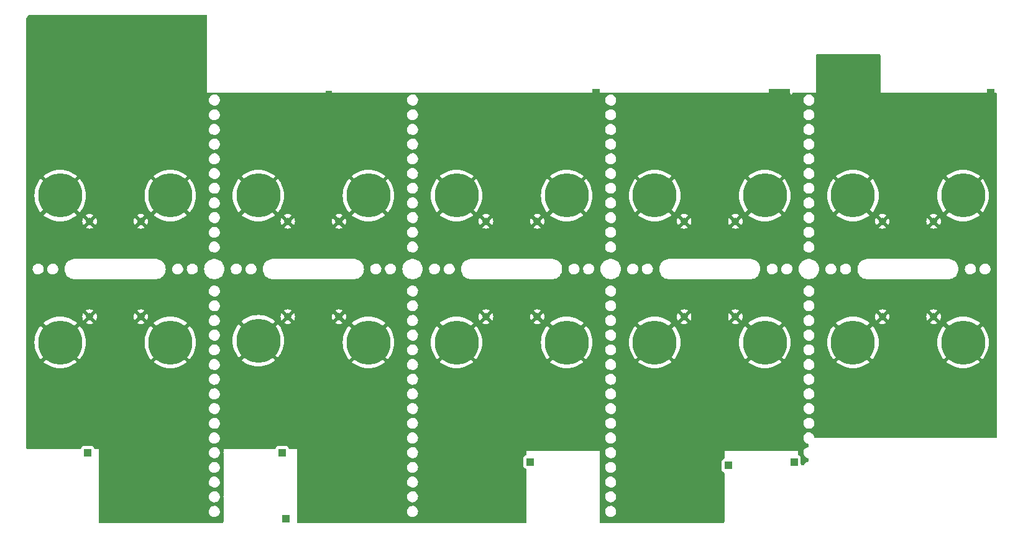
<source format=gbr>
%TF.GenerationSoftware,KiCad,Pcbnew,7.0.1*%
%TF.CreationDate,2023-05-09T18:35:21+02:00*%
%TF.ProjectId,antenna-evaluation-board,616e7465-6e6e-4612-9d65-76616c756174,rev?*%
%TF.SameCoordinates,Original*%
%TF.FileFunction,Copper,L3,Inr*%
%TF.FilePolarity,Positive*%
%FSLAX46Y46*%
G04 Gerber Fmt 4.6, Leading zero omitted, Abs format (unit mm)*
G04 Created by KiCad (PCBNEW 7.0.1) date 2023-05-09 18:35:21*
%MOMM*%
%LPD*%
G01*
G04 APERTURE LIST*
%TA.AperFunction,ComponentPad*%
%ADD10C,0.800000*%
%TD*%
%TA.AperFunction,ComponentPad*%
%ADD11C,6.000000*%
%TD*%
%TA.AperFunction,ComponentPad*%
%ADD12R,1.000000X1.000000*%
%TD*%
%TA.AperFunction,ComponentPad*%
%ADD13C,0.970000*%
%TD*%
%TA.AperFunction,ComponentPad*%
%ADD14R,0.900000X0.500000*%
%TD*%
%TA.AperFunction,ComponentPad*%
%ADD15R,1.070000X1.000000*%
%TD*%
%TA.AperFunction,ComponentPad*%
%ADD16R,3.000000X1.000000*%
%TD*%
%TA.AperFunction,ViaPad*%
%ADD17C,0.508000*%
%TD*%
G04 APERTURE END LIST*
D10*
%TO.N,GND*%
%TO.C,H9*%
X140750000Y-64000000D03*
X141409010Y-62409010D03*
X141409010Y-65590990D03*
X143000000Y-61750000D03*
D11*
X143000000Y-64000000D03*
D10*
X143000000Y-66250000D03*
X144590990Y-62409010D03*
X144590990Y-65590990D03*
X145250000Y-64000000D03*
%TD*%
%TO.N,GND*%
%TO.C,H11*%
X32750000Y-84000000D03*
X33409010Y-82409010D03*
X33409010Y-85590990D03*
X35000000Y-81750000D03*
D11*
X35000000Y-84000000D03*
D10*
X35000000Y-86250000D03*
X36590990Y-82409010D03*
X36590990Y-85590990D03*
X37250000Y-84000000D03*
%TD*%
%TO.N,GND*%
%TO.C,H19*%
X140750000Y-84000000D03*
X141409010Y-82409010D03*
X141409010Y-85590990D03*
X143000000Y-81750000D03*
D11*
X143000000Y-84000000D03*
D10*
X143000000Y-86250000D03*
X144590990Y-82409010D03*
X144590990Y-85590990D03*
X145250000Y-84000000D03*
%TD*%
%TO.N,GND*%
%TO.C,H10*%
X155750000Y-64000000D03*
X156409010Y-62409010D03*
X156409010Y-65590990D03*
X158000000Y-61750000D03*
D11*
X158000000Y-64000000D03*
D10*
X158000000Y-66250000D03*
X159590990Y-62409010D03*
X159590990Y-65590990D03*
X160250000Y-64000000D03*
%TD*%
D12*
%TO.N,GND*%
%TO.C,AE4*%
X161750000Y-50000000D03*
%TD*%
D13*
%TO.N,GND*%
%TO.C,J10*%
X147007500Y-80485000D03*
X153992500Y-80485000D03*
%TD*%
D10*
%TO.N,GND*%
%TO.C,H3*%
X59750000Y-64000000D03*
X60409010Y-62409010D03*
X60409010Y-65590990D03*
X62000000Y-61750000D03*
D11*
X62000000Y-64000000D03*
D10*
X62000000Y-66250000D03*
X63590990Y-62409010D03*
X63590990Y-65590990D03*
X64250000Y-64000000D03*
%TD*%
D13*
%TO.N,GND*%
%TO.C,J4*%
X126992500Y-67515000D03*
X120007500Y-67515000D03*
%TD*%
%TO.N,GND*%
%TO.C,J7*%
X93007500Y-80485000D03*
X99992500Y-80485000D03*
%TD*%
D10*
%TO.N,GND*%
%TO.C,H6*%
X101750000Y-64000000D03*
X102409010Y-62409010D03*
X102409010Y-65590990D03*
X104000000Y-61750000D03*
D11*
X104000000Y-64000000D03*
D10*
X104000000Y-66250000D03*
X105590990Y-62409010D03*
X105590990Y-65590990D03*
X106250000Y-64000000D03*
%TD*%
D12*
%TO.N,*%
%TO.C,AE8*%
X38750000Y-99000000D03*
%TD*%
D10*
%TO.N,GND*%
%TO.C,H20*%
X155750000Y-84000000D03*
X156409010Y-82409010D03*
X156409010Y-85590990D03*
X158000000Y-81750000D03*
D11*
X158000000Y-84000000D03*
D10*
X158000000Y-86250000D03*
X159590990Y-82409010D03*
X159590990Y-85590990D03*
X160250000Y-84000000D03*
%TD*%
D14*
%TO.N,GND*%
%TO.C,AE2*%
X71600000Y-50000000D03*
%TD*%
D10*
%TO.N,GND*%
%TO.C,H8*%
X128750000Y-64000000D03*
X129409010Y-62409010D03*
X129409010Y-65590990D03*
X131000000Y-61750000D03*
D11*
X131000000Y-64000000D03*
D10*
X131000000Y-66250000D03*
X132590990Y-62409010D03*
X132590990Y-65590990D03*
X133250000Y-64000000D03*
%TD*%
%TO.N,GND*%
%TO.C,H15*%
X86750000Y-84000000D03*
X87409010Y-82409010D03*
X87409010Y-85590990D03*
X89000000Y-81750000D03*
D11*
X89000000Y-84000000D03*
D10*
X89000000Y-86250000D03*
X90590990Y-82409010D03*
X90590990Y-85590990D03*
X91250000Y-84000000D03*
%TD*%
%TO.N,GND*%
%TO.C,H12*%
X47750000Y-84000000D03*
X48409010Y-82409010D03*
X48409010Y-85590990D03*
X50000000Y-81750000D03*
D11*
X50000000Y-84000000D03*
D10*
X50000000Y-86250000D03*
X51590990Y-82409010D03*
X51590990Y-85590990D03*
X52250000Y-84000000D03*
%TD*%
%TO.N,GND*%
%TO.C,H16*%
X101750000Y-84000000D03*
X102409010Y-82409010D03*
X102409010Y-85590990D03*
X104000000Y-81750000D03*
D11*
X104000000Y-84000000D03*
D10*
X104000000Y-86250000D03*
X105590990Y-82409010D03*
X105590990Y-85590990D03*
X106250000Y-84000000D03*
%TD*%
D12*
%TO.N,*%
%TO.C,AE7*%
X65250000Y-99000000D03*
X65750000Y-108000000D03*
%TD*%
D10*
%TO.N,GND*%
%TO.C,H13*%
X59750000Y-83759010D03*
X60409010Y-82168020D03*
X60409010Y-85350000D03*
X62000000Y-81509010D03*
D11*
X62000000Y-83759010D03*
D10*
X62000000Y-86009010D03*
X63590990Y-82168020D03*
X63590990Y-85350000D03*
X64250000Y-83759010D03*
%TD*%
D13*
%TO.N,GND*%
%TO.C,J1*%
X45992500Y-67515000D03*
X39007500Y-67515000D03*
%TD*%
D12*
%TO.N,*%
%TO.C,AE6*%
X99000000Y-100250000D03*
%TD*%
D13*
%TO.N,GND*%
%TO.C,J8*%
X66007500Y-80485000D03*
X72992500Y-80485000D03*
%TD*%
%TO.N,GND*%
%TO.C,J9*%
X39007500Y-80485000D03*
X45992500Y-80485000D03*
%TD*%
%TO.N,GND*%
%TO.C,J6*%
X120007500Y-80485000D03*
X126992500Y-80485000D03*
%TD*%
D12*
%TO.N,*%
%TO.C,AE5*%
X126000000Y-100750000D03*
X135000000Y-100250000D03*
%TD*%
D13*
%TO.N,GND*%
%TO.C,J2*%
X99992500Y-67515000D03*
X93007500Y-67515000D03*
%TD*%
D10*
%TO.N,GND*%
%TO.C,H1*%
X32750000Y-64000000D03*
X33409010Y-62409010D03*
X33409010Y-65590990D03*
X35000000Y-61750000D03*
D11*
X35000000Y-64000000D03*
D10*
X35000000Y-66250000D03*
X36590990Y-62409010D03*
X36590990Y-65590990D03*
X37250000Y-64000000D03*
%TD*%
%TO.N,GND*%
%TO.C,H18*%
X128750000Y-84000000D03*
X129409010Y-82409010D03*
X129409010Y-85590990D03*
X131000000Y-81750000D03*
D11*
X131000000Y-84000000D03*
D10*
X131000000Y-86250000D03*
X132590990Y-82409010D03*
X132590990Y-85590990D03*
X133250000Y-84000000D03*
%TD*%
%TO.N,GND*%
%TO.C,H14*%
X74750000Y-84000000D03*
X75409010Y-82409010D03*
X75409010Y-85590990D03*
X77000000Y-81750000D03*
D11*
X77000000Y-84000000D03*
D10*
X77000000Y-86250000D03*
X78590990Y-82409010D03*
X78590990Y-85590990D03*
X79250000Y-84000000D03*
%TD*%
D13*
%TO.N,GND*%
%TO.C,J3*%
X72992500Y-67515000D03*
X66007500Y-67515000D03*
%TD*%
D10*
%TO.N,GND*%
%TO.C,H17*%
X113750000Y-84000000D03*
X114409010Y-82409010D03*
X114409010Y-85590990D03*
X116000000Y-81750000D03*
D11*
X116000000Y-84000000D03*
D10*
X116000000Y-86250000D03*
X117590990Y-82409010D03*
X117590990Y-85590990D03*
X118250000Y-84000000D03*
%TD*%
%TO.N,GND*%
%TO.C,H4*%
X74750000Y-64000000D03*
X75409010Y-62409010D03*
X75409010Y-65590990D03*
X77000000Y-61750000D03*
D11*
X77000000Y-64000000D03*
D10*
X77000000Y-66250000D03*
X78590990Y-62409010D03*
X78590990Y-65590990D03*
X79250000Y-64000000D03*
%TD*%
D15*
%TO.N,GND*%
%TO.C,AE1*%
X108000000Y-50000000D03*
%TD*%
D10*
%TO.N,GND*%
%TO.C,H2*%
X47750000Y-64000000D03*
X48409010Y-62409010D03*
X48409010Y-65590990D03*
X50000000Y-61750000D03*
D11*
X50000000Y-64000000D03*
D10*
X50000000Y-66250000D03*
X51590990Y-62409010D03*
X51590990Y-65590990D03*
X52250000Y-64000000D03*
%TD*%
D16*
%TO.N,GND*%
%TO.C,AE3*%
X133000000Y-50000000D03*
%TD*%
D13*
%TO.N,GND*%
%TO.C,J5*%
X153992500Y-67515000D03*
X147007500Y-67515000D03*
%TD*%
D10*
%TO.N,GND*%
%TO.C,H7*%
X113750000Y-64000000D03*
X114409010Y-62409010D03*
X114409010Y-65590990D03*
X116000000Y-61750000D03*
D11*
X116000000Y-64000000D03*
D10*
X116000000Y-66250000D03*
X117590990Y-62409010D03*
X117590990Y-65590990D03*
X118250000Y-64000000D03*
%TD*%
%TO.N,GND*%
%TO.C,H5*%
X86750000Y-64000000D03*
X87409010Y-62409010D03*
X87409010Y-65590990D03*
X89000000Y-61750000D03*
D11*
X89000000Y-64000000D03*
D10*
X89000000Y-66250000D03*
X90590990Y-62409010D03*
X90590990Y-65590990D03*
X91250000Y-64000000D03*
%TD*%
D17*
%TO.N,GND*%
X115000000Y-72000000D03*
X31000000Y-43000000D03*
X162000000Y-67000000D03*
X118000000Y-78000000D03*
X135000000Y-79000000D03*
X68000000Y-98000000D03*
X162000000Y-62000000D03*
X54000000Y-107000000D03*
X75000000Y-71000000D03*
X68000000Y-51000000D03*
X125000000Y-103000000D03*
X144000000Y-96000000D03*
X139000000Y-49000000D03*
X162000000Y-61000000D03*
X58000000Y-85000000D03*
X31000000Y-54000000D03*
X31000000Y-95000000D03*
X112000000Y-72000000D03*
X31000000Y-58000000D03*
X81000000Y-62000000D03*
X162000000Y-80000000D03*
X162000000Y-76000000D03*
X162000000Y-56000000D03*
X126000000Y-98000000D03*
X85000000Y-56000000D03*
X145000000Y-96000000D03*
X157000000Y-96000000D03*
X48000000Y-70000000D03*
X31000000Y-88000000D03*
X81000000Y-82000000D03*
X31000000Y-47000000D03*
X78000000Y-51000000D03*
X85000000Y-102000000D03*
X81000000Y-70000000D03*
X139000000Y-84000000D03*
X52000000Y-108000000D03*
X108000000Y-79000000D03*
X91000000Y-68000000D03*
X85000000Y-99000000D03*
X33000000Y-40000000D03*
X159000000Y-76000000D03*
X58000000Y-84000000D03*
X162000000Y-65000000D03*
X113000000Y-108000000D03*
X37000000Y-98000000D03*
X139000000Y-64000000D03*
X91000000Y-79000000D03*
X58000000Y-90000000D03*
X108000000Y-72000000D03*
X41000000Y-107000000D03*
X58000000Y-80000000D03*
X45000000Y-108000000D03*
X112000000Y-88000000D03*
X115000000Y-108000000D03*
X112000000Y-63000000D03*
X81000000Y-99000000D03*
X85000000Y-64000000D03*
X89000000Y-51000000D03*
X54000000Y-101000000D03*
X148000000Y-96000000D03*
X108000000Y-92000000D03*
X54000000Y-48000000D03*
X135000000Y-91000000D03*
X58000000Y-67000000D03*
X85000000Y-89000000D03*
X54000000Y-92000000D03*
X129000000Y-77000000D03*
X54000000Y-55000000D03*
X64000000Y-76000000D03*
X112000000Y-105000000D03*
X33000000Y-72000000D03*
X81000000Y-77000000D03*
X112000000Y-76000000D03*
X48000000Y-40000000D03*
X135000000Y-90000000D03*
X35000000Y-40000000D03*
X162000000Y-57000000D03*
X108000000Y-76000000D03*
X162000000Y-51000000D03*
X77000000Y-76000000D03*
X54000000Y-47000000D03*
X54000000Y-78000000D03*
X87000000Y-76000000D03*
X160000000Y-76000000D03*
X85000000Y-53000000D03*
X130000000Y-51000000D03*
X85000000Y-79000000D03*
X65000000Y-51000000D03*
X154000000Y-51000000D03*
X116000000Y-76000000D03*
X118000000Y-77000000D03*
X81000000Y-105000000D03*
X112000000Y-53000000D03*
X34000000Y-40000000D03*
X102000000Y-69000000D03*
X106000000Y-98000000D03*
X71000000Y-108000000D03*
X135000000Y-59000000D03*
X77000000Y-72000000D03*
X135000000Y-65000000D03*
X162000000Y-63000000D03*
X146000000Y-50000000D03*
X162000000Y-59000000D03*
X37000000Y-68000000D03*
X31000000Y-81000000D03*
X116000000Y-108000000D03*
X139000000Y-72000000D03*
X98000000Y-51000000D03*
X81000000Y-51000000D03*
X162000000Y-89000000D03*
X34000000Y-72000000D03*
X139000000Y-68000000D03*
X85000000Y-72000000D03*
X36000000Y-98000000D03*
X81000000Y-78000000D03*
X146000000Y-47000000D03*
X74000000Y-51000000D03*
X54000000Y-86000000D03*
X139000000Y-46000000D03*
X85000000Y-63000000D03*
X54000000Y-93000000D03*
X103000000Y-72000000D03*
X81000000Y-52000000D03*
X58000000Y-71000000D03*
X81000000Y-61000000D03*
X98000000Y-98000000D03*
X58000000Y-91000000D03*
X98000000Y-104000000D03*
X53000000Y-76000000D03*
X54000000Y-91000000D03*
X139000000Y-76000000D03*
X80000000Y-72000000D03*
X125000000Y-102000000D03*
X118000000Y-68000000D03*
X108000000Y-71000000D03*
X124000000Y-100000000D03*
X139000000Y-60000000D03*
X108000000Y-85000000D03*
X41000000Y-103000000D03*
X117000000Y-51000000D03*
X102000000Y-79000000D03*
X112000000Y-69000000D03*
X155000000Y-51000000D03*
X156000000Y-71000000D03*
X162000000Y-53000000D03*
X75000000Y-76000000D03*
X102000000Y-68000000D03*
X114000000Y-72000000D03*
X135000000Y-55000000D03*
X146000000Y-49000000D03*
X156000000Y-72000000D03*
X130000000Y-76000000D03*
X135000000Y-87000000D03*
X112000000Y-90000000D03*
X112000000Y-78000000D03*
X157000000Y-51000000D03*
X102000000Y-51000000D03*
X31000000Y-93000000D03*
X118000000Y-71000000D03*
X85000000Y-71000000D03*
X62000000Y-72000000D03*
X130000000Y-98000000D03*
X64000000Y-71000000D03*
X108000000Y-91000000D03*
X108000000Y-80000000D03*
X135000000Y-66000000D03*
X162000000Y-82000000D03*
X158000000Y-96000000D03*
X162000000Y-83000000D03*
X79000000Y-76000000D03*
X120000000Y-51000000D03*
X112000000Y-97000000D03*
X129000000Y-80000000D03*
X37000000Y-71000000D03*
X58000000Y-65000000D03*
X60000000Y-98000000D03*
X108000000Y-63000000D03*
X149000000Y-51000000D03*
X54000000Y-50000000D03*
X108000000Y-52000000D03*
X145000000Y-80000000D03*
X53000000Y-40000000D03*
X140000000Y-96000000D03*
X100000000Y-98000000D03*
X91000000Y-77000000D03*
X102000000Y-80000000D03*
X32000000Y-72000000D03*
X135000000Y-89000000D03*
X75000000Y-69000000D03*
X85000000Y-58000000D03*
X139000000Y-47000000D03*
X162000000Y-84000000D03*
X135000000Y-82000000D03*
X76000000Y-108000000D03*
X108000000Y-65000000D03*
X135000000Y-80000000D03*
X160000000Y-96000000D03*
X39000000Y-97000000D03*
X58000000Y-54000000D03*
X48000000Y-71000000D03*
X121000000Y-51000000D03*
X81000000Y-95000000D03*
X85000000Y-103000000D03*
X146000000Y-46000000D03*
X112000000Y-70000000D03*
X108000000Y-62000000D03*
X112000000Y-94000000D03*
X68000000Y-107000000D03*
X48000000Y-68000000D03*
X31000000Y-64000000D03*
X36000000Y-76000000D03*
X88000000Y-72000000D03*
X54000000Y-54000000D03*
X142000000Y-46000000D03*
X112000000Y-104000000D03*
X48000000Y-69000000D03*
X85000000Y-104000000D03*
X91000000Y-70000000D03*
X112000000Y-85000000D03*
X162000000Y-71000000D03*
X81000000Y-96000000D03*
X31000000Y-55000000D03*
X118000000Y-76000000D03*
X127000000Y-98000000D03*
X125000000Y-106000000D03*
X118000000Y-69000000D03*
X101000000Y-51000000D03*
X66000000Y-97000000D03*
X108000000Y-68000000D03*
X31000000Y-66000000D03*
X31000000Y-57000000D03*
X85000000Y-80000000D03*
X162000000Y-90000000D03*
X108000000Y-81000000D03*
X156000000Y-51000000D03*
X112000000Y-96000000D03*
X47000000Y-40000000D03*
X37000000Y-72000000D03*
X85000000Y-61000000D03*
X58000000Y-96000000D03*
X135000000Y-83000000D03*
X162000000Y-78000000D03*
X58000000Y-68000000D03*
X91000000Y-80000000D03*
X141000000Y-46000000D03*
X159000000Y-72000000D03*
X124000000Y-101000000D03*
X135000000Y-97000000D03*
X72000000Y-108000000D03*
X81000000Y-56000000D03*
X162000000Y-95000000D03*
X58000000Y-72000000D03*
X54000000Y-59000000D03*
X81000000Y-83000000D03*
X102000000Y-77000000D03*
X74000000Y-108000000D03*
X53000000Y-72000000D03*
X68000000Y-100000000D03*
X132000000Y-51000000D03*
X139000000Y-69000000D03*
X139000000Y-63000000D03*
X140000000Y-46000000D03*
X143000000Y-72000000D03*
X139000000Y-77000000D03*
X108000000Y-97000000D03*
X85000000Y-108000000D03*
X54000000Y-72000000D03*
X58000000Y-70000000D03*
X85000000Y-94000000D03*
X108000000Y-98000000D03*
X31000000Y-70000000D03*
X81000000Y-91000000D03*
X41000000Y-104000000D03*
X54000000Y-56000000D03*
X139000000Y-90000000D03*
X42000000Y-108000000D03*
X85000000Y-95000000D03*
X133000000Y-76000000D03*
X112000000Y-52000000D03*
X135000000Y-78000000D03*
X156000000Y-77000000D03*
X31000000Y-78000000D03*
X54000000Y-68000000D03*
X105000000Y-76000000D03*
X139000000Y-70000000D03*
X98000000Y-105000000D03*
X31000000Y-48000000D03*
X145000000Y-79000000D03*
X31000000Y-65000000D03*
X85000000Y-88000000D03*
X162000000Y-68000000D03*
X139000000Y-58000000D03*
X139000000Y-93000000D03*
X59000000Y-98000000D03*
X112000000Y-80000000D03*
X80000000Y-51000000D03*
X49000000Y-76000000D03*
X108000000Y-66000000D03*
X131000000Y-76000000D03*
X162000000Y-64000000D03*
X31000000Y-46000000D03*
X162000000Y-81000000D03*
X60000000Y-76000000D03*
X139000000Y-81000000D03*
X86000000Y-72000000D03*
X81000000Y-64000000D03*
X53000000Y-108000000D03*
X114000000Y-76000000D03*
X162000000Y-87000000D03*
X33000000Y-98000000D03*
X88000000Y-108000000D03*
X134000000Y-98000000D03*
X54000000Y-98000000D03*
X162000000Y-70000000D03*
X135000000Y-88000000D03*
X108000000Y-82000000D03*
X139000000Y-96000000D03*
X92000000Y-51000000D03*
X131000000Y-72000000D03*
X48000000Y-79000000D03*
X31000000Y-68000000D03*
X31000000Y-86000000D03*
X114000000Y-108000000D03*
X43000000Y-40000000D03*
X153000000Y-96000000D03*
X139000000Y-85000000D03*
X31000000Y-71000000D03*
X162000000Y-93000000D03*
X118000000Y-79000000D03*
X133000000Y-51000000D03*
X139000000Y-56000000D03*
X81000000Y-55000000D03*
X81000000Y-68000000D03*
X135000000Y-68000000D03*
X67000000Y-98000000D03*
X91000000Y-78000000D03*
X54000000Y-64000000D03*
X92000000Y-108000000D03*
X139000000Y-67000000D03*
X63000000Y-98000000D03*
X112000000Y-77000000D03*
X41000000Y-98000000D03*
X54000000Y-79000000D03*
X75000000Y-79000000D03*
X59000000Y-76000000D03*
X75000000Y-78000000D03*
X108000000Y-77000000D03*
X139000000Y-59000000D03*
X159000000Y-96000000D03*
X113000000Y-72000000D03*
X123000000Y-51000000D03*
X87000000Y-108000000D03*
X54000000Y-84000000D03*
X58000000Y-76000000D03*
X145000000Y-77000000D03*
X85000000Y-51000000D03*
X118000000Y-51000000D03*
X144000000Y-76000000D03*
X54000000Y-83000000D03*
X54000000Y-71000000D03*
X77000000Y-51000000D03*
X160000000Y-51000000D03*
X81000000Y-90000000D03*
X81000000Y-100000000D03*
X59000000Y-51000000D03*
X54000000Y-62000000D03*
X50000000Y-40000000D03*
X112000000Y-92000000D03*
X91000000Y-71000000D03*
X81000000Y-57000000D03*
X81000000Y-103000000D03*
X85000000Y-105000000D03*
X58000000Y-92000000D03*
X99000000Y-98000000D03*
X85000000Y-68000000D03*
X68000000Y-106000000D03*
X81000000Y-97000000D03*
X98000000Y-107000000D03*
X157000000Y-72000000D03*
X62000000Y-98000000D03*
X51000000Y-76000000D03*
X139000000Y-71000000D03*
X156000000Y-69000000D03*
X58000000Y-82000000D03*
X78000000Y-72000000D03*
X129000000Y-51000000D03*
X54000000Y-66000000D03*
X112000000Y-108000000D03*
X73000000Y-108000000D03*
X38000000Y-40000000D03*
X58000000Y-55000000D03*
X95000000Y-108000000D03*
X81000000Y-94000000D03*
X95000000Y-51000000D03*
X44000000Y-108000000D03*
X33000000Y-76000000D03*
X124000000Y-108000000D03*
X54000000Y-63000000D03*
X64000000Y-79000000D03*
X34000000Y-76000000D03*
X135000000Y-85000000D03*
X41000000Y-106000000D03*
X49000000Y-108000000D03*
X54000000Y-96000000D03*
X154000000Y-96000000D03*
X41000000Y-105000000D03*
X54000000Y-67000000D03*
X139000000Y-80000000D03*
X76000000Y-76000000D03*
X108000000Y-57000000D03*
X105000000Y-51000000D03*
X31000000Y-80000000D03*
X85000000Y-77000000D03*
X112000000Y-56000000D03*
X156000000Y-80000000D03*
X75000000Y-70000000D03*
X156000000Y-70000000D03*
X58000000Y-88000000D03*
X31000000Y-42000000D03*
X54000000Y-60000000D03*
X124000000Y-51000000D03*
X146000000Y-51000000D03*
X54000000Y-104000000D03*
X112000000Y-83000000D03*
X148000000Y-51000000D03*
X45000000Y-40000000D03*
X85000000Y-59000000D03*
X54000000Y-99000000D03*
X72000000Y-51000000D03*
X31000000Y-63000000D03*
X85000000Y-86000000D03*
X38000000Y-97000000D03*
X112000000Y-101000000D03*
X31000000Y-84000000D03*
X59000000Y-72000000D03*
X41000000Y-108000000D03*
X85000000Y-70000000D03*
X48000000Y-80000000D03*
X96000000Y-51000000D03*
X139000000Y-95000000D03*
X143000000Y-96000000D03*
X139000000Y-54000000D03*
X81000000Y-72000000D03*
X112000000Y-87000000D03*
X52000000Y-72000000D03*
X31000000Y-45000000D03*
X75000000Y-51000000D03*
X61000000Y-51000000D03*
X108000000Y-96000000D03*
X54000000Y-89000000D03*
X66000000Y-51000000D03*
X162000000Y-72000000D03*
X135000000Y-57000000D03*
X125000000Y-105000000D03*
X153000000Y-51000000D03*
X54000000Y-49000000D03*
X58000000Y-57000000D03*
X58000000Y-61000000D03*
X119000000Y-51000000D03*
X85000000Y-81000000D03*
X31000000Y-59000000D03*
X81000000Y-69000000D03*
X108000000Y-95000000D03*
X108000000Y-53000000D03*
X63000000Y-76000000D03*
X117000000Y-76000000D03*
X108000000Y-88000000D03*
X106000000Y-51000000D03*
X118000000Y-108000000D03*
X108000000Y-90000000D03*
X161000000Y-72000000D03*
X139000000Y-87000000D03*
X48000000Y-78000000D03*
X135000000Y-51000000D03*
X54000000Y-97000000D03*
X145000000Y-72000000D03*
X147000000Y-51000000D03*
X49000000Y-72000000D03*
X143000000Y-76000000D03*
X90000000Y-76000000D03*
X31000000Y-76000000D03*
X112000000Y-86000000D03*
X102000000Y-72000000D03*
X60000000Y-51000000D03*
X112000000Y-64000000D03*
X41000000Y-100000000D03*
X108000000Y-83000000D03*
X58000000Y-86000000D03*
X93000000Y-108000000D03*
X81000000Y-93000000D03*
X46000000Y-40000000D03*
X162000000Y-52000000D03*
X73000000Y-51000000D03*
X85000000Y-107000000D03*
X108000000Y-78000000D03*
X112000000Y-59000000D03*
X48000000Y-108000000D03*
X31000000Y-97000000D03*
X158000000Y-51000000D03*
X31000000Y-51000000D03*
X54000000Y-57000000D03*
X108000000Y-58000000D03*
X158000000Y-76000000D03*
X112000000Y-58000000D03*
X52000000Y-76000000D03*
X31000000Y-56000000D03*
X64000000Y-77000000D03*
X139000000Y-89000000D03*
X118000000Y-72000000D03*
X54000000Y-87000000D03*
X35000000Y-76000000D03*
X108000000Y-69000000D03*
X81000000Y-63000000D03*
X89000000Y-76000000D03*
X125000000Y-51000000D03*
X135000000Y-92000000D03*
X47000000Y-108000000D03*
X108000000Y-54000000D03*
X145000000Y-69000000D03*
X68000000Y-101000000D03*
X31000000Y-60000000D03*
X64000000Y-51000000D03*
X81000000Y-106000000D03*
X102000000Y-71000000D03*
X91000000Y-69000000D03*
X108000000Y-59000000D03*
X61000000Y-72000000D03*
X64000000Y-98000000D03*
X85000000Y-76000000D03*
X146000000Y-48000000D03*
X65000000Y-97000000D03*
X81000000Y-67000000D03*
X132000000Y-72000000D03*
X81000000Y-60000000D03*
X58000000Y-87000000D03*
X139000000Y-83000000D03*
X135000000Y-67000000D03*
X52000000Y-40000000D03*
X145000000Y-78000000D03*
X130000000Y-72000000D03*
X81000000Y-66000000D03*
X112000000Y-82000000D03*
X135000000Y-95000000D03*
X129000000Y-71000000D03*
X97000000Y-101000000D03*
X85000000Y-67000000D03*
X81000000Y-104000000D03*
X147000000Y-96000000D03*
X141000000Y-72000000D03*
X37000000Y-77000000D03*
X135000000Y-76000000D03*
X112000000Y-62000000D03*
X58000000Y-56000000D03*
X85000000Y-98000000D03*
X132000000Y-76000000D03*
X31000000Y-52000000D03*
X150000000Y-51000000D03*
X85000000Y-57000000D03*
X139000000Y-82000000D03*
X48000000Y-76000000D03*
X36000000Y-72000000D03*
X114000000Y-51000000D03*
X97000000Y-108000000D03*
X85000000Y-92000000D03*
X75000000Y-108000000D03*
X54000000Y-51000000D03*
X139000000Y-55000000D03*
X42000000Y-40000000D03*
X81000000Y-71000000D03*
X54000000Y-95000000D03*
X162000000Y-91000000D03*
X107000000Y-51000000D03*
X145000000Y-76000000D03*
X118000000Y-80000000D03*
X133000000Y-72000000D03*
X139000000Y-53000000D03*
X31000000Y-53000000D03*
X118000000Y-70000000D03*
X31000000Y-91000000D03*
X68000000Y-104000000D03*
X58000000Y-89000000D03*
X125000000Y-107000000D03*
X54000000Y-77000000D03*
X58000000Y-66000000D03*
X156000000Y-68000000D03*
X71000000Y-51000000D03*
X85000000Y-101000000D03*
X97000000Y-100000000D03*
X31000000Y-49000000D03*
X102000000Y-78000000D03*
X37000000Y-40000000D03*
X135000000Y-52000000D03*
X70000000Y-108000000D03*
X162000000Y-66000000D03*
X129000000Y-68000000D03*
X134000000Y-72000000D03*
X37000000Y-79000000D03*
X76000000Y-51000000D03*
X87000000Y-72000000D03*
X51000000Y-108000000D03*
X108000000Y-86000000D03*
X90000000Y-108000000D03*
X135000000Y-61000000D03*
X139000000Y-66000000D03*
X54000000Y-105000000D03*
X108000000Y-70000000D03*
X41000000Y-40000000D03*
X91000000Y-76000000D03*
X140000000Y-72000000D03*
X39000000Y-40000000D03*
X54000000Y-106000000D03*
X125000000Y-98750000D03*
X31000000Y-50000000D03*
X104000000Y-98000000D03*
X31000000Y-69000000D03*
X112000000Y-67000000D03*
X63000000Y-51000000D03*
X135000000Y-62000000D03*
X122000000Y-108000000D03*
X37000000Y-69000000D03*
X85000000Y-62000000D03*
X58000000Y-77000000D03*
X98000000Y-103000000D03*
X128000000Y-98000000D03*
X40000000Y-40000000D03*
X156000000Y-76000000D03*
X100000000Y-51000000D03*
X35000000Y-72000000D03*
X32000000Y-98000000D03*
X76000000Y-72000000D03*
X81000000Y-108000000D03*
X156000000Y-96000000D03*
X58000000Y-81000000D03*
X75000000Y-77000000D03*
X75000000Y-80000000D03*
X112000000Y-60000000D03*
X50000000Y-76000000D03*
X37000000Y-70000000D03*
X94000000Y-108000000D03*
X79000000Y-51000000D03*
X75000000Y-68000000D03*
X117000000Y-108000000D03*
X134000000Y-76000000D03*
X108000000Y-64000000D03*
X85000000Y-87000000D03*
X96000000Y-108000000D03*
X162000000Y-79000000D03*
X81000000Y-101000000D03*
X103000000Y-98000000D03*
X134000000Y-51000000D03*
X81000000Y-79000000D03*
X81000000Y-59000000D03*
X68000000Y-99000000D03*
X139000000Y-62000000D03*
X58000000Y-59000000D03*
X122000000Y-51000000D03*
X77000000Y-108000000D03*
X51000000Y-72000000D03*
X64000000Y-80000000D03*
X31000000Y-79000000D03*
X132000000Y-98000000D03*
X58000000Y-98000000D03*
X129000000Y-72000000D03*
X145000000Y-68000000D03*
X81000000Y-65000000D03*
X113000000Y-76000000D03*
X54000000Y-103000000D03*
X119000000Y-108000000D03*
X31000000Y-94000000D03*
X98000000Y-102000000D03*
X162000000Y-92000000D03*
X131000000Y-51000000D03*
X61000000Y-76000000D03*
X116000000Y-72000000D03*
X58000000Y-93000000D03*
X139000000Y-91000000D03*
X102000000Y-76000000D03*
X85000000Y-69000000D03*
X37000000Y-78000000D03*
X112000000Y-51000000D03*
X108000000Y-94000000D03*
X58000000Y-62000000D03*
X58000000Y-51000000D03*
X112000000Y-106000000D03*
X106000000Y-72000000D03*
X112000000Y-54000000D03*
X58000000Y-94000000D03*
X85000000Y-52000000D03*
X113000000Y-51000000D03*
X58000000Y-64000000D03*
X121000000Y-108000000D03*
X107000000Y-98000000D03*
X112000000Y-84000000D03*
X145000000Y-46000000D03*
X108000000Y-87000000D03*
X81000000Y-102000000D03*
X37000000Y-80000000D03*
X75000000Y-72000000D03*
X142000000Y-96000000D03*
X81000000Y-87000000D03*
X129000000Y-79000000D03*
X81000000Y-58000000D03*
X158000000Y-72000000D03*
X58000000Y-60000000D03*
X101000000Y-98000000D03*
X161000000Y-51000000D03*
X58000000Y-69000000D03*
X48000000Y-77000000D03*
X135000000Y-77000000D03*
X58000000Y-63000000D03*
X133000000Y-98000000D03*
X58000000Y-52000000D03*
X34000000Y-98000000D03*
X48000000Y-72000000D03*
X98000000Y-99000000D03*
X64000000Y-72000000D03*
X108000000Y-84000000D03*
X139000000Y-57000000D03*
X135000000Y-63000000D03*
X112000000Y-98000000D03*
X85000000Y-82000000D03*
X31000000Y-89000000D03*
X103000000Y-51000000D03*
X126000000Y-51000000D03*
X98000000Y-106000000D03*
X108000000Y-56000000D03*
X112000000Y-66000000D03*
X129000000Y-76000000D03*
X135000000Y-96000000D03*
X81000000Y-88000000D03*
X93000000Y-51000000D03*
X43000000Y-108000000D03*
X94000000Y-51000000D03*
X156000000Y-79000000D03*
X107000000Y-72000000D03*
X81000000Y-98000000D03*
X97000000Y-51000000D03*
X50000000Y-72000000D03*
X139000000Y-48000000D03*
X162000000Y-58000000D03*
X44000000Y-40000000D03*
X131000000Y-98000000D03*
X107000000Y-76000000D03*
X112000000Y-81000000D03*
X161000000Y-76000000D03*
X62000000Y-76000000D03*
X145000000Y-71000000D03*
X36000000Y-40000000D03*
X116000000Y-51000000D03*
X85000000Y-55000000D03*
X108000000Y-93000000D03*
X139000000Y-61000000D03*
X81000000Y-76000000D03*
X85000000Y-91000000D03*
X40000000Y-98000000D03*
X41000000Y-101000000D03*
X135000000Y-60000000D03*
X54000000Y-46000000D03*
X78000000Y-76000000D03*
X125000000Y-104000000D03*
X86000000Y-108000000D03*
X58000000Y-78000000D03*
X64000000Y-68000000D03*
X64000000Y-78000000D03*
X112000000Y-71000000D03*
X80000000Y-76000000D03*
X54000000Y-53000000D03*
X85000000Y-83000000D03*
X89000000Y-108000000D03*
X54000000Y-90000000D03*
X85000000Y-106000000D03*
X81000000Y-54000000D03*
X115000000Y-76000000D03*
X67000000Y-51000000D03*
X156000000Y-78000000D03*
X54000000Y-70000000D03*
X88000000Y-76000000D03*
X141000000Y-96000000D03*
X54000000Y-40000000D03*
X85000000Y-100000000D03*
X139000000Y-94000000D03*
X91000000Y-72000000D03*
X112000000Y-107000000D03*
X103000000Y-76000000D03*
X139000000Y-50000000D03*
X58000000Y-53000000D03*
X31000000Y-67000000D03*
X120000000Y-108000000D03*
X144000000Y-72000000D03*
X112000000Y-68000000D03*
X112000000Y-103000000D03*
X54000000Y-61000000D03*
X135000000Y-81000000D03*
X81000000Y-107000000D03*
X31000000Y-90000000D03*
X135000000Y-93000000D03*
X162000000Y-55000000D03*
X155000000Y-96000000D03*
X79000000Y-108000000D03*
X68000000Y-103000000D03*
X112000000Y-99000000D03*
X162000000Y-77000000D03*
X135000000Y-58000000D03*
X32000000Y-76000000D03*
X135000000Y-94000000D03*
X54000000Y-81000000D03*
X31000000Y-98000000D03*
X157000000Y-76000000D03*
X104000000Y-72000000D03*
X139000000Y-86000000D03*
X54000000Y-45000000D03*
X85000000Y-78000000D03*
X85000000Y-97000000D03*
X89000000Y-72000000D03*
X162000000Y-96000000D03*
X139000000Y-92000000D03*
X86000000Y-51000000D03*
X78000000Y-108000000D03*
X54000000Y-76000000D03*
X151000000Y-51000000D03*
X54000000Y-82000000D03*
X123000000Y-108000000D03*
X135000000Y-98000000D03*
X81000000Y-89000000D03*
X91000000Y-51000000D03*
X112000000Y-57000000D03*
X81000000Y-86000000D03*
X112000000Y-89000000D03*
X85000000Y-65000000D03*
X162000000Y-69000000D03*
X88000000Y-51000000D03*
X142000000Y-76000000D03*
X108000000Y-61000000D03*
X54000000Y-44000000D03*
X32000000Y-40000000D03*
X162000000Y-54000000D03*
X135000000Y-84000000D03*
X135000000Y-71000000D03*
X60000000Y-72000000D03*
X125000000Y-108000000D03*
X80000000Y-108000000D03*
X90000000Y-51000000D03*
X135000000Y-86000000D03*
X112000000Y-91000000D03*
X61000000Y-98000000D03*
X54000000Y-65000000D03*
X85000000Y-85000000D03*
X162000000Y-88000000D03*
X58000000Y-97000000D03*
X54000000Y-88000000D03*
X129000000Y-70000000D03*
X64000000Y-69000000D03*
X85000000Y-96000000D03*
X85000000Y-54000000D03*
X135000000Y-69000000D03*
X128000000Y-51000000D03*
X41000000Y-99000000D03*
X117000000Y-72000000D03*
X81000000Y-80000000D03*
X99000000Y-51000000D03*
X98000000Y-108000000D03*
X54000000Y-100000000D03*
X50000000Y-108000000D03*
X106000000Y-76000000D03*
X54000000Y-102000000D03*
X69000000Y-108000000D03*
X139000000Y-88000000D03*
X31000000Y-77000000D03*
X135000000Y-54000000D03*
X115000000Y-51000000D03*
X86000000Y-76000000D03*
X108000000Y-60000000D03*
X91000000Y-108000000D03*
X143000000Y-46000000D03*
X141000000Y-76000000D03*
X31000000Y-41000000D03*
X58000000Y-58000000D03*
X79000000Y-72000000D03*
X31000000Y-61000000D03*
X37000000Y-76000000D03*
X54000000Y-43000000D03*
X54000000Y-85000000D03*
X85000000Y-90000000D03*
X162000000Y-86000000D03*
X152000000Y-51000000D03*
X85000000Y-84000000D03*
X108000000Y-67000000D03*
X135000000Y-56000000D03*
X108000000Y-89000000D03*
X112000000Y-93000000D03*
X145000000Y-70000000D03*
X62000000Y-51000000D03*
X58000000Y-79000000D03*
X112000000Y-102000000D03*
X31000000Y-44000000D03*
X46000000Y-108000000D03*
X31000000Y-62000000D03*
X54000000Y-94000000D03*
X35000000Y-98000000D03*
X58000000Y-83000000D03*
X135000000Y-70000000D03*
X112000000Y-61000000D03*
X162000000Y-94000000D03*
X68000000Y-108000000D03*
X54000000Y-52000000D03*
X81000000Y-53000000D03*
X125000000Y-98000000D03*
X108000000Y-51000000D03*
X68000000Y-105000000D03*
X160000000Y-72000000D03*
X112000000Y-79000000D03*
X139000000Y-78000000D03*
X135000000Y-72000000D03*
X31000000Y-72000000D03*
X31000000Y-87000000D03*
X81000000Y-85000000D03*
X112000000Y-95000000D03*
X162000000Y-60000000D03*
X49000000Y-40000000D03*
X129000000Y-78000000D03*
X144000000Y-46000000D03*
X162000000Y-85000000D03*
X31000000Y-82000000D03*
X54000000Y-42000000D03*
X161000000Y-96000000D03*
X54000000Y-108000000D03*
X87000000Y-51000000D03*
X112000000Y-65000000D03*
X102000000Y-70000000D03*
X31000000Y-92000000D03*
X31000000Y-83000000D03*
X90000000Y-72000000D03*
X51000000Y-40000000D03*
X140000000Y-76000000D03*
X31000000Y-96000000D03*
X81000000Y-92000000D03*
X112000000Y-100000000D03*
X81000000Y-84000000D03*
X85000000Y-66000000D03*
X104000000Y-76000000D03*
X105000000Y-72000000D03*
X139000000Y-52000000D03*
X135000000Y-64000000D03*
X142000000Y-72000000D03*
X81000000Y-81000000D03*
X54000000Y-41000000D03*
X54000000Y-58000000D03*
X54000000Y-80000000D03*
X64000000Y-70000000D03*
X129000000Y-69000000D03*
X58000000Y-95000000D03*
X31000000Y-85000000D03*
X63000000Y-72000000D03*
X54000000Y-69000000D03*
X112000000Y-55000000D03*
X105000000Y-98000000D03*
X108000000Y-55000000D03*
X135000000Y-53000000D03*
X85000000Y-60000000D03*
X139000000Y-79000000D03*
X31000000Y-40000000D03*
X146000000Y-96000000D03*
X85000000Y-93000000D03*
X139000000Y-65000000D03*
X139000000Y-51000000D03*
%TD*%
%TA.AperFunction,Conductor*%
%TO.N,GND*%
G36*
X116906065Y-73148557D02*
G01*
X116780843Y-73340223D01*
X116688874Y-73549890D01*
X116632671Y-73771829D01*
X116613765Y-73999999D01*
X116632671Y-74228170D01*
X116688874Y-74450109D01*
X116780843Y-74659776D01*
X116906065Y-74851442D01*
X116906066Y-74851443D01*
X117061129Y-75019886D01*
X117126691Y-75070915D01*
X117241800Y-75160509D01*
X117342478Y-75214993D01*
X117443156Y-75269477D01*
X117551427Y-75306646D01*
X117659698Y-75343817D01*
X117885525Y-75381500D01*
X117885526Y-75381500D01*
X117936339Y-75381500D01*
X118000000Y-75381500D01*
X118054851Y-75381500D01*
X128945149Y-75381500D01*
X129031611Y-75381500D01*
X129114474Y-75381500D01*
X129114475Y-75381500D01*
X129340301Y-75343817D01*
X129340300Y-75343817D01*
X129556844Y-75269477D01*
X129758199Y-75160509D01*
X129938871Y-75019886D01*
X130093934Y-74851443D01*
X130219157Y-74659775D01*
X130311125Y-74450110D01*
X130367329Y-74228167D01*
X130382595Y-74043935D01*
X131245669Y-74043935D01*
X131276135Y-74216713D01*
X131345621Y-74377802D01*
X131450387Y-74518527D01*
X131450389Y-74518528D01*
X131450390Y-74518530D01*
X131584786Y-74631302D01*
X131741567Y-74710040D01*
X131912279Y-74750500D01*
X132043709Y-74750500D01*
X132043713Y-74750500D01*
X132130739Y-74740327D01*
X132174255Y-74735241D01*
X132339117Y-74675237D01*
X132485696Y-74578830D01*
X132606092Y-74451218D01*
X132693812Y-74299281D01*
X132744130Y-74131210D01*
X132748614Y-74054207D01*
X132759822Y-74008403D01*
X133236063Y-74008403D01*
X133242409Y-74025450D01*
X133276135Y-74216714D01*
X133345621Y-74377802D01*
X133450387Y-74518527D01*
X133450389Y-74518528D01*
X133450390Y-74518530D01*
X133584786Y-74631302D01*
X133741567Y-74710040D01*
X133912279Y-74750500D01*
X134043709Y-74750500D01*
X134043713Y-74750500D01*
X134130739Y-74740327D01*
X134174255Y-74735241D01*
X134339117Y-74675237D01*
X134485696Y-74578830D01*
X134606092Y-74451218D01*
X134693812Y-74299281D01*
X134744130Y-74131210D01*
X134754331Y-73956065D01*
X134723865Y-73783289D01*
X134723864Y-73783286D01*
X134654378Y-73622197D01*
X134549612Y-73481472D01*
X134514900Y-73452345D01*
X134415214Y-73368698D01*
X134415212Y-73368697D01*
X134415211Y-73368696D01*
X134258433Y-73289960D01*
X134087721Y-73249500D01*
X133956291Y-73249500D01*
X133956287Y-73249500D01*
X133825746Y-73264758D01*
X133660883Y-73324762D01*
X133514302Y-73421171D01*
X133393908Y-73548781D01*
X133306187Y-73700719D01*
X133255870Y-73868788D01*
X133255869Y-73868790D01*
X133255870Y-73868790D01*
X133251385Y-73945789D01*
X133236063Y-74008403D01*
X132759822Y-74008403D01*
X132763935Y-73991595D01*
X132757590Y-73974548D01*
X132754331Y-73956064D01*
X132723865Y-73783289D01*
X132723864Y-73783286D01*
X132654378Y-73622197D01*
X132549612Y-73481472D01*
X132514900Y-73452345D01*
X132415214Y-73368698D01*
X132415212Y-73368697D01*
X132415211Y-73368696D01*
X132258433Y-73289960D01*
X132087721Y-73249500D01*
X131956291Y-73249500D01*
X131956287Y-73249500D01*
X131825746Y-73264758D01*
X131660883Y-73324762D01*
X131514302Y-73421171D01*
X131393908Y-73548781D01*
X131306187Y-73700719D01*
X131255870Y-73868788D01*
X131245669Y-74043935D01*
X130382595Y-74043935D01*
X130386235Y-74000000D01*
X130367329Y-73771833D01*
X130329435Y-73622196D01*
X130311125Y-73549890D01*
X130231646Y-73368698D01*
X130219157Y-73340225D01*
X130159883Y-73249500D01*
X130093934Y-73148557D01*
X129957177Y-73000000D01*
X136042822Y-73000000D01*
X135906065Y-73148557D01*
X135780843Y-73340223D01*
X135688874Y-73549890D01*
X135632671Y-73771829D01*
X135613765Y-73999999D01*
X135632671Y-74228170D01*
X135688874Y-74450109D01*
X135780843Y-74659776D01*
X135906065Y-74851442D01*
X135906066Y-74851443D01*
X136061129Y-75019886D01*
X136126691Y-75070915D01*
X136241800Y-75160509D01*
X136342478Y-75214993D01*
X136443156Y-75269477D01*
X136551427Y-75306646D01*
X136659698Y-75343817D01*
X136885525Y-75381500D01*
X137000000Y-75381500D01*
X137000000Y-76249500D01*
X136956287Y-76249500D01*
X136825746Y-76264758D01*
X136660883Y-76324762D01*
X136514302Y-76421171D01*
X136393908Y-76548781D01*
X136306187Y-76700719D01*
X136255870Y-76868788D01*
X136245669Y-77043935D01*
X136276135Y-77216713D01*
X136345621Y-77377802D01*
X136450387Y-77518527D01*
X136450389Y-77518528D01*
X136450390Y-77518530D01*
X136584786Y-77631302D01*
X136741567Y-77710040D01*
X136912279Y-77750500D01*
X137000000Y-77750500D01*
X137000000Y-78249500D01*
X136956287Y-78249500D01*
X136825746Y-78264758D01*
X136660883Y-78324762D01*
X136514302Y-78421171D01*
X136393908Y-78548781D01*
X136306187Y-78700719D01*
X136255870Y-78868788D01*
X136245669Y-79043935D01*
X136276135Y-79216713D01*
X136345621Y-79377802D01*
X136450387Y-79518527D01*
X136450389Y-79518528D01*
X136450390Y-79518530D01*
X136584786Y-79631302D01*
X136741567Y-79710040D01*
X136912279Y-79750500D01*
X137000000Y-79750500D01*
X137000000Y-80249500D01*
X136956287Y-80249500D01*
X136825746Y-80264758D01*
X136660883Y-80324762D01*
X136514302Y-80421171D01*
X136393908Y-80548781D01*
X136306187Y-80700719D01*
X136255870Y-80868788D01*
X136245669Y-81043935D01*
X136276135Y-81216713D01*
X136345621Y-81377802D01*
X136450387Y-81518527D01*
X136450389Y-81518528D01*
X136450390Y-81518530D01*
X136584786Y-81631302D01*
X136741567Y-81710040D01*
X136912279Y-81750500D01*
X137000000Y-81750500D01*
X137000000Y-82249500D01*
X136956287Y-82249500D01*
X136825746Y-82264758D01*
X136660883Y-82324762D01*
X136514302Y-82421171D01*
X136393908Y-82548781D01*
X136306187Y-82700719D01*
X136255870Y-82868788D01*
X136245669Y-83043935D01*
X136276135Y-83216713D01*
X136345621Y-83377802D01*
X136450387Y-83518527D01*
X136450389Y-83518528D01*
X136450390Y-83518530D01*
X136584786Y-83631302D01*
X136741567Y-83710040D01*
X136912279Y-83750500D01*
X137000000Y-83750500D01*
X137000000Y-84249500D01*
X136956287Y-84249500D01*
X136825746Y-84264758D01*
X136660883Y-84324762D01*
X136514302Y-84421171D01*
X136393908Y-84548781D01*
X136306187Y-84700719D01*
X136255870Y-84868788D01*
X136245669Y-85043935D01*
X136276135Y-85216713D01*
X136345621Y-85377802D01*
X136450387Y-85518527D01*
X136450389Y-85518528D01*
X136450390Y-85518530D01*
X136584786Y-85631302D01*
X136741567Y-85710040D01*
X136912279Y-85750500D01*
X137000000Y-85750500D01*
X137000000Y-86249500D01*
X136956287Y-86249500D01*
X136825746Y-86264758D01*
X136660883Y-86324762D01*
X136514302Y-86421171D01*
X136393908Y-86548781D01*
X136306187Y-86700719D01*
X136255870Y-86868788D01*
X136245669Y-87043935D01*
X136276135Y-87216713D01*
X136345621Y-87377802D01*
X136450387Y-87518527D01*
X136450389Y-87518528D01*
X136450390Y-87518530D01*
X136584786Y-87631302D01*
X136741567Y-87710040D01*
X136912279Y-87750500D01*
X137000000Y-87750500D01*
X137000000Y-88249500D01*
X136956287Y-88249500D01*
X136825746Y-88264758D01*
X136660883Y-88324762D01*
X136514302Y-88421171D01*
X136393908Y-88548781D01*
X136306187Y-88700719D01*
X136255870Y-88868788D01*
X136245669Y-89043935D01*
X136276135Y-89216713D01*
X136345621Y-89377802D01*
X136450387Y-89518527D01*
X136450389Y-89518528D01*
X136450390Y-89518530D01*
X136584786Y-89631302D01*
X136741567Y-89710040D01*
X136912279Y-89750500D01*
X137000000Y-89750500D01*
X137000000Y-90249500D01*
X136956287Y-90249500D01*
X136825746Y-90264758D01*
X136660883Y-90324762D01*
X136514302Y-90421171D01*
X136393908Y-90548781D01*
X136306187Y-90700719D01*
X136255870Y-90868788D01*
X136245669Y-91043935D01*
X136276135Y-91216713D01*
X136345621Y-91377802D01*
X136450387Y-91518527D01*
X136450389Y-91518528D01*
X136450390Y-91518530D01*
X136584786Y-91631302D01*
X136741567Y-91710040D01*
X136912279Y-91750500D01*
X137000000Y-91750500D01*
X137000000Y-92249500D01*
X136956287Y-92249500D01*
X136825746Y-92264758D01*
X136660883Y-92324762D01*
X136514302Y-92421171D01*
X136393908Y-92548781D01*
X136306187Y-92700719D01*
X136255870Y-92868788D01*
X136245669Y-93043935D01*
X136276135Y-93216713D01*
X136345621Y-93377802D01*
X136450387Y-93518527D01*
X136450389Y-93518528D01*
X136450390Y-93518530D01*
X136584786Y-93631302D01*
X136741567Y-93710040D01*
X136912279Y-93750500D01*
X137000000Y-93750500D01*
X137000000Y-94249500D01*
X136956287Y-94249500D01*
X136825746Y-94264758D01*
X136660883Y-94324762D01*
X136514302Y-94421171D01*
X136393908Y-94548781D01*
X136306187Y-94700719D01*
X136255870Y-94868788D01*
X136245669Y-95043935D01*
X136276135Y-95216713D01*
X136345621Y-95377802D01*
X136450387Y-95518527D01*
X136450389Y-95518528D01*
X136450390Y-95518530D01*
X136584786Y-95631302D01*
X136741567Y-95710040D01*
X136912279Y-95750500D01*
X137000000Y-95750500D01*
X137000000Y-96249500D01*
X136956287Y-96249500D01*
X136825746Y-96264758D01*
X136660883Y-96324762D01*
X136514302Y-96421171D01*
X136393908Y-96548781D01*
X136306187Y-96700719D01*
X136255870Y-96868788D01*
X136245669Y-97043935D01*
X136276135Y-97216713D01*
X136345621Y-97377802D01*
X136450387Y-97518527D01*
X136450389Y-97518528D01*
X136450390Y-97518530D01*
X136584786Y-97631302D01*
X136741567Y-97710040D01*
X136808424Y-97725885D01*
X136884787Y-97758168D01*
X136946319Y-97813734D01*
X136986197Y-97886422D01*
X137000000Y-97968173D01*
X137000000Y-98026983D01*
X136988475Y-98101859D01*
X136954969Y-98169804D01*
X136902581Y-98224528D01*
X136836162Y-98260967D01*
X136660883Y-98324762D01*
X136514302Y-98421171D01*
X136393908Y-98548781D01*
X136306187Y-98700719D01*
X136255870Y-98868788D01*
X136245669Y-99043935D01*
X136276135Y-99216713D01*
X136345621Y-99377802D01*
X136450387Y-99518527D01*
X136450389Y-99518528D01*
X136450390Y-99518530D01*
X136584786Y-99631302D01*
X136741567Y-99710040D01*
X136808424Y-99725885D01*
X136884787Y-99758168D01*
X136946319Y-99813734D01*
X136986197Y-99886422D01*
X137000000Y-99968173D01*
X137000000Y-100026983D01*
X136988475Y-100101859D01*
X136954969Y-100169804D01*
X136902581Y-100224528D01*
X136836162Y-100260967D01*
X136660883Y-100324762D01*
X136514302Y-100421171D01*
X136393906Y-100548783D01*
X136354902Y-100616341D01*
X136294511Y-100686517D01*
X136212656Y-100729779D01*
X136120654Y-100740145D01*
X136031225Y-100716182D01*
X135956732Y-100661204D01*
X135907474Y-100582811D01*
X135890262Y-100491844D01*
X135890262Y-99719285D01*
X135875789Y-99627899D01*
X135819665Y-99517750D01*
X135732250Y-99430335D01*
X135732247Y-99430333D01*
X135635956Y-99381270D01*
X135563957Y-99326023D01*
X135516538Y-99248643D01*
X135500000Y-99159410D01*
X135500000Y-98750001D01*
X135500000Y-98750000D01*
X125500000Y-98750000D01*
X125500000Y-98750001D01*
X125500000Y-99659410D01*
X125483462Y-99748643D01*
X125436043Y-99826023D01*
X125364044Y-99881270D01*
X125267752Y-99930333D01*
X125180333Y-100017752D01*
X125124210Y-100127898D01*
X125109737Y-100219280D01*
X125109737Y-101280714D01*
X125124211Y-101372102D01*
X125164523Y-101451218D01*
X125180335Y-101482250D01*
X125267750Y-101569665D01*
X125267752Y-101569666D01*
X125364044Y-101618730D01*
X125436043Y-101673977D01*
X125483462Y-101751357D01*
X125500000Y-101840590D01*
X125500000Y-108369500D01*
X125481046Y-108464788D01*
X125427070Y-108545570D01*
X125346288Y-108599546D01*
X125251000Y-108618500D01*
X110000000Y-108618500D01*
X110000000Y-107750500D01*
X110043713Y-107750500D01*
X110130739Y-107740327D01*
X110174255Y-107735241D01*
X110339117Y-107675237D01*
X110485696Y-107578830D01*
X110606092Y-107451218D01*
X110693812Y-107299281D01*
X110744130Y-107131210D01*
X110754331Y-106956065D01*
X110723865Y-106783289D01*
X110723864Y-106783286D01*
X110654378Y-106622197D01*
X110549612Y-106481472D01*
X110549610Y-106481470D01*
X110415214Y-106368698D01*
X110415212Y-106368697D01*
X110415211Y-106368696D01*
X110258433Y-106289960D01*
X110087721Y-106249500D01*
X110000000Y-106249500D01*
X110000000Y-105750500D01*
X110043713Y-105750500D01*
X110130739Y-105740327D01*
X110174255Y-105735241D01*
X110339117Y-105675237D01*
X110485696Y-105578830D01*
X110606092Y-105451218D01*
X110693812Y-105299281D01*
X110744130Y-105131210D01*
X110754331Y-104956065D01*
X110723865Y-104783289D01*
X110723864Y-104783286D01*
X110654378Y-104622197D01*
X110549612Y-104481472D01*
X110549610Y-104481470D01*
X110415214Y-104368698D01*
X110415212Y-104368697D01*
X110415211Y-104368696D01*
X110258433Y-104289960D01*
X110087721Y-104249500D01*
X110000000Y-104249500D01*
X110000000Y-103750500D01*
X110043713Y-103750500D01*
X110130739Y-103740327D01*
X110174255Y-103735241D01*
X110339117Y-103675237D01*
X110485696Y-103578830D01*
X110606092Y-103451218D01*
X110693812Y-103299281D01*
X110744130Y-103131210D01*
X110754331Y-102956065D01*
X110723865Y-102783289D01*
X110723864Y-102783286D01*
X110654378Y-102622197D01*
X110549612Y-102481472D01*
X110549610Y-102481470D01*
X110415214Y-102368698D01*
X110415212Y-102368697D01*
X110415211Y-102368696D01*
X110258433Y-102289960D01*
X110087721Y-102249500D01*
X110000000Y-102249500D01*
X110000000Y-101750500D01*
X110043713Y-101750500D01*
X110130739Y-101740327D01*
X110174255Y-101735241D01*
X110339117Y-101675237D01*
X110485696Y-101578830D01*
X110606092Y-101451218D01*
X110693812Y-101299281D01*
X110744130Y-101131210D01*
X110754331Y-100956065D01*
X110723865Y-100783289D01*
X110705255Y-100740145D01*
X110654378Y-100622197D01*
X110549612Y-100481472D01*
X110549610Y-100481470D01*
X110415214Y-100368698D01*
X110415212Y-100368697D01*
X110415211Y-100368696D01*
X110258433Y-100289960D01*
X110087721Y-100249500D01*
X110000000Y-100249500D01*
X110000000Y-99750500D01*
X110043713Y-99750500D01*
X110130739Y-99740327D01*
X110174255Y-99735241D01*
X110339117Y-99675237D01*
X110485696Y-99578830D01*
X110606092Y-99451218D01*
X110693812Y-99299281D01*
X110744130Y-99131210D01*
X110754331Y-98956065D01*
X110723865Y-98783289D01*
X110709506Y-98750000D01*
X110654378Y-98622197D01*
X110549612Y-98481472D01*
X110549610Y-98481470D01*
X110415214Y-98368698D01*
X110415212Y-98368697D01*
X110415211Y-98368696D01*
X110258433Y-98289960D01*
X110087721Y-98249500D01*
X110000000Y-98249500D01*
X110000000Y-97750500D01*
X110043713Y-97750500D01*
X110130739Y-97740327D01*
X110174255Y-97735241D01*
X110339117Y-97675237D01*
X110485696Y-97578830D01*
X110606092Y-97451218D01*
X110693812Y-97299281D01*
X110744130Y-97131210D01*
X110754331Y-96956065D01*
X110723865Y-96783289D01*
X110723864Y-96783286D01*
X110654378Y-96622197D01*
X110549612Y-96481472D01*
X110549610Y-96481470D01*
X110415214Y-96368698D01*
X110415212Y-96368697D01*
X110415211Y-96368696D01*
X110258433Y-96289960D01*
X110087721Y-96249500D01*
X110000000Y-96249500D01*
X110000000Y-95750500D01*
X110043713Y-95750500D01*
X110130739Y-95740327D01*
X110174255Y-95735241D01*
X110339117Y-95675237D01*
X110485696Y-95578830D01*
X110606092Y-95451218D01*
X110693812Y-95299281D01*
X110744130Y-95131210D01*
X110754331Y-94956065D01*
X110723865Y-94783289D01*
X110723864Y-94783286D01*
X110654378Y-94622197D01*
X110549612Y-94481472D01*
X110549610Y-94481470D01*
X110415214Y-94368698D01*
X110415212Y-94368697D01*
X110415211Y-94368696D01*
X110258433Y-94289960D01*
X110087721Y-94249500D01*
X110000000Y-94249500D01*
X110000000Y-93750500D01*
X110043713Y-93750500D01*
X110130739Y-93740327D01*
X110174255Y-93735241D01*
X110339117Y-93675237D01*
X110485696Y-93578830D01*
X110606092Y-93451218D01*
X110693812Y-93299281D01*
X110744130Y-93131210D01*
X110754331Y-92956065D01*
X110723865Y-92783289D01*
X110723864Y-92783286D01*
X110654378Y-92622197D01*
X110549612Y-92481472D01*
X110549610Y-92481470D01*
X110415214Y-92368698D01*
X110415212Y-92368697D01*
X110415211Y-92368696D01*
X110258433Y-92289960D01*
X110087721Y-92249500D01*
X110000000Y-92249500D01*
X110000000Y-91750500D01*
X110043713Y-91750500D01*
X110130739Y-91740327D01*
X110174255Y-91735241D01*
X110339117Y-91675237D01*
X110485696Y-91578830D01*
X110606092Y-91451218D01*
X110693812Y-91299281D01*
X110744130Y-91131210D01*
X110754331Y-90956065D01*
X110723865Y-90783289D01*
X110723864Y-90783286D01*
X110654378Y-90622197D01*
X110549612Y-90481472D01*
X110549610Y-90481470D01*
X110415214Y-90368698D01*
X110415212Y-90368697D01*
X110415211Y-90368696D01*
X110258433Y-90289960D01*
X110087721Y-90249500D01*
X110000000Y-90249500D01*
X110000000Y-89750500D01*
X110043713Y-89750500D01*
X110130739Y-89740327D01*
X110174255Y-89735241D01*
X110339117Y-89675237D01*
X110485696Y-89578830D01*
X110606092Y-89451218D01*
X110693812Y-89299281D01*
X110744130Y-89131210D01*
X110754331Y-88956065D01*
X110723865Y-88783289D01*
X110723864Y-88783286D01*
X110654378Y-88622197D01*
X110549612Y-88481472D01*
X110549610Y-88481470D01*
X110415214Y-88368698D01*
X110415212Y-88368697D01*
X110415211Y-88368696D01*
X110258433Y-88289960D01*
X110087721Y-88249500D01*
X110000000Y-88249500D01*
X110000000Y-87750500D01*
X110043713Y-87750500D01*
X110130739Y-87740327D01*
X110174255Y-87735241D01*
X110339117Y-87675237D01*
X110485696Y-87578830D01*
X110606092Y-87451218D01*
X110693812Y-87299281D01*
X110744130Y-87131210D01*
X110754331Y-86956065D01*
X110723865Y-86783289D01*
X110723864Y-86783286D01*
X110664948Y-86646702D01*
X113706851Y-86646702D01*
X113939931Y-86835448D01*
X114247600Y-87035249D01*
X114574459Y-87201793D01*
X114916957Y-87333265D01*
X115271318Y-87428216D01*
X115633641Y-87485602D01*
X116000000Y-87504803D01*
X116366358Y-87485602D01*
X116728681Y-87428216D01*
X117083042Y-87333265D01*
X117425540Y-87201793D01*
X117752399Y-87035249D01*
X118060072Y-86835444D01*
X118293147Y-86646702D01*
X128706851Y-86646702D01*
X128939931Y-86835448D01*
X129247600Y-87035249D01*
X129574459Y-87201793D01*
X129916957Y-87333265D01*
X130271318Y-87428216D01*
X130633641Y-87485602D01*
X131000000Y-87504803D01*
X131366358Y-87485602D01*
X131728681Y-87428216D01*
X132083042Y-87333265D01*
X132425540Y-87201793D01*
X132752399Y-87035249D01*
X133060072Y-86835444D01*
X133293147Y-86646702D01*
X133293147Y-86646701D01*
X131000000Y-84353554D01*
X128706851Y-86646702D01*
X118293147Y-86646702D01*
X118293147Y-86646701D01*
X116000000Y-84353554D01*
X113706851Y-86646702D01*
X110664948Y-86646702D01*
X110654378Y-86622197D01*
X110549612Y-86481472D01*
X110549610Y-86481470D01*
X110415214Y-86368698D01*
X110415212Y-86368697D01*
X110415211Y-86368696D01*
X110258433Y-86289960D01*
X110087721Y-86249500D01*
X110000000Y-86249500D01*
X110000000Y-85750500D01*
X110043713Y-85750500D01*
X110130739Y-85740327D01*
X110174255Y-85735241D01*
X110339117Y-85675237D01*
X110485696Y-85578830D01*
X110606092Y-85451218D01*
X110693812Y-85299281D01*
X110744130Y-85131210D01*
X110754331Y-84956065D01*
X110723865Y-84783289D01*
X110700310Y-84728681D01*
X110654378Y-84622197D01*
X110549612Y-84481472D01*
X110549610Y-84481470D01*
X110415214Y-84368698D01*
X110415212Y-84368697D01*
X110415211Y-84368696D01*
X110258433Y-84289960D01*
X110087721Y-84249500D01*
X110000000Y-84249500D01*
X110000000Y-83999999D01*
X112495196Y-83999999D01*
X112514397Y-84366358D01*
X112571783Y-84728681D01*
X112666734Y-85083042D01*
X112798206Y-85425540D01*
X112964750Y-85752399D01*
X113164555Y-86060073D01*
X113353296Y-86293147D01*
X115646444Y-83999999D01*
X116353554Y-83999999D01*
X118646701Y-86293147D01*
X118646702Y-86293147D01*
X118835444Y-86060072D01*
X119035249Y-85752399D01*
X119201793Y-85425540D01*
X119333265Y-85083042D01*
X119428216Y-84728681D01*
X119485602Y-84366358D01*
X119504803Y-83999999D01*
X127495196Y-83999999D01*
X127514397Y-84366358D01*
X127571783Y-84728681D01*
X127666734Y-85083042D01*
X127798206Y-85425540D01*
X127964750Y-85752399D01*
X128164555Y-86060073D01*
X128353296Y-86293147D01*
X130646444Y-83999999D01*
X131353554Y-83999999D01*
X133646701Y-86293147D01*
X133646702Y-86293147D01*
X133835444Y-86060072D01*
X134035249Y-85752399D01*
X134201793Y-85425540D01*
X134333265Y-85083042D01*
X134428216Y-84728681D01*
X134485602Y-84366358D01*
X134504803Y-83999999D01*
X134485602Y-83633641D01*
X134428216Y-83271318D01*
X134333265Y-82916957D01*
X134201793Y-82574459D01*
X134035249Y-82247601D01*
X133835444Y-81939927D01*
X133646702Y-81706851D01*
X131353554Y-83999999D01*
X130646444Y-83999999D01*
X128353296Y-81706851D01*
X128164551Y-81939933D01*
X127964750Y-82247601D01*
X127798206Y-82574459D01*
X127666734Y-82916957D01*
X127571783Y-83271318D01*
X127514397Y-83633641D01*
X127495196Y-83999999D01*
X119504803Y-83999999D01*
X119485602Y-83633641D01*
X119428216Y-83271318D01*
X119333265Y-82916957D01*
X119201793Y-82574459D01*
X119035249Y-82247601D01*
X118835444Y-81939927D01*
X118646702Y-81706851D01*
X116353554Y-83999999D01*
X115646444Y-83999999D01*
X113353296Y-81706851D01*
X113164551Y-81939933D01*
X112964750Y-82247601D01*
X112798206Y-82574459D01*
X112666734Y-82916957D01*
X112571783Y-83271318D01*
X112514397Y-83633641D01*
X112495196Y-83999999D01*
X110000000Y-83999999D01*
X110000000Y-83750500D01*
X110043713Y-83750500D01*
X110130739Y-83740327D01*
X110174255Y-83735241D01*
X110339117Y-83675237D01*
X110485696Y-83578830D01*
X110606092Y-83451218D01*
X110693812Y-83299281D01*
X110744130Y-83131210D01*
X110754331Y-82956065D01*
X110723865Y-82783289D01*
X110723864Y-82783286D01*
X110654378Y-82622197D01*
X110549612Y-82481472D01*
X110549610Y-82481470D01*
X110415214Y-82368698D01*
X110415212Y-82368697D01*
X110415211Y-82368696D01*
X110258433Y-82289960D01*
X110087721Y-82249500D01*
X110000000Y-82249500D01*
X110000000Y-81750500D01*
X110043713Y-81750500D01*
X110130739Y-81740327D01*
X110174255Y-81735241D01*
X110339117Y-81675237D01*
X110485696Y-81578830D01*
X110606092Y-81451218D01*
X110662627Y-81353296D01*
X113706851Y-81353296D01*
X115999999Y-83646444D01*
X118293147Y-81353296D01*
X118271777Y-81335991D01*
X119510060Y-81335991D01*
X119628735Y-81399426D01*
X119814403Y-81455747D01*
X120007500Y-81474766D01*
X120200596Y-81455747D01*
X120386266Y-81399425D01*
X120504938Y-81335992D01*
X120504937Y-81335991D01*
X126495060Y-81335991D01*
X126613735Y-81399426D01*
X126799403Y-81455747D01*
X126992500Y-81474766D01*
X127185596Y-81455747D01*
X127371266Y-81399425D01*
X127457565Y-81353296D01*
X128706851Y-81353296D01*
X130999999Y-83646444D01*
X133293147Y-81353296D01*
X133060073Y-81164555D01*
X132752399Y-80964750D01*
X132425540Y-80798206D01*
X132083042Y-80666734D01*
X131728681Y-80571783D01*
X131366358Y-80514397D01*
X131000000Y-80495196D01*
X130633641Y-80514397D01*
X130271318Y-80571783D01*
X129916957Y-80666734D01*
X129574459Y-80798206D01*
X129247601Y-80964750D01*
X128939933Y-81164551D01*
X128706851Y-81353296D01*
X127457565Y-81353296D01*
X127489938Y-81335992D01*
X126992499Y-80838553D01*
X126495060Y-81335991D01*
X120504937Y-81335991D01*
X120007499Y-80838553D01*
X119510060Y-81335991D01*
X118271777Y-81335991D01*
X118060073Y-81164555D01*
X117752399Y-80964750D01*
X117425540Y-80798206D01*
X117083042Y-80666734D01*
X116728681Y-80571783D01*
X116366358Y-80514397D01*
X116000000Y-80495196D01*
X115633641Y-80514397D01*
X115271318Y-80571783D01*
X114916957Y-80666734D01*
X114574459Y-80798206D01*
X114247601Y-80964750D01*
X113939933Y-81164551D01*
X113706851Y-81353296D01*
X110662627Y-81353296D01*
X110693812Y-81299281D01*
X110744130Y-81131210D01*
X110754331Y-80956065D01*
X110723865Y-80783289D01*
X110723864Y-80783286D01*
X110654378Y-80622197D01*
X110552238Y-80484999D01*
X119017733Y-80484999D01*
X119036752Y-80678095D01*
X119093074Y-80863766D01*
X119156506Y-80982439D01*
X119156507Y-80982439D01*
X119653947Y-80485000D01*
X119653946Y-80484999D01*
X120361053Y-80484999D01*
X120858492Y-80982438D01*
X120921925Y-80863766D01*
X120978247Y-80678096D01*
X120997266Y-80484999D01*
X126002733Y-80484999D01*
X126021752Y-80678095D01*
X126078074Y-80863766D01*
X126141506Y-80982439D01*
X126141507Y-80982439D01*
X126638946Y-80484999D01*
X127346053Y-80484999D01*
X127843492Y-80982438D01*
X127906925Y-80863766D01*
X127963247Y-80678096D01*
X127982266Y-80485000D01*
X127963247Y-80291903D01*
X127906926Y-80106235D01*
X127843491Y-79987560D01*
X127346053Y-80484999D01*
X126638946Y-80484999D01*
X126141507Y-79987560D01*
X126078074Y-80106233D01*
X126021752Y-80291904D01*
X126002733Y-80484999D01*
X120997266Y-80484999D01*
X120978247Y-80291903D01*
X120921926Y-80106235D01*
X120858491Y-79987560D01*
X120361053Y-80484999D01*
X119653946Y-80484999D01*
X119156507Y-79987560D01*
X119093074Y-80106233D01*
X119036752Y-80291904D01*
X119017733Y-80484999D01*
X110552238Y-80484999D01*
X110549612Y-80481472D01*
X110549610Y-80481470D01*
X110415214Y-80368698D01*
X110415212Y-80368697D01*
X110415211Y-80368696D01*
X110258433Y-80289960D01*
X110087721Y-80249500D01*
X110000000Y-80249500D01*
X110000000Y-79750500D01*
X110043713Y-79750500D01*
X110130739Y-79740327D01*
X110174255Y-79735241D01*
X110339117Y-79675237D01*
X110401804Y-79634007D01*
X119510060Y-79634007D01*
X120007499Y-80131446D01*
X120504939Y-79634007D01*
X126495060Y-79634007D01*
X126992499Y-80131446D01*
X127489939Y-79634007D01*
X127489939Y-79634006D01*
X127371266Y-79570574D01*
X127185595Y-79514252D01*
X126992500Y-79495233D01*
X126799404Y-79514252D01*
X126613733Y-79570574D01*
X126495060Y-79634007D01*
X120504939Y-79634007D01*
X120504939Y-79634006D01*
X120386266Y-79570574D01*
X120200595Y-79514252D01*
X120007500Y-79495233D01*
X119814404Y-79514252D01*
X119628733Y-79570574D01*
X119510060Y-79634007D01*
X110401804Y-79634007D01*
X110485696Y-79578830D01*
X110606092Y-79451218D01*
X110693812Y-79299281D01*
X110744130Y-79131210D01*
X110754331Y-78956065D01*
X110723865Y-78783289D01*
X110723864Y-78783286D01*
X110654378Y-78622197D01*
X110549612Y-78481472D01*
X110549610Y-78481470D01*
X110415214Y-78368698D01*
X110415212Y-78368697D01*
X110415211Y-78368696D01*
X110258433Y-78289960D01*
X110087721Y-78249500D01*
X110000000Y-78249500D01*
X110000000Y-77750500D01*
X110043713Y-77750500D01*
X110130739Y-77740327D01*
X110174255Y-77735241D01*
X110339117Y-77675237D01*
X110485696Y-77578830D01*
X110606092Y-77451218D01*
X110693812Y-77299281D01*
X110744130Y-77131210D01*
X110754331Y-76956065D01*
X110723865Y-76783289D01*
X110723864Y-76783286D01*
X110654378Y-76622197D01*
X110549612Y-76481472D01*
X110549610Y-76481470D01*
X110415214Y-76368698D01*
X110415212Y-76368697D01*
X110415211Y-76368696D01*
X110258433Y-76289960D01*
X110087721Y-76249500D01*
X110000000Y-76249500D01*
X110000000Y-75381500D01*
X110114475Y-75381500D01*
X110340301Y-75343817D01*
X110340300Y-75343817D01*
X110556844Y-75269477D01*
X110758199Y-75160509D01*
X110938871Y-75019886D01*
X111093934Y-74851443D01*
X111219157Y-74659775D01*
X111311125Y-74450110D01*
X111367329Y-74228167D01*
X111382595Y-74043935D01*
X112245669Y-74043935D01*
X112276135Y-74216713D01*
X112345621Y-74377802D01*
X112450387Y-74518527D01*
X112450389Y-74518528D01*
X112450390Y-74518530D01*
X112584786Y-74631302D01*
X112741567Y-74710040D01*
X112912279Y-74750500D01*
X113043709Y-74750500D01*
X113043713Y-74750500D01*
X113130739Y-74740327D01*
X113174255Y-74735241D01*
X113339117Y-74675237D01*
X113485696Y-74578830D01*
X113606092Y-74451218D01*
X113693812Y-74299281D01*
X113744130Y-74131210D01*
X113748614Y-74054207D01*
X113759822Y-74008403D01*
X114236063Y-74008403D01*
X114242409Y-74025450D01*
X114276135Y-74216714D01*
X114345621Y-74377802D01*
X114450387Y-74518527D01*
X114450389Y-74518528D01*
X114450390Y-74518530D01*
X114584786Y-74631302D01*
X114741567Y-74710040D01*
X114912279Y-74750500D01*
X115043709Y-74750500D01*
X115043713Y-74750500D01*
X115130739Y-74740327D01*
X115174255Y-74735241D01*
X115339117Y-74675237D01*
X115485696Y-74578830D01*
X115606092Y-74451218D01*
X115693812Y-74299281D01*
X115744130Y-74131210D01*
X115754331Y-73956065D01*
X115723865Y-73783289D01*
X115723864Y-73783286D01*
X115654378Y-73622197D01*
X115549612Y-73481472D01*
X115514900Y-73452345D01*
X115415214Y-73368698D01*
X115415212Y-73368697D01*
X115415211Y-73368696D01*
X115258433Y-73289960D01*
X115087721Y-73249500D01*
X114956291Y-73249500D01*
X114956287Y-73249500D01*
X114825746Y-73264758D01*
X114660883Y-73324762D01*
X114514302Y-73421171D01*
X114393908Y-73548781D01*
X114306187Y-73700719D01*
X114255870Y-73868788D01*
X114255869Y-73868790D01*
X114255870Y-73868790D01*
X114251385Y-73945789D01*
X114236063Y-74008403D01*
X113759822Y-74008403D01*
X113763935Y-73991595D01*
X113757590Y-73974548D01*
X113754331Y-73956064D01*
X113723865Y-73783289D01*
X113723864Y-73783286D01*
X113654378Y-73622197D01*
X113549612Y-73481472D01*
X113514900Y-73452345D01*
X113415214Y-73368698D01*
X113415212Y-73368697D01*
X113415211Y-73368696D01*
X113258433Y-73289960D01*
X113087721Y-73249500D01*
X112956291Y-73249500D01*
X112956287Y-73249500D01*
X112825746Y-73264758D01*
X112660883Y-73324762D01*
X112514302Y-73421171D01*
X112393908Y-73548781D01*
X112306187Y-73700719D01*
X112255870Y-73868788D01*
X112245669Y-74043935D01*
X111382595Y-74043935D01*
X111386235Y-74000000D01*
X111367329Y-73771833D01*
X111329435Y-73622196D01*
X111311125Y-73549890D01*
X111231646Y-73368698D01*
X111219157Y-73340225D01*
X111159883Y-73249500D01*
X111093934Y-73148557D01*
X110957177Y-73000000D01*
X117042822Y-73000000D01*
X116906065Y-73148557D01*
G37*
%TD.AperFunction*%
%TD*%
%TA.AperFunction,Conductor*%
%TO.N,GND*%
G36*
X35906065Y-73148557D02*
G01*
X35780843Y-73340223D01*
X35688874Y-73549890D01*
X35632671Y-73771829D01*
X35613765Y-74000000D01*
X35632671Y-74228170D01*
X35688874Y-74450109D01*
X35780843Y-74659776D01*
X35906065Y-74851442D01*
X35906066Y-74851443D01*
X36061129Y-75019886D01*
X36126691Y-75070915D01*
X36241800Y-75160509D01*
X36342478Y-75214993D01*
X36443156Y-75269477D01*
X36551427Y-75306646D01*
X36659698Y-75343817D01*
X36885525Y-75381500D01*
X36885526Y-75381500D01*
X36936339Y-75381500D01*
X37000000Y-75381500D01*
X37054851Y-75381500D01*
X47945149Y-75381500D01*
X48031611Y-75381500D01*
X48114474Y-75381500D01*
X48114475Y-75381500D01*
X48340301Y-75343817D01*
X48340301Y-75343816D01*
X48556844Y-75269477D01*
X48758199Y-75160509D01*
X48938871Y-75019886D01*
X49093934Y-74851443D01*
X49219157Y-74659775D01*
X49311125Y-74450110D01*
X49367329Y-74228167D01*
X49382595Y-74043935D01*
X50245669Y-74043935D01*
X50276135Y-74216713D01*
X50345621Y-74377802D01*
X50450387Y-74518527D01*
X50450389Y-74518528D01*
X50450390Y-74518530D01*
X50584786Y-74631302D01*
X50741567Y-74710040D01*
X50912279Y-74750500D01*
X51043709Y-74750500D01*
X51043713Y-74750500D01*
X51130739Y-74740327D01*
X51174255Y-74735241D01*
X51339117Y-74675237D01*
X51485696Y-74578830D01*
X51606092Y-74451218D01*
X51693812Y-74299281D01*
X51744130Y-74131210D01*
X51748614Y-74054207D01*
X51759822Y-74008403D01*
X52236063Y-74008403D01*
X52242409Y-74025450D01*
X52276135Y-74216714D01*
X52345621Y-74377802D01*
X52450387Y-74518527D01*
X52450389Y-74518528D01*
X52450390Y-74518530D01*
X52584786Y-74631302D01*
X52741567Y-74710040D01*
X52912279Y-74750500D01*
X53043709Y-74750500D01*
X53043713Y-74750500D01*
X53130739Y-74740327D01*
X53174255Y-74735241D01*
X53339117Y-74675237D01*
X53485696Y-74578830D01*
X53606092Y-74451218D01*
X53693812Y-74299281D01*
X53744130Y-74131210D01*
X53754331Y-73956065D01*
X53723865Y-73783289D01*
X53723864Y-73783286D01*
X53654378Y-73622197D01*
X53549612Y-73481472D01*
X53514900Y-73452345D01*
X53415214Y-73368698D01*
X53415212Y-73368697D01*
X53415211Y-73368696D01*
X53258433Y-73289960D01*
X53087721Y-73249500D01*
X52956291Y-73249500D01*
X52956287Y-73249500D01*
X52825746Y-73264758D01*
X52660883Y-73324762D01*
X52514302Y-73421171D01*
X52393908Y-73548781D01*
X52306187Y-73700719D01*
X52255870Y-73868788D01*
X52255869Y-73868790D01*
X52255870Y-73868790D01*
X52251385Y-73945789D01*
X52236063Y-74008403D01*
X51759822Y-74008403D01*
X51763935Y-73991595D01*
X51757590Y-73974548D01*
X51754331Y-73956064D01*
X51723865Y-73783289D01*
X51723864Y-73783286D01*
X51654378Y-73622197D01*
X51549612Y-73481472D01*
X51514900Y-73452345D01*
X51415214Y-73368698D01*
X51415212Y-73368697D01*
X51415211Y-73368696D01*
X51258433Y-73289960D01*
X51087721Y-73249500D01*
X50956291Y-73249500D01*
X50956287Y-73249500D01*
X50825746Y-73264758D01*
X50660883Y-73324762D01*
X50514302Y-73421171D01*
X50393908Y-73548781D01*
X50306187Y-73700719D01*
X50255870Y-73868788D01*
X50245669Y-74043935D01*
X49382595Y-74043935D01*
X49386235Y-74000000D01*
X49367329Y-73771833D01*
X49329435Y-73622196D01*
X49311125Y-73549890D01*
X49231646Y-73368698D01*
X49219157Y-73340225D01*
X49159883Y-73249500D01*
X49093934Y-73148557D01*
X48957177Y-73000000D01*
X55000000Y-73000000D01*
X55000000Y-73046517D01*
X54906065Y-73148557D01*
X54780843Y-73340223D01*
X54688874Y-73549890D01*
X54632671Y-73771829D01*
X54613765Y-74000000D01*
X54632671Y-74228170D01*
X54688874Y-74450109D01*
X54780843Y-74659776D01*
X54906065Y-74851442D01*
X55000000Y-74953482D01*
X55000000Y-108618500D01*
X40499000Y-108618500D01*
X40403712Y-108599546D01*
X40322930Y-108545570D01*
X40268954Y-108464788D01*
X40250000Y-108369500D01*
X40250000Y-98500001D01*
X40250000Y-98500000D01*
X40249999Y-98500000D01*
X39840590Y-98500000D01*
X39751357Y-98483462D01*
X39673977Y-98436043D01*
X39618730Y-98364044D01*
X39569666Y-98267752D01*
X39569665Y-98267750D01*
X39482250Y-98180335D01*
X39482247Y-98180333D01*
X39372101Y-98124210D01*
X39280719Y-98109737D01*
X38219285Y-98109737D01*
X38127897Y-98124211D01*
X38017752Y-98180333D01*
X37930333Y-98267752D01*
X37881270Y-98364044D01*
X37826023Y-98436043D01*
X37748643Y-98483462D01*
X37659410Y-98500000D01*
X30630500Y-98500000D01*
X30535212Y-98481046D01*
X30454430Y-98427070D01*
X30400454Y-98346288D01*
X30381500Y-98251000D01*
X30381500Y-86646702D01*
X32706851Y-86646702D01*
X32939931Y-86835448D01*
X33247600Y-87035249D01*
X33574459Y-87201793D01*
X33916957Y-87333265D01*
X34271318Y-87428216D01*
X34633641Y-87485602D01*
X35000000Y-87504803D01*
X35366358Y-87485602D01*
X35728681Y-87428216D01*
X36083042Y-87333265D01*
X36425540Y-87201793D01*
X36752399Y-87035249D01*
X37060072Y-86835444D01*
X37293147Y-86646702D01*
X47706851Y-86646702D01*
X47939931Y-86835448D01*
X48247600Y-87035249D01*
X48574459Y-87201793D01*
X48916957Y-87333265D01*
X49271318Y-87428216D01*
X49633641Y-87485602D01*
X50000000Y-87504803D01*
X50366358Y-87485602D01*
X50728681Y-87428216D01*
X51083042Y-87333265D01*
X51425540Y-87201793D01*
X51752399Y-87035249D01*
X52060072Y-86835444D01*
X52293147Y-86646702D01*
X52293147Y-86646701D01*
X50000000Y-84353554D01*
X47706851Y-86646702D01*
X37293147Y-86646702D01*
X37293147Y-86646701D01*
X35000000Y-84353554D01*
X32706851Y-86646702D01*
X30381500Y-86646702D01*
X30381500Y-83999999D01*
X31495196Y-83999999D01*
X31514397Y-84366358D01*
X31571783Y-84728681D01*
X31666734Y-85083042D01*
X31798206Y-85425540D01*
X31964750Y-85752399D01*
X32164555Y-86060073D01*
X32353296Y-86293147D01*
X34646444Y-83999999D01*
X35353554Y-83999999D01*
X37646701Y-86293147D01*
X37646702Y-86293147D01*
X37835444Y-86060072D01*
X38035249Y-85752399D01*
X38201793Y-85425540D01*
X38333265Y-85083042D01*
X38428216Y-84728681D01*
X38485602Y-84366358D01*
X38504803Y-83999999D01*
X46495196Y-83999999D01*
X46514397Y-84366358D01*
X46571783Y-84728681D01*
X46666734Y-85083042D01*
X46798206Y-85425540D01*
X46964750Y-85752399D01*
X47164555Y-86060073D01*
X47353296Y-86293147D01*
X49646444Y-83999999D01*
X50353554Y-83999999D01*
X52646701Y-86293147D01*
X52646702Y-86293147D01*
X52835444Y-86060072D01*
X53035249Y-85752399D01*
X53201793Y-85425540D01*
X53333265Y-85083042D01*
X53428216Y-84728681D01*
X53485602Y-84366358D01*
X53504803Y-83999999D01*
X53485602Y-83633641D01*
X53428216Y-83271318D01*
X53333265Y-82916957D01*
X53201793Y-82574459D01*
X53035249Y-82247601D01*
X52835444Y-81939927D01*
X52646702Y-81706851D01*
X50353554Y-83999999D01*
X49646444Y-83999999D01*
X47353296Y-81706851D01*
X47164551Y-81939933D01*
X46964750Y-82247601D01*
X46798206Y-82574459D01*
X46666734Y-82916957D01*
X46571783Y-83271318D01*
X46514397Y-83633641D01*
X46495196Y-83999999D01*
X38504803Y-83999999D01*
X38485602Y-83633641D01*
X38428216Y-83271318D01*
X38333265Y-82916957D01*
X38201793Y-82574459D01*
X38035249Y-82247601D01*
X37835444Y-81939927D01*
X37646702Y-81706851D01*
X35353554Y-83999999D01*
X34646444Y-83999999D01*
X32353296Y-81706851D01*
X32164551Y-81939933D01*
X31964750Y-82247601D01*
X31798206Y-82574459D01*
X31666734Y-82916957D01*
X31571783Y-83271318D01*
X31514397Y-83633641D01*
X31495196Y-83999999D01*
X30381500Y-83999999D01*
X30381500Y-81353296D01*
X32706851Y-81353296D01*
X34999999Y-83646444D01*
X37293147Y-81353296D01*
X37271777Y-81335991D01*
X38510060Y-81335991D01*
X38628735Y-81399426D01*
X38814403Y-81455747D01*
X39007500Y-81474766D01*
X39200596Y-81455747D01*
X39386266Y-81399425D01*
X39504938Y-81335992D01*
X39504937Y-81335991D01*
X45495060Y-81335991D01*
X45613735Y-81399426D01*
X45799403Y-81455747D01*
X45992500Y-81474766D01*
X46185596Y-81455747D01*
X46371266Y-81399425D01*
X46457565Y-81353296D01*
X47706851Y-81353296D01*
X49999999Y-83646444D01*
X52293147Y-81353296D01*
X52060073Y-81164555D01*
X51752399Y-80964750D01*
X51425540Y-80798206D01*
X51083042Y-80666734D01*
X50728681Y-80571783D01*
X50366358Y-80514397D01*
X50000000Y-80495196D01*
X49633641Y-80514397D01*
X49271318Y-80571783D01*
X48916957Y-80666734D01*
X48574459Y-80798206D01*
X48247601Y-80964750D01*
X47939933Y-81164551D01*
X47706851Y-81353296D01*
X46457565Y-81353296D01*
X46489938Y-81335992D01*
X45992499Y-80838553D01*
X45495060Y-81335991D01*
X39504937Y-81335991D01*
X39007499Y-80838553D01*
X38510060Y-81335991D01*
X37271777Y-81335991D01*
X37060073Y-81164555D01*
X36752399Y-80964750D01*
X36425540Y-80798206D01*
X36083042Y-80666734D01*
X35728681Y-80571783D01*
X35366358Y-80514397D01*
X35000000Y-80495196D01*
X34633641Y-80514397D01*
X34271318Y-80571783D01*
X33916957Y-80666734D01*
X33574459Y-80798206D01*
X33247601Y-80964750D01*
X32939933Y-81164551D01*
X32706851Y-81353296D01*
X30381500Y-81353296D01*
X30381500Y-80485000D01*
X38017733Y-80485000D01*
X38036752Y-80678095D01*
X38093074Y-80863766D01*
X38156506Y-80982439D01*
X38156507Y-80982439D01*
X38653947Y-80485000D01*
X38653946Y-80484999D01*
X39361053Y-80484999D01*
X39858492Y-80982438D01*
X39921925Y-80863766D01*
X39978247Y-80678096D01*
X39997266Y-80485000D01*
X45002733Y-80485000D01*
X45021752Y-80678095D01*
X45078074Y-80863766D01*
X45141506Y-80982439D01*
X45141507Y-80982439D01*
X45638947Y-80485000D01*
X45638946Y-80484999D01*
X46346053Y-80484999D01*
X46843492Y-80982438D01*
X46906925Y-80863766D01*
X46963247Y-80678096D01*
X46982266Y-80485000D01*
X46963247Y-80291903D01*
X46906926Y-80106235D01*
X46843491Y-79987560D01*
X46346053Y-80484999D01*
X45638946Y-80484999D01*
X45141507Y-79987560D01*
X45078074Y-80106233D01*
X45021752Y-80291904D01*
X45002733Y-80485000D01*
X39997266Y-80485000D01*
X39978247Y-80291903D01*
X39921926Y-80106235D01*
X39858491Y-79987560D01*
X39361053Y-80484999D01*
X38653946Y-80484999D01*
X38156507Y-79987560D01*
X38093074Y-80106233D01*
X38036752Y-80291904D01*
X38017733Y-80485000D01*
X30381500Y-80485000D01*
X30381500Y-79634007D01*
X38510060Y-79634007D01*
X39007499Y-80131446D01*
X39504939Y-79634007D01*
X45495060Y-79634007D01*
X45992499Y-80131446D01*
X46489939Y-79634007D01*
X46489939Y-79634006D01*
X46371266Y-79570574D01*
X46185595Y-79514252D01*
X45992500Y-79495233D01*
X45799404Y-79514252D01*
X45613733Y-79570574D01*
X45495060Y-79634007D01*
X39504939Y-79634007D01*
X39504939Y-79634006D01*
X39386266Y-79570574D01*
X39200595Y-79514252D01*
X39007500Y-79495233D01*
X38814404Y-79514252D01*
X38628733Y-79570574D01*
X38510060Y-79634007D01*
X30381500Y-79634007D01*
X30381500Y-74043935D01*
X31245669Y-74043935D01*
X31276135Y-74216713D01*
X31345621Y-74377802D01*
X31450387Y-74518527D01*
X31450389Y-74518528D01*
X31450390Y-74518530D01*
X31584786Y-74631302D01*
X31741567Y-74710040D01*
X31912279Y-74750500D01*
X32043709Y-74750500D01*
X32043713Y-74750500D01*
X32130739Y-74740327D01*
X32174255Y-74735241D01*
X32339117Y-74675237D01*
X32485696Y-74578830D01*
X32606092Y-74451218D01*
X32693812Y-74299281D01*
X32744130Y-74131210D01*
X32748614Y-74054207D01*
X32759822Y-74008403D01*
X33236063Y-74008403D01*
X33242409Y-74025450D01*
X33276135Y-74216714D01*
X33345621Y-74377802D01*
X33450387Y-74518527D01*
X33450389Y-74518528D01*
X33450390Y-74518530D01*
X33584786Y-74631302D01*
X33741567Y-74710040D01*
X33912279Y-74750500D01*
X34043709Y-74750500D01*
X34043713Y-74750500D01*
X34130739Y-74740327D01*
X34174255Y-74735241D01*
X34339117Y-74675237D01*
X34485696Y-74578830D01*
X34606092Y-74451218D01*
X34693812Y-74299281D01*
X34744130Y-74131210D01*
X34754331Y-73956065D01*
X34723865Y-73783289D01*
X34723864Y-73783286D01*
X34654378Y-73622197D01*
X34549612Y-73481472D01*
X34514900Y-73452345D01*
X34415214Y-73368698D01*
X34415212Y-73368697D01*
X34415211Y-73368696D01*
X34258433Y-73289960D01*
X34087721Y-73249500D01*
X33956291Y-73249500D01*
X33956287Y-73249500D01*
X33825746Y-73264758D01*
X33660883Y-73324762D01*
X33514302Y-73421171D01*
X33393908Y-73548781D01*
X33306187Y-73700719D01*
X33255870Y-73868788D01*
X33255869Y-73868790D01*
X33255870Y-73868790D01*
X33251385Y-73945789D01*
X33236063Y-74008403D01*
X32759822Y-74008403D01*
X32763935Y-73991595D01*
X32757590Y-73974548D01*
X32754331Y-73956064D01*
X32723865Y-73783289D01*
X32723864Y-73783286D01*
X32654378Y-73622197D01*
X32549612Y-73481472D01*
X32514900Y-73452345D01*
X32415214Y-73368698D01*
X32415212Y-73368697D01*
X32415211Y-73368696D01*
X32258433Y-73289960D01*
X32087721Y-73249500D01*
X31956291Y-73249500D01*
X31956287Y-73249500D01*
X31825746Y-73264758D01*
X31660883Y-73324762D01*
X31514302Y-73421171D01*
X31393908Y-73548781D01*
X31306187Y-73700719D01*
X31255870Y-73868788D01*
X31245669Y-74043935D01*
X30381500Y-74043935D01*
X30381500Y-73000000D01*
X36042822Y-73000000D01*
X35906065Y-73148557D01*
G37*
%TD.AperFunction*%
%TD*%
%TA.AperFunction,Conductor*%
%TO.N,GND*%
G36*
X62906065Y-73148557D02*
G01*
X62780843Y-73340223D01*
X62688874Y-73549890D01*
X62632671Y-73771829D01*
X62613765Y-73999999D01*
X62632671Y-74228170D01*
X62688874Y-74450109D01*
X62780843Y-74659776D01*
X62906065Y-74851442D01*
X62906066Y-74851443D01*
X63061129Y-75019886D01*
X63126691Y-75070915D01*
X63241800Y-75160509D01*
X63342478Y-75214993D01*
X63443156Y-75269477D01*
X63551427Y-75306646D01*
X63659698Y-75343817D01*
X63885525Y-75381500D01*
X63885526Y-75381500D01*
X63936339Y-75381500D01*
X64000000Y-75381500D01*
X64054851Y-75381500D01*
X74945149Y-75381500D01*
X75031611Y-75381500D01*
X75114474Y-75381500D01*
X75114475Y-75381500D01*
X75340301Y-75343817D01*
X75340300Y-75343817D01*
X75556844Y-75269477D01*
X75758199Y-75160509D01*
X75938871Y-75019886D01*
X76093934Y-74851443D01*
X76219157Y-74659775D01*
X76311125Y-74450110D01*
X76367329Y-74228167D01*
X76382595Y-74043935D01*
X77245669Y-74043935D01*
X77276135Y-74216713D01*
X77345621Y-74377802D01*
X77450387Y-74518527D01*
X77450389Y-74518528D01*
X77450390Y-74518530D01*
X77584786Y-74631302D01*
X77741567Y-74710040D01*
X77912279Y-74750500D01*
X78043709Y-74750500D01*
X78043713Y-74750500D01*
X78130739Y-74740327D01*
X78174255Y-74735241D01*
X78339117Y-74675237D01*
X78485696Y-74578830D01*
X78606092Y-74451218D01*
X78693812Y-74299281D01*
X78744130Y-74131210D01*
X78748614Y-74054207D01*
X78759822Y-74008403D01*
X79236063Y-74008403D01*
X79242409Y-74025450D01*
X79276135Y-74216714D01*
X79345621Y-74377802D01*
X79450387Y-74518527D01*
X79450389Y-74518528D01*
X79450390Y-74518530D01*
X79584786Y-74631302D01*
X79741567Y-74710040D01*
X79912279Y-74750500D01*
X80043709Y-74750500D01*
X80043713Y-74750500D01*
X80130739Y-74740327D01*
X80174255Y-74735241D01*
X80339117Y-74675237D01*
X80485696Y-74578830D01*
X80606092Y-74451218D01*
X80693812Y-74299281D01*
X80744130Y-74131210D01*
X80754331Y-73956065D01*
X80723865Y-73783289D01*
X80723864Y-73783286D01*
X80654378Y-73622197D01*
X80549612Y-73481472D01*
X80514900Y-73452345D01*
X80415214Y-73368698D01*
X80415212Y-73368697D01*
X80415211Y-73368696D01*
X80258433Y-73289960D01*
X80087721Y-73249500D01*
X79956291Y-73249500D01*
X79956287Y-73249500D01*
X79825746Y-73264758D01*
X79660883Y-73324762D01*
X79514302Y-73421171D01*
X79393908Y-73548781D01*
X79306187Y-73700719D01*
X79255870Y-73868788D01*
X79255869Y-73868790D01*
X79255870Y-73868790D01*
X79251385Y-73945789D01*
X79236063Y-74008403D01*
X78759822Y-74008403D01*
X78763935Y-73991595D01*
X78757590Y-73974548D01*
X78754331Y-73956064D01*
X78723865Y-73783289D01*
X78723864Y-73783286D01*
X78654378Y-73622197D01*
X78549612Y-73481472D01*
X78514900Y-73452345D01*
X78415214Y-73368698D01*
X78415212Y-73368697D01*
X78415211Y-73368696D01*
X78258433Y-73289960D01*
X78087721Y-73249500D01*
X77956291Y-73249500D01*
X77956287Y-73249500D01*
X77825746Y-73264758D01*
X77660883Y-73324762D01*
X77514302Y-73421171D01*
X77393908Y-73548781D01*
X77306187Y-73700719D01*
X77255870Y-73868788D01*
X77245669Y-74043935D01*
X76382595Y-74043935D01*
X76386235Y-74000000D01*
X76367329Y-73771833D01*
X76329435Y-73622196D01*
X76311125Y-73549890D01*
X76231646Y-73368698D01*
X76219157Y-73340225D01*
X76159883Y-73249500D01*
X76093934Y-73148557D01*
X75957177Y-73000000D01*
X82042822Y-73000000D01*
X81906065Y-73148557D01*
X81780843Y-73340223D01*
X81688874Y-73549890D01*
X81632671Y-73771829D01*
X81613765Y-73999999D01*
X81632671Y-74228170D01*
X81688874Y-74450109D01*
X81780843Y-74659776D01*
X81906065Y-74851442D01*
X81906066Y-74851443D01*
X82061129Y-75019886D01*
X82126691Y-75070915D01*
X82241800Y-75160509D01*
X82342478Y-75214993D01*
X82443156Y-75269477D01*
X82551427Y-75306646D01*
X82659698Y-75343817D01*
X82885525Y-75381500D01*
X83000000Y-75381500D01*
X83000000Y-76249500D01*
X82956287Y-76249500D01*
X82825746Y-76264758D01*
X82660883Y-76324762D01*
X82514302Y-76421171D01*
X82393908Y-76548781D01*
X82306187Y-76700719D01*
X82255870Y-76868788D01*
X82245669Y-77043935D01*
X82276135Y-77216713D01*
X82345621Y-77377802D01*
X82450387Y-77518527D01*
X82450389Y-77518528D01*
X82450390Y-77518530D01*
X82584786Y-77631302D01*
X82741567Y-77710040D01*
X82912279Y-77750500D01*
X83000000Y-77750500D01*
X83000000Y-78249500D01*
X82956287Y-78249500D01*
X82825746Y-78264758D01*
X82660883Y-78324762D01*
X82514302Y-78421171D01*
X82393908Y-78548781D01*
X82306187Y-78700719D01*
X82255870Y-78868788D01*
X82245669Y-79043935D01*
X82276135Y-79216713D01*
X82345621Y-79377802D01*
X82450387Y-79518527D01*
X82450389Y-79518528D01*
X82450390Y-79518530D01*
X82584786Y-79631302D01*
X82741567Y-79710040D01*
X82912279Y-79750500D01*
X83000000Y-79750500D01*
X83000000Y-80249500D01*
X82956287Y-80249500D01*
X82825746Y-80264758D01*
X82660883Y-80324762D01*
X82514302Y-80421171D01*
X82393908Y-80548781D01*
X82306187Y-80700719D01*
X82255870Y-80868788D01*
X82245669Y-81043935D01*
X82276135Y-81216713D01*
X82345621Y-81377802D01*
X82450387Y-81518527D01*
X82450389Y-81518528D01*
X82450390Y-81518530D01*
X82584786Y-81631302D01*
X82741567Y-81710040D01*
X82912279Y-81750500D01*
X83000000Y-81750500D01*
X83000000Y-82249500D01*
X82956287Y-82249500D01*
X82825746Y-82264758D01*
X82660883Y-82324762D01*
X82514302Y-82421171D01*
X82393908Y-82548781D01*
X82306187Y-82700719D01*
X82255870Y-82868788D01*
X82245669Y-83043935D01*
X82276135Y-83216713D01*
X82345621Y-83377802D01*
X82450387Y-83518527D01*
X82450389Y-83518528D01*
X82450390Y-83518530D01*
X82584786Y-83631302D01*
X82741567Y-83710040D01*
X82912279Y-83750500D01*
X83000000Y-83750500D01*
X83000000Y-84249500D01*
X82956287Y-84249500D01*
X82825746Y-84264758D01*
X82660883Y-84324762D01*
X82514302Y-84421171D01*
X82393908Y-84548781D01*
X82306187Y-84700719D01*
X82255870Y-84868788D01*
X82245669Y-85043935D01*
X82276135Y-85216713D01*
X82345621Y-85377802D01*
X82450387Y-85518527D01*
X82450389Y-85518528D01*
X82450390Y-85518530D01*
X82584786Y-85631302D01*
X82741567Y-85710040D01*
X82912279Y-85750500D01*
X83000000Y-85750500D01*
X83000000Y-86249500D01*
X82956287Y-86249500D01*
X82825746Y-86264758D01*
X82660883Y-86324762D01*
X82514302Y-86421171D01*
X82393908Y-86548781D01*
X82306187Y-86700719D01*
X82255870Y-86868788D01*
X82245669Y-87043935D01*
X82276135Y-87216713D01*
X82345621Y-87377802D01*
X82450387Y-87518527D01*
X82450389Y-87518528D01*
X82450390Y-87518530D01*
X82584786Y-87631302D01*
X82741567Y-87710040D01*
X82912279Y-87750500D01*
X83000000Y-87750500D01*
X83000000Y-88249500D01*
X82956287Y-88249500D01*
X82825746Y-88264758D01*
X82660883Y-88324762D01*
X82514302Y-88421171D01*
X82393908Y-88548781D01*
X82306187Y-88700719D01*
X82255870Y-88868788D01*
X82245669Y-89043935D01*
X82276135Y-89216713D01*
X82345621Y-89377802D01*
X82450387Y-89518527D01*
X82450389Y-89518528D01*
X82450390Y-89518530D01*
X82584786Y-89631302D01*
X82741567Y-89710040D01*
X82912279Y-89750500D01*
X83000000Y-89750500D01*
X83000000Y-90249500D01*
X82956287Y-90249500D01*
X82825746Y-90264758D01*
X82660883Y-90324762D01*
X82514302Y-90421171D01*
X82393908Y-90548781D01*
X82306187Y-90700719D01*
X82255870Y-90868788D01*
X82245669Y-91043935D01*
X82276135Y-91216713D01*
X82345621Y-91377802D01*
X82450387Y-91518527D01*
X82450389Y-91518528D01*
X82450390Y-91518530D01*
X82584786Y-91631302D01*
X82741567Y-91710040D01*
X82912279Y-91750500D01*
X83000000Y-91750500D01*
X83000000Y-92249500D01*
X82956287Y-92249500D01*
X82825746Y-92264758D01*
X82660883Y-92324762D01*
X82514302Y-92421171D01*
X82393908Y-92548781D01*
X82306187Y-92700719D01*
X82255870Y-92868788D01*
X82245669Y-93043935D01*
X82276135Y-93216713D01*
X82345621Y-93377802D01*
X82450387Y-93518527D01*
X82450389Y-93518528D01*
X82450390Y-93518530D01*
X82584786Y-93631302D01*
X82741567Y-93710040D01*
X82912279Y-93750500D01*
X83000000Y-93750500D01*
X83000000Y-94249500D01*
X82956287Y-94249500D01*
X82825746Y-94264758D01*
X82660883Y-94324762D01*
X82514302Y-94421171D01*
X82393908Y-94548781D01*
X82306187Y-94700719D01*
X82255870Y-94868788D01*
X82245669Y-95043935D01*
X82276135Y-95216713D01*
X82345621Y-95377802D01*
X82450387Y-95518527D01*
X82450389Y-95518528D01*
X82450390Y-95518530D01*
X82584786Y-95631302D01*
X82741567Y-95710040D01*
X82912279Y-95750500D01*
X83000000Y-95750500D01*
X83000000Y-96249500D01*
X82956287Y-96249500D01*
X82825746Y-96264758D01*
X82660883Y-96324762D01*
X82514302Y-96421171D01*
X82393908Y-96548781D01*
X82306187Y-96700719D01*
X82255870Y-96868788D01*
X82245669Y-97043935D01*
X82276135Y-97216713D01*
X82345621Y-97377802D01*
X82450387Y-97518527D01*
X82450389Y-97518528D01*
X82450390Y-97518530D01*
X82584786Y-97631302D01*
X82741567Y-97710040D01*
X82912279Y-97750500D01*
X83000000Y-97750500D01*
X83000000Y-98249500D01*
X82956287Y-98249500D01*
X82825746Y-98264758D01*
X82660883Y-98324762D01*
X82514302Y-98421171D01*
X82393908Y-98548781D01*
X82306187Y-98700719D01*
X82255870Y-98868788D01*
X82245669Y-99043935D01*
X82276135Y-99216713D01*
X82345621Y-99377802D01*
X82450387Y-99518527D01*
X82450389Y-99518528D01*
X82450390Y-99518530D01*
X82584786Y-99631302D01*
X82741567Y-99710040D01*
X82912279Y-99750500D01*
X83000000Y-99750500D01*
X83000000Y-100249500D01*
X82956287Y-100249500D01*
X82825746Y-100264758D01*
X82660883Y-100324762D01*
X82514302Y-100421171D01*
X82393908Y-100548781D01*
X82306187Y-100700719D01*
X82255870Y-100868788D01*
X82245669Y-101043935D01*
X82276135Y-101216713D01*
X82345621Y-101377802D01*
X82450387Y-101518527D01*
X82450389Y-101518528D01*
X82450390Y-101518530D01*
X82584786Y-101631302D01*
X82741567Y-101710040D01*
X82912279Y-101750500D01*
X83000000Y-101750500D01*
X83000000Y-102249500D01*
X82956287Y-102249500D01*
X82825746Y-102264758D01*
X82660883Y-102324762D01*
X82514302Y-102421171D01*
X82393908Y-102548781D01*
X82306187Y-102700719D01*
X82255870Y-102868788D01*
X82245669Y-103043935D01*
X82276135Y-103216713D01*
X82345621Y-103377802D01*
X82450387Y-103518527D01*
X82450389Y-103518528D01*
X82450390Y-103518530D01*
X82584786Y-103631302D01*
X82741567Y-103710040D01*
X82912279Y-103750500D01*
X83000000Y-103750500D01*
X83000000Y-104249500D01*
X82956287Y-104249500D01*
X82825746Y-104264758D01*
X82660883Y-104324762D01*
X82514302Y-104421171D01*
X82393908Y-104548781D01*
X82306187Y-104700719D01*
X82255870Y-104868788D01*
X82245669Y-105043935D01*
X82276135Y-105216713D01*
X82345621Y-105377802D01*
X82450387Y-105518527D01*
X82450389Y-105518528D01*
X82450390Y-105518530D01*
X82584786Y-105631302D01*
X82741567Y-105710040D01*
X82912279Y-105750500D01*
X83000000Y-105750500D01*
X83000000Y-106249500D01*
X82956287Y-106249500D01*
X82825746Y-106264758D01*
X82660883Y-106324762D01*
X82514302Y-106421171D01*
X82393908Y-106548781D01*
X82306187Y-106700719D01*
X82255870Y-106868788D01*
X82245669Y-107043935D01*
X82276135Y-107216713D01*
X82345621Y-107377802D01*
X82450387Y-107518527D01*
X82450389Y-107518528D01*
X82450390Y-107518530D01*
X82584786Y-107631302D01*
X82741567Y-107710040D01*
X82912279Y-107750500D01*
X83000000Y-107750500D01*
X83000000Y-108618500D01*
X67499000Y-108618500D01*
X67403712Y-108599546D01*
X67322930Y-108545570D01*
X67268954Y-108464788D01*
X67250000Y-108369500D01*
X67250000Y-98500001D01*
X67250000Y-98500000D01*
X67249999Y-98500000D01*
X66340590Y-98500000D01*
X66251357Y-98483462D01*
X66173977Y-98436043D01*
X66118730Y-98364044D01*
X66069666Y-98267752D01*
X66069665Y-98267750D01*
X65982250Y-98180335D01*
X65982247Y-98180333D01*
X65872101Y-98124210D01*
X65780719Y-98109737D01*
X64719285Y-98109737D01*
X64627897Y-98124211D01*
X64517752Y-98180333D01*
X64430333Y-98267752D01*
X64381270Y-98364044D01*
X64326023Y-98436043D01*
X64248643Y-98483462D01*
X64159410Y-98500000D01*
X57250000Y-98500000D01*
X57250000Y-98500001D01*
X57250000Y-98921061D01*
X57242131Y-98963005D01*
X57250000Y-99003330D01*
X57250000Y-100921061D01*
X57242131Y-100963005D01*
X57250000Y-101003330D01*
X57250000Y-102921061D01*
X57242131Y-102963005D01*
X57250000Y-103003330D01*
X57250000Y-104921061D01*
X57242131Y-104963005D01*
X57250000Y-105003330D01*
X57250000Y-106921061D01*
X57242131Y-106963005D01*
X57250000Y-107003330D01*
X57250000Y-108369500D01*
X57231046Y-108464788D01*
X57177070Y-108545570D01*
X57096288Y-108599546D01*
X57001000Y-108618500D01*
X55000000Y-108618500D01*
X55000000Y-107043935D01*
X55245669Y-107043935D01*
X55276135Y-107216713D01*
X55345621Y-107377802D01*
X55450387Y-107518527D01*
X55450389Y-107518528D01*
X55450390Y-107518530D01*
X55584786Y-107631302D01*
X55741567Y-107710040D01*
X55912279Y-107750500D01*
X56043709Y-107750500D01*
X56043713Y-107750500D01*
X56130739Y-107740327D01*
X56174255Y-107735241D01*
X56339117Y-107675237D01*
X56485696Y-107578830D01*
X56606092Y-107451218D01*
X56693812Y-107299281D01*
X56744130Y-107131210D01*
X56752421Y-106988848D01*
X56757526Y-106968932D01*
X56755783Y-106964301D01*
X56754331Y-106956065D01*
X56723865Y-106783289D01*
X56723864Y-106783286D01*
X56654378Y-106622197D01*
X56549612Y-106481472D01*
X56549610Y-106481470D01*
X56415214Y-106368698D01*
X56415212Y-106368697D01*
X56415211Y-106368696D01*
X56258433Y-106289960D01*
X56087721Y-106249500D01*
X55956291Y-106249500D01*
X55956287Y-106249500D01*
X55825746Y-106264758D01*
X55660883Y-106324762D01*
X55514302Y-106421171D01*
X55393908Y-106548781D01*
X55306187Y-106700719D01*
X55255870Y-106868788D01*
X55245669Y-107043935D01*
X55000000Y-107043935D01*
X55000000Y-105043935D01*
X55245669Y-105043935D01*
X55276135Y-105216713D01*
X55345621Y-105377802D01*
X55450387Y-105518527D01*
X55450389Y-105518528D01*
X55450390Y-105518530D01*
X55584786Y-105631302D01*
X55741567Y-105710040D01*
X55912279Y-105750500D01*
X56043709Y-105750500D01*
X56043713Y-105750500D01*
X56130739Y-105740327D01*
X56174255Y-105735241D01*
X56339117Y-105675237D01*
X56485696Y-105578830D01*
X56606092Y-105451218D01*
X56693812Y-105299281D01*
X56744130Y-105131210D01*
X56752421Y-104988848D01*
X56757526Y-104968932D01*
X56755783Y-104964301D01*
X56754331Y-104956065D01*
X56723865Y-104783289D01*
X56723864Y-104783286D01*
X56654378Y-104622197D01*
X56549612Y-104481472D01*
X56549610Y-104481470D01*
X56415214Y-104368698D01*
X56415212Y-104368697D01*
X56415211Y-104368696D01*
X56258433Y-104289960D01*
X56087721Y-104249500D01*
X55956291Y-104249500D01*
X55956287Y-104249500D01*
X55825746Y-104264758D01*
X55660883Y-104324762D01*
X55514302Y-104421171D01*
X55393908Y-104548781D01*
X55306187Y-104700719D01*
X55255870Y-104868788D01*
X55245669Y-105043935D01*
X55000000Y-105043935D01*
X55000000Y-103043935D01*
X55245669Y-103043935D01*
X55276135Y-103216713D01*
X55345621Y-103377802D01*
X55450387Y-103518527D01*
X55450389Y-103518528D01*
X55450390Y-103518530D01*
X55584786Y-103631302D01*
X55741567Y-103710040D01*
X55912279Y-103750500D01*
X56043709Y-103750500D01*
X56043713Y-103750500D01*
X56130739Y-103740327D01*
X56174255Y-103735241D01*
X56339117Y-103675237D01*
X56485696Y-103578830D01*
X56606092Y-103451218D01*
X56693812Y-103299281D01*
X56744130Y-103131210D01*
X56752421Y-102988848D01*
X56757526Y-102968932D01*
X56755783Y-102964301D01*
X56754331Y-102956065D01*
X56723865Y-102783289D01*
X56723864Y-102783286D01*
X56654378Y-102622197D01*
X56549612Y-102481472D01*
X56549610Y-102481470D01*
X56415214Y-102368698D01*
X56415212Y-102368697D01*
X56415211Y-102368696D01*
X56258433Y-102289960D01*
X56087721Y-102249500D01*
X55956291Y-102249500D01*
X55956287Y-102249500D01*
X55825746Y-102264758D01*
X55660883Y-102324762D01*
X55514302Y-102421171D01*
X55393908Y-102548781D01*
X55306187Y-102700719D01*
X55255870Y-102868788D01*
X55245669Y-103043935D01*
X55000000Y-103043935D01*
X55000000Y-101043935D01*
X55245669Y-101043935D01*
X55276135Y-101216713D01*
X55345621Y-101377802D01*
X55450387Y-101518527D01*
X55450389Y-101518528D01*
X55450390Y-101518530D01*
X55584786Y-101631302D01*
X55741567Y-101710040D01*
X55912279Y-101750500D01*
X56043709Y-101750500D01*
X56043713Y-101750500D01*
X56130739Y-101740327D01*
X56174255Y-101735241D01*
X56339117Y-101675237D01*
X56485696Y-101578830D01*
X56606092Y-101451218D01*
X56693812Y-101299281D01*
X56744130Y-101131210D01*
X56752421Y-100988848D01*
X56757526Y-100968932D01*
X56755783Y-100964301D01*
X56754331Y-100956065D01*
X56723865Y-100783289D01*
X56723864Y-100783286D01*
X56654378Y-100622197D01*
X56549612Y-100481472D01*
X56549610Y-100481470D01*
X56415214Y-100368698D01*
X56415212Y-100368697D01*
X56415211Y-100368696D01*
X56258433Y-100289960D01*
X56087721Y-100249500D01*
X55956291Y-100249500D01*
X55956287Y-100249500D01*
X55825746Y-100264758D01*
X55660883Y-100324762D01*
X55514302Y-100421171D01*
X55393908Y-100548781D01*
X55306187Y-100700719D01*
X55255870Y-100868788D01*
X55245669Y-101043935D01*
X55000000Y-101043935D01*
X55000000Y-99043935D01*
X55245669Y-99043935D01*
X55276135Y-99216713D01*
X55345621Y-99377802D01*
X55450387Y-99518527D01*
X55450389Y-99518528D01*
X55450390Y-99518530D01*
X55584786Y-99631302D01*
X55741567Y-99710040D01*
X55912279Y-99750500D01*
X56043709Y-99750500D01*
X56043713Y-99750500D01*
X56130739Y-99740327D01*
X56174255Y-99735241D01*
X56339117Y-99675237D01*
X56485696Y-99578830D01*
X56606092Y-99451218D01*
X56693812Y-99299281D01*
X56744130Y-99131210D01*
X56752421Y-98988848D01*
X56757526Y-98968932D01*
X56755783Y-98964301D01*
X56754331Y-98956065D01*
X56723865Y-98783289D01*
X56723864Y-98783286D01*
X56654378Y-98622197D01*
X56549612Y-98481472D01*
X56549610Y-98481470D01*
X56415214Y-98368698D01*
X56415212Y-98368697D01*
X56415211Y-98368696D01*
X56258433Y-98289960D01*
X56087721Y-98249500D01*
X55956291Y-98249500D01*
X55956287Y-98249500D01*
X55825746Y-98264758D01*
X55660883Y-98324762D01*
X55514302Y-98421171D01*
X55393908Y-98548781D01*
X55306187Y-98700719D01*
X55255870Y-98868788D01*
X55245669Y-99043935D01*
X55000000Y-99043935D01*
X55000000Y-97043935D01*
X55245669Y-97043935D01*
X55276135Y-97216713D01*
X55345621Y-97377802D01*
X55450387Y-97518527D01*
X55450389Y-97518528D01*
X55450390Y-97518530D01*
X55584786Y-97631302D01*
X55741567Y-97710040D01*
X55912279Y-97750500D01*
X56043709Y-97750500D01*
X56043713Y-97750500D01*
X56130739Y-97740327D01*
X56174255Y-97735241D01*
X56339117Y-97675237D01*
X56485696Y-97578830D01*
X56606092Y-97451218D01*
X56693812Y-97299281D01*
X56744130Y-97131210D01*
X56754331Y-96956065D01*
X56723865Y-96783289D01*
X56723864Y-96783286D01*
X56654378Y-96622197D01*
X56549612Y-96481472D01*
X56549610Y-96481470D01*
X56415214Y-96368698D01*
X56415212Y-96368697D01*
X56415211Y-96368696D01*
X56258433Y-96289960D01*
X56087721Y-96249500D01*
X55956291Y-96249500D01*
X55956287Y-96249500D01*
X55825746Y-96264758D01*
X55660883Y-96324762D01*
X55514302Y-96421171D01*
X55393908Y-96548781D01*
X55306187Y-96700719D01*
X55255870Y-96868788D01*
X55245669Y-97043935D01*
X55000000Y-97043935D01*
X55000000Y-95043935D01*
X55245669Y-95043935D01*
X55276135Y-95216713D01*
X55345621Y-95377802D01*
X55450387Y-95518527D01*
X55450389Y-95518528D01*
X55450390Y-95518530D01*
X55584786Y-95631302D01*
X55741567Y-95710040D01*
X55912279Y-95750500D01*
X56043709Y-95750500D01*
X56043713Y-95750500D01*
X56130739Y-95740327D01*
X56174255Y-95735241D01*
X56339117Y-95675237D01*
X56485696Y-95578830D01*
X56606092Y-95451218D01*
X56693812Y-95299281D01*
X56744130Y-95131210D01*
X56754331Y-94956065D01*
X56723865Y-94783289D01*
X56723864Y-94783286D01*
X56654378Y-94622197D01*
X56549612Y-94481472D01*
X56549610Y-94481470D01*
X56415214Y-94368698D01*
X56415212Y-94368697D01*
X56415211Y-94368696D01*
X56258433Y-94289960D01*
X56087721Y-94249500D01*
X55956291Y-94249500D01*
X55956287Y-94249500D01*
X55825746Y-94264758D01*
X55660883Y-94324762D01*
X55514302Y-94421171D01*
X55393908Y-94548781D01*
X55306187Y-94700719D01*
X55255870Y-94868788D01*
X55245669Y-95043935D01*
X55000000Y-95043935D01*
X55000000Y-93043935D01*
X55245669Y-93043935D01*
X55276135Y-93216713D01*
X55345621Y-93377802D01*
X55450387Y-93518527D01*
X55450389Y-93518528D01*
X55450390Y-93518530D01*
X55584786Y-93631302D01*
X55741567Y-93710040D01*
X55912279Y-93750500D01*
X56043709Y-93750500D01*
X56043713Y-93750500D01*
X56130739Y-93740327D01*
X56174255Y-93735241D01*
X56339117Y-93675237D01*
X56485696Y-93578830D01*
X56606092Y-93451218D01*
X56693812Y-93299281D01*
X56744130Y-93131210D01*
X56754331Y-92956065D01*
X56723865Y-92783289D01*
X56723864Y-92783286D01*
X56654378Y-92622197D01*
X56549612Y-92481472D01*
X56549610Y-92481470D01*
X56415214Y-92368698D01*
X56415212Y-92368697D01*
X56415211Y-92368696D01*
X56258433Y-92289960D01*
X56087721Y-92249500D01*
X55956291Y-92249500D01*
X55956287Y-92249500D01*
X55825746Y-92264758D01*
X55660883Y-92324762D01*
X55514302Y-92421171D01*
X55393908Y-92548781D01*
X55306187Y-92700719D01*
X55255870Y-92868788D01*
X55245669Y-93043935D01*
X55000000Y-93043935D01*
X55000000Y-91043935D01*
X55245669Y-91043935D01*
X55276135Y-91216713D01*
X55345621Y-91377802D01*
X55450387Y-91518527D01*
X55450389Y-91518528D01*
X55450390Y-91518530D01*
X55584786Y-91631302D01*
X55741567Y-91710040D01*
X55912279Y-91750500D01*
X56043709Y-91750500D01*
X56043713Y-91750500D01*
X56130739Y-91740327D01*
X56174255Y-91735241D01*
X56339117Y-91675237D01*
X56485696Y-91578830D01*
X56606092Y-91451218D01*
X56693812Y-91299281D01*
X56744130Y-91131210D01*
X56754331Y-90956065D01*
X56723865Y-90783289D01*
X56723864Y-90783286D01*
X56654378Y-90622197D01*
X56549612Y-90481472D01*
X56549610Y-90481470D01*
X56415214Y-90368698D01*
X56415212Y-90368697D01*
X56415211Y-90368696D01*
X56258433Y-90289960D01*
X56087721Y-90249500D01*
X55956291Y-90249500D01*
X55956287Y-90249500D01*
X55825746Y-90264758D01*
X55660883Y-90324762D01*
X55514302Y-90421171D01*
X55393908Y-90548781D01*
X55306187Y-90700719D01*
X55255870Y-90868788D01*
X55245669Y-91043935D01*
X55000000Y-91043935D01*
X55000000Y-89043935D01*
X55245669Y-89043935D01*
X55276135Y-89216713D01*
X55345621Y-89377802D01*
X55450387Y-89518527D01*
X55450389Y-89518528D01*
X55450390Y-89518530D01*
X55584786Y-89631302D01*
X55741567Y-89710040D01*
X55912279Y-89750500D01*
X56043709Y-89750500D01*
X56043713Y-89750500D01*
X56130739Y-89740327D01*
X56174255Y-89735241D01*
X56339117Y-89675237D01*
X56485696Y-89578830D01*
X56606092Y-89451218D01*
X56693812Y-89299281D01*
X56744130Y-89131210D01*
X56754331Y-88956065D01*
X56723865Y-88783289D01*
X56723864Y-88783286D01*
X56654378Y-88622197D01*
X56549612Y-88481472D01*
X56549610Y-88481470D01*
X56415214Y-88368698D01*
X56415212Y-88368697D01*
X56415211Y-88368696D01*
X56258433Y-88289960D01*
X56087721Y-88249500D01*
X55956291Y-88249500D01*
X55956287Y-88249500D01*
X55825746Y-88264758D01*
X55660883Y-88324762D01*
X55514302Y-88421171D01*
X55393908Y-88548781D01*
X55306187Y-88700719D01*
X55255870Y-88868788D01*
X55245669Y-89043935D01*
X55000000Y-89043935D01*
X55000000Y-87043935D01*
X55245669Y-87043935D01*
X55276135Y-87216713D01*
X55345621Y-87377802D01*
X55450387Y-87518527D01*
X55450389Y-87518528D01*
X55450390Y-87518530D01*
X55584786Y-87631302D01*
X55741567Y-87710040D01*
X55912279Y-87750500D01*
X56043709Y-87750500D01*
X56043713Y-87750500D01*
X56130739Y-87740327D01*
X56174255Y-87735241D01*
X56339117Y-87675237D01*
X56485696Y-87578830D01*
X56606092Y-87451218D01*
X56693812Y-87299281D01*
X56744130Y-87131210D01*
X56754331Y-86956065D01*
X56723865Y-86783289D01*
X56723864Y-86783286D01*
X56654378Y-86622197D01*
X56549612Y-86481472D01*
X56549610Y-86481470D01*
X56459325Y-86405712D01*
X59706851Y-86405712D01*
X59939931Y-86594458D01*
X60247600Y-86794259D01*
X60574459Y-86960803D01*
X60916957Y-87092275D01*
X61271318Y-87187226D01*
X61633641Y-87244612D01*
X62000000Y-87263813D01*
X62366358Y-87244612D01*
X62728681Y-87187226D01*
X63083042Y-87092275D01*
X63425540Y-86960803D01*
X63752399Y-86794259D01*
X63979617Y-86646702D01*
X74706851Y-86646702D01*
X74939931Y-86835448D01*
X75247600Y-87035249D01*
X75574459Y-87201793D01*
X75916957Y-87333265D01*
X76271318Y-87428216D01*
X76633641Y-87485602D01*
X77000000Y-87504803D01*
X77366358Y-87485602D01*
X77728681Y-87428216D01*
X78083042Y-87333265D01*
X78425540Y-87201793D01*
X78752399Y-87035249D01*
X79060072Y-86835444D01*
X79293147Y-86646702D01*
X79293147Y-86646701D01*
X77000000Y-84353554D01*
X74706851Y-86646702D01*
X63979617Y-86646702D01*
X64060072Y-86594454D01*
X64293147Y-86405712D01*
X64293147Y-86405711D01*
X62000000Y-84112564D01*
X59706851Y-86405712D01*
X56459325Y-86405712D01*
X56415214Y-86368698D01*
X56415212Y-86368697D01*
X56415211Y-86368696D01*
X56258433Y-86289960D01*
X56087721Y-86249500D01*
X55956291Y-86249500D01*
X55956287Y-86249500D01*
X55825746Y-86264758D01*
X55660883Y-86324762D01*
X55514302Y-86421171D01*
X55393908Y-86548781D01*
X55306187Y-86700719D01*
X55255870Y-86868788D01*
X55245669Y-87043935D01*
X55000000Y-87043935D01*
X55000000Y-85043935D01*
X55245669Y-85043935D01*
X55276135Y-85216713D01*
X55345621Y-85377802D01*
X55450387Y-85518527D01*
X55450389Y-85518528D01*
X55450390Y-85518530D01*
X55584786Y-85631302D01*
X55741567Y-85710040D01*
X55912279Y-85750500D01*
X56043709Y-85750500D01*
X56043713Y-85750500D01*
X56130739Y-85740327D01*
X56174255Y-85735241D01*
X56339117Y-85675237D01*
X56485696Y-85578830D01*
X56606092Y-85451218D01*
X56693812Y-85299281D01*
X56744130Y-85131210D01*
X56754331Y-84956065D01*
X56723865Y-84783289D01*
X56700310Y-84728681D01*
X56654378Y-84622197D01*
X56549612Y-84481472D01*
X56549610Y-84481470D01*
X56415214Y-84368698D01*
X56415212Y-84368697D01*
X56415211Y-84368696D01*
X56258433Y-84289960D01*
X56087721Y-84249500D01*
X55956291Y-84249500D01*
X55956287Y-84249500D01*
X55825746Y-84264758D01*
X55660883Y-84324762D01*
X55514302Y-84421171D01*
X55393908Y-84548781D01*
X55306187Y-84700719D01*
X55255870Y-84868788D01*
X55245669Y-85043935D01*
X55000000Y-85043935D01*
X55000000Y-83759010D01*
X58495196Y-83759010D01*
X58514397Y-84125368D01*
X58571783Y-84487691D01*
X58666734Y-84842052D01*
X58798206Y-85184550D01*
X58964750Y-85511409D01*
X59164555Y-85819083D01*
X59353296Y-86052157D01*
X61646444Y-83759009D01*
X62353553Y-83759009D01*
X64646701Y-86052157D01*
X64646702Y-86052157D01*
X64835444Y-85819082D01*
X65035249Y-85511409D01*
X65201793Y-85184550D01*
X65333265Y-84842052D01*
X65428216Y-84487691D01*
X65485602Y-84125368D01*
X65492173Y-83999999D01*
X73495196Y-83999999D01*
X73514397Y-84366358D01*
X73571783Y-84728681D01*
X73666734Y-85083042D01*
X73798206Y-85425540D01*
X73964750Y-85752399D01*
X74164555Y-86060073D01*
X74353296Y-86293147D01*
X76646444Y-83999999D01*
X77353554Y-83999999D01*
X79646701Y-86293147D01*
X79646702Y-86293147D01*
X79835444Y-86060072D01*
X80035249Y-85752399D01*
X80201793Y-85425540D01*
X80333265Y-85083042D01*
X80428216Y-84728681D01*
X80485602Y-84366358D01*
X80504803Y-83999999D01*
X80485602Y-83633641D01*
X80428216Y-83271318D01*
X80333265Y-82916957D01*
X80201793Y-82574459D01*
X80035249Y-82247601D01*
X79835444Y-81939927D01*
X79646702Y-81706851D01*
X77353554Y-83999999D01*
X76646444Y-83999999D01*
X74353296Y-81706851D01*
X74164551Y-81939933D01*
X73964750Y-82247601D01*
X73798206Y-82574459D01*
X73666734Y-82916957D01*
X73571783Y-83271318D01*
X73514397Y-83633641D01*
X73495196Y-83999999D01*
X65492173Y-83999999D01*
X65504803Y-83759010D01*
X65485602Y-83392651D01*
X65428216Y-83030328D01*
X65333265Y-82675967D01*
X65201793Y-82333469D01*
X65035249Y-82006611D01*
X64835444Y-81698937D01*
X64646702Y-81465861D01*
X62353553Y-83759009D01*
X61646444Y-83759009D01*
X59353296Y-81465861D01*
X59164551Y-81698943D01*
X58964750Y-82006611D01*
X58798206Y-82333469D01*
X58666734Y-82675967D01*
X58571783Y-83030328D01*
X58514397Y-83392651D01*
X58495196Y-83759010D01*
X55000000Y-83759010D01*
X55000000Y-83043935D01*
X55245669Y-83043935D01*
X55276135Y-83216713D01*
X55345621Y-83377802D01*
X55450387Y-83518527D01*
X55450389Y-83518528D01*
X55450390Y-83518530D01*
X55584786Y-83631302D01*
X55741567Y-83710040D01*
X55912279Y-83750500D01*
X56043709Y-83750500D01*
X56043713Y-83750500D01*
X56130739Y-83740327D01*
X56174255Y-83735241D01*
X56339117Y-83675237D01*
X56485696Y-83578830D01*
X56606092Y-83451218D01*
X56693812Y-83299281D01*
X56744130Y-83131210D01*
X56754331Y-82956065D01*
X56723865Y-82783289D01*
X56723864Y-82783286D01*
X56654378Y-82622197D01*
X56549612Y-82481472D01*
X56549610Y-82481470D01*
X56415214Y-82368698D01*
X56415212Y-82368697D01*
X56415211Y-82368696D01*
X56258433Y-82289960D01*
X56087721Y-82249500D01*
X55956291Y-82249500D01*
X55956287Y-82249500D01*
X55825746Y-82264758D01*
X55660883Y-82324762D01*
X55514302Y-82421171D01*
X55393908Y-82548781D01*
X55306187Y-82700719D01*
X55255870Y-82868788D01*
X55245669Y-83043935D01*
X55000000Y-83043935D01*
X55000000Y-81043935D01*
X55245669Y-81043935D01*
X55276135Y-81216713D01*
X55345621Y-81377802D01*
X55450387Y-81518527D01*
X55450389Y-81518528D01*
X55450390Y-81518530D01*
X55584786Y-81631302D01*
X55741567Y-81710040D01*
X55912279Y-81750500D01*
X56043709Y-81750500D01*
X56043713Y-81750500D01*
X56130739Y-81740327D01*
X56174255Y-81735241D01*
X56339117Y-81675237D01*
X56485696Y-81578830D01*
X56606092Y-81451218D01*
X56693812Y-81299281D01*
X56744130Y-81131210D01*
X56745231Y-81112306D01*
X59706851Y-81112306D01*
X61999999Y-83405454D01*
X64069462Y-81335991D01*
X65510060Y-81335991D01*
X65628735Y-81399426D01*
X65814403Y-81455747D01*
X66007500Y-81474766D01*
X66200596Y-81455747D01*
X66386266Y-81399425D01*
X66504938Y-81335992D01*
X66504937Y-81335991D01*
X72495060Y-81335991D01*
X72613735Y-81399426D01*
X72799403Y-81455747D01*
X72992500Y-81474766D01*
X73185596Y-81455747D01*
X73371266Y-81399425D01*
X73457565Y-81353296D01*
X74706851Y-81353296D01*
X76999999Y-83646444D01*
X79293147Y-81353296D01*
X79060073Y-81164555D01*
X78752399Y-80964750D01*
X78425540Y-80798206D01*
X78083042Y-80666734D01*
X77728681Y-80571783D01*
X77366358Y-80514397D01*
X77000000Y-80495196D01*
X76633641Y-80514397D01*
X76271318Y-80571783D01*
X75916957Y-80666734D01*
X75574459Y-80798206D01*
X75247601Y-80964750D01*
X74939933Y-81164551D01*
X74706851Y-81353296D01*
X73457565Y-81353296D01*
X73489938Y-81335992D01*
X72992499Y-80838553D01*
X72495060Y-81335991D01*
X66504937Y-81335991D01*
X66007499Y-80838553D01*
X65510060Y-81335991D01*
X64069462Y-81335991D01*
X64293147Y-81112306D01*
X64060073Y-80923565D01*
X63752399Y-80723760D01*
X63425540Y-80557216D01*
X63237407Y-80484999D01*
X65017733Y-80484999D01*
X65036752Y-80678095D01*
X65093074Y-80863766D01*
X65156506Y-80982439D01*
X65156507Y-80982439D01*
X65653947Y-80485000D01*
X65653946Y-80484999D01*
X66361053Y-80484999D01*
X66858492Y-80982438D01*
X66921925Y-80863766D01*
X66978247Y-80678096D01*
X66997266Y-80484999D01*
X72002733Y-80484999D01*
X72021752Y-80678095D01*
X72078074Y-80863766D01*
X72141506Y-80982439D01*
X72141507Y-80982439D01*
X72638946Y-80484999D01*
X73346053Y-80484999D01*
X73843492Y-80982438D01*
X73906925Y-80863766D01*
X73963247Y-80678096D01*
X73982266Y-80484999D01*
X73963247Y-80291903D01*
X73906926Y-80106235D01*
X73843491Y-79987560D01*
X73346053Y-80484999D01*
X72638946Y-80484999D01*
X72141507Y-79987560D01*
X72078074Y-80106233D01*
X72021752Y-80291904D01*
X72002733Y-80484999D01*
X66997266Y-80484999D01*
X66978247Y-80291903D01*
X66921926Y-80106235D01*
X66858491Y-79987560D01*
X66361053Y-80484999D01*
X65653946Y-80484999D01*
X65156507Y-79987560D01*
X65093074Y-80106233D01*
X65036752Y-80291904D01*
X65017733Y-80484999D01*
X63237407Y-80484999D01*
X63083042Y-80425744D01*
X62728681Y-80330793D01*
X62366358Y-80273407D01*
X62000000Y-80254206D01*
X61633641Y-80273407D01*
X61271318Y-80330793D01*
X60916957Y-80425744D01*
X60574459Y-80557216D01*
X60247601Y-80723760D01*
X59939933Y-80923561D01*
X59706851Y-81112306D01*
X56745231Y-81112306D01*
X56754331Y-80956065D01*
X56723865Y-80783289D01*
X56698187Y-80723760D01*
X56654378Y-80622197D01*
X56549612Y-80481472D01*
X56549610Y-80481470D01*
X56415214Y-80368698D01*
X56415212Y-80368697D01*
X56415211Y-80368696D01*
X56258433Y-80289960D01*
X56087721Y-80249500D01*
X55956291Y-80249500D01*
X55956287Y-80249500D01*
X55825746Y-80264758D01*
X55660883Y-80324762D01*
X55514302Y-80421171D01*
X55393908Y-80548781D01*
X55306187Y-80700719D01*
X55255870Y-80868788D01*
X55245669Y-81043935D01*
X55000000Y-81043935D01*
X55000000Y-79043935D01*
X55245669Y-79043935D01*
X55276135Y-79216713D01*
X55345621Y-79377802D01*
X55450387Y-79518527D01*
X55450389Y-79518528D01*
X55450390Y-79518530D01*
X55584786Y-79631302D01*
X55741567Y-79710040D01*
X55912279Y-79750500D01*
X56043709Y-79750500D01*
X56043713Y-79750500D01*
X56130739Y-79740327D01*
X56174255Y-79735241D01*
X56339117Y-79675237D01*
X56401804Y-79634007D01*
X65510060Y-79634007D01*
X66007499Y-80131446D01*
X66504939Y-79634007D01*
X72495060Y-79634007D01*
X72992499Y-80131446D01*
X73489939Y-79634007D01*
X73489939Y-79634006D01*
X73371266Y-79570574D01*
X73185595Y-79514252D01*
X72992500Y-79495233D01*
X72799404Y-79514252D01*
X72613733Y-79570574D01*
X72495060Y-79634007D01*
X66504939Y-79634007D01*
X66504939Y-79634006D01*
X66386266Y-79570574D01*
X66200595Y-79514252D01*
X66007500Y-79495233D01*
X65814404Y-79514252D01*
X65628733Y-79570574D01*
X65510060Y-79634007D01*
X56401804Y-79634007D01*
X56485696Y-79578830D01*
X56606092Y-79451218D01*
X56693812Y-79299281D01*
X56744130Y-79131210D01*
X56754331Y-78956065D01*
X56723865Y-78783289D01*
X56723864Y-78783286D01*
X56654378Y-78622197D01*
X56549612Y-78481472D01*
X56549610Y-78481470D01*
X56415214Y-78368698D01*
X56415212Y-78368697D01*
X56415211Y-78368696D01*
X56258433Y-78289960D01*
X56087721Y-78249500D01*
X55956291Y-78249500D01*
X55956287Y-78249500D01*
X55825746Y-78264758D01*
X55660883Y-78324762D01*
X55514302Y-78421171D01*
X55393908Y-78548781D01*
X55306187Y-78700719D01*
X55255870Y-78868788D01*
X55245669Y-79043935D01*
X55000000Y-79043935D01*
X55000000Y-77043935D01*
X55245669Y-77043935D01*
X55276135Y-77216713D01*
X55345621Y-77377802D01*
X55450387Y-77518527D01*
X55450389Y-77518528D01*
X55450390Y-77518530D01*
X55584786Y-77631302D01*
X55741567Y-77710040D01*
X55912279Y-77750500D01*
X56043709Y-77750500D01*
X56043713Y-77750500D01*
X56130739Y-77740327D01*
X56174255Y-77735241D01*
X56339117Y-77675237D01*
X56485696Y-77578830D01*
X56606092Y-77451218D01*
X56693812Y-77299281D01*
X56744130Y-77131210D01*
X56754331Y-76956065D01*
X56723865Y-76783289D01*
X56723864Y-76783286D01*
X56654378Y-76622197D01*
X56549612Y-76481472D01*
X56549610Y-76481470D01*
X56415214Y-76368698D01*
X56415212Y-76368697D01*
X56415211Y-76368696D01*
X56258433Y-76289960D01*
X56087721Y-76249500D01*
X55956291Y-76249500D01*
X55956287Y-76249500D01*
X55825746Y-76264758D01*
X55660883Y-76324762D01*
X55514302Y-76421171D01*
X55393908Y-76548781D01*
X55306187Y-76700719D01*
X55255870Y-76868788D01*
X55245669Y-77043935D01*
X55000000Y-77043935D01*
X55000000Y-74953482D01*
X55061129Y-75019886D01*
X55136466Y-75078523D01*
X55241800Y-75160509D01*
X55342478Y-75214993D01*
X55443156Y-75269477D01*
X55551427Y-75306646D01*
X55659698Y-75343817D01*
X55885525Y-75381500D01*
X55885526Y-75381500D01*
X56114474Y-75381500D01*
X56114475Y-75381500D01*
X56340301Y-75343817D01*
X56340300Y-75343817D01*
X56556844Y-75269477D01*
X56758199Y-75160509D01*
X56938871Y-75019886D01*
X57093934Y-74851443D01*
X57219157Y-74659775D01*
X57311125Y-74450110D01*
X57367329Y-74228167D01*
X57382595Y-74043935D01*
X58245669Y-74043935D01*
X58276135Y-74216713D01*
X58345621Y-74377802D01*
X58450387Y-74518527D01*
X58450389Y-74518528D01*
X58450390Y-74518530D01*
X58584786Y-74631302D01*
X58741567Y-74710040D01*
X58912279Y-74750500D01*
X59043709Y-74750500D01*
X59043713Y-74750500D01*
X59130739Y-74740327D01*
X59174255Y-74735241D01*
X59339117Y-74675237D01*
X59485696Y-74578830D01*
X59606092Y-74451218D01*
X59693812Y-74299281D01*
X59744130Y-74131210D01*
X59748614Y-74054207D01*
X59759822Y-74008403D01*
X60236063Y-74008403D01*
X60242409Y-74025450D01*
X60276135Y-74216714D01*
X60345621Y-74377802D01*
X60450387Y-74518527D01*
X60450389Y-74518528D01*
X60450390Y-74518530D01*
X60584786Y-74631302D01*
X60741567Y-74710040D01*
X60912279Y-74750500D01*
X61043709Y-74750500D01*
X61043713Y-74750500D01*
X61130739Y-74740327D01*
X61174255Y-74735241D01*
X61339117Y-74675237D01*
X61485696Y-74578830D01*
X61606092Y-74451218D01*
X61693812Y-74299281D01*
X61744130Y-74131210D01*
X61754331Y-73956065D01*
X61723865Y-73783289D01*
X61723864Y-73783286D01*
X61654378Y-73622197D01*
X61549612Y-73481472D01*
X61514900Y-73452345D01*
X61415214Y-73368698D01*
X61415212Y-73368697D01*
X61415211Y-73368696D01*
X61258433Y-73289960D01*
X61087721Y-73249500D01*
X60956291Y-73249500D01*
X60956287Y-73249500D01*
X60825746Y-73264758D01*
X60660883Y-73324762D01*
X60514302Y-73421171D01*
X60393908Y-73548781D01*
X60306187Y-73700719D01*
X60255870Y-73868788D01*
X60255869Y-73868790D01*
X60255870Y-73868790D01*
X60251385Y-73945789D01*
X60236063Y-74008403D01*
X59759822Y-74008403D01*
X59763935Y-73991595D01*
X59757590Y-73974548D01*
X59754331Y-73956064D01*
X59723865Y-73783289D01*
X59723864Y-73783286D01*
X59654378Y-73622197D01*
X59549612Y-73481472D01*
X59514900Y-73452345D01*
X59415214Y-73368698D01*
X59415212Y-73368697D01*
X59415211Y-73368696D01*
X59258433Y-73289960D01*
X59087721Y-73249500D01*
X58956291Y-73249500D01*
X58956287Y-73249500D01*
X58825746Y-73264758D01*
X58660883Y-73324762D01*
X58514302Y-73421171D01*
X58393908Y-73548781D01*
X58306187Y-73700719D01*
X58255870Y-73868788D01*
X58245669Y-74043935D01*
X57382595Y-74043935D01*
X57386235Y-74000000D01*
X57367329Y-73771833D01*
X57329435Y-73622196D01*
X57311125Y-73549890D01*
X57231646Y-73368698D01*
X57219157Y-73340225D01*
X57159883Y-73249500D01*
X57093934Y-73148557D01*
X56957177Y-73000000D01*
X63042822Y-73000000D01*
X62906065Y-73148557D01*
G37*
%TD.AperFunction*%
%TD*%
%TA.AperFunction,Conductor*%
%TO.N,GND*%
G36*
X146688000Y-44766613D02*
G01*
X146733387Y-44812000D01*
X146750000Y-44874000D01*
X146750000Y-50000000D01*
X162494500Y-50000000D01*
X162556500Y-50016613D01*
X162601887Y-50062000D01*
X162618500Y-50124000D01*
X162618500Y-73000000D01*
X156957177Y-73000000D01*
X156938871Y-72980114D01*
X156918493Y-72964253D01*
X156758204Y-72839494D01*
X156758200Y-72839491D01*
X156758199Y-72839491D01*
X156556844Y-72730523D01*
X156556840Y-72730521D01*
X156556839Y-72730521D01*
X156340302Y-72656183D01*
X156114474Y-72618500D01*
X156063661Y-72618500D01*
X145054851Y-72618500D01*
X145000000Y-72618500D01*
X144885526Y-72618500D01*
X144659697Y-72656183D01*
X144443160Y-72730521D01*
X144241795Y-72839494D01*
X144061132Y-72980111D01*
X144042823Y-73000000D01*
X138000000Y-73000000D01*
X138000000Y-68365992D01*
X146510060Y-68365992D01*
X146628732Y-68429424D01*
X146814407Y-68485748D01*
X147007500Y-68504765D01*
X147200592Y-68485748D01*
X147386267Y-68429424D01*
X147504937Y-68365992D01*
X153495060Y-68365992D01*
X153613732Y-68429424D01*
X153799407Y-68485748D01*
X153992500Y-68504765D01*
X154185592Y-68485748D01*
X154371267Y-68429424D01*
X154489939Y-68365991D01*
X153992501Y-67868553D01*
X153992500Y-67868553D01*
X153495060Y-68365992D01*
X147504937Y-68365992D01*
X147504939Y-68365991D01*
X147007501Y-67868553D01*
X147007500Y-67868553D01*
X146510060Y-68365992D01*
X138000000Y-68365992D01*
X138000000Y-67514999D01*
X146017734Y-67514999D01*
X146036751Y-67708092D01*
X146093076Y-67893769D01*
X146156506Y-68012439D01*
X146156507Y-68012439D01*
X146653947Y-67515001D01*
X146653947Y-67515000D01*
X147361053Y-67515000D01*
X147858491Y-68012438D01*
X147921924Y-67893767D01*
X147978248Y-67708092D01*
X147997265Y-67514999D01*
X153002734Y-67514999D01*
X153021751Y-67708092D01*
X153078076Y-67893769D01*
X153141506Y-68012439D01*
X153141507Y-68012439D01*
X153638947Y-67515001D01*
X153638947Y-67515000D01*
X154346053Y-67515000D01*
X154843491Y-68012438D01*
X154906924Y-67893767D01*
X154963248Y-67708092D01*
X154982265Y-67514999D01*
X154963248Y-67321907D01*
X154906924Y-67136232D01*
X154843492Y-67017560D01*
X154346053Y-67515000D01*
X153638947Y-67515000D01*
X153638947Y-67514999D01*
X153141507Y-67017560D01*
X153141506Y-67017560D01*
X153078076Y-67136230D01*
X153021751Y-67321907D01*
X153002734Y-67514999D01*
X147997265Y-67514999D01*
X147978248Y-67321907D01*
X147921924Y-67136232D01*
X147858492Y-67017560D01*
X147361053Y-67515000D01*
X146653947Y-67515000D01*
X146653947Y-67514999D01*
X146156507Y-67017560D01*
X146156506Y-67017560D01*
X146093076Y-67136230D01*
X146036751Y-67321907D01*
X146017734Y-67514999D01*
X138000000Y-67514999D01*
X138000000Y-66646701D01*
X140706851Y-66646701D01*
X140939931Y-66835447D01*
X141247593Y-67035246D01*
X141574468Y-67201797D01*
X141916954Y-67333265D01*
X142271316Y-67428216D01*
X142633645Y-67485602D01*
X143000000Y-67504802D01*
X143366354Y-67485602D01*
X143728683Y-67428216D01*
X144083045Y-67333265D01*
X144425531Y-67201797D01*
X144752406Y-67035246D01*
X145060069Y-66835447D01*
X145271778Y-66664007D01*
X146510060Y-66664007D01*
X147007500Y-67161447D01*
X147007501Y-67161447D01*
X147504939Y-66664007D01*
X153495060Y-66664007D01*
X153992500Y-67161447D01*
X153992501Y-67161447D01*
X154489939Y-66664007D01*
X154489939Y-66664006D01*
X154457563Y-66646701D01*
X155706851Y-66646701D01*
X155939931Y-66835447D01*
X156247593Y-67035246D01*
X156574468Y-67201797D01*
X156916954Y-67333265D01*
X157271316Y-67428216D01*
X157633645Y-67485602D01*
X158000000Y-67504802D01*
X158366354Y-67485602D01*
X158728683Y-67428216D01*
X159083045Y-67333265D01*
X159425531Y-67201797D01*
X159752406Y-67035246D01*
X160060069Y-66835447D01*
X160293148Y-66646702D01*
X160293148Y-66646701D01*
X158000001Y-64353553D01*
X158000000Y-64353553D01*
X155706851Y-66646701D01*
X154457563Y-66646701D01*
X154371269Y-66600576D01*
X154185592Y-66544251D01*
X153992500Y-66525234D01*
X153799407Y-66544251D01*
X153613730Y-66600576D01*
X153495060Y-66664006D01*
X153495060Y-66664007D01*
X147504939Y-66664007D01*
X147504939Y-66664006D01*
X147386269Y-66600576D01*
X147200592Y-66544251D01*
X147007500Y-66525234D01*
X146814407Y-66544251D01*
X146628730Y-66600576D01*
X146510060Y-66664006D01*
X146510060Y-66664007D01*
X145271778Y-66664007D01*
X145293148Y-66646702D01*
X145293148Y-66646701D01*
X143000001Y-64353553D01*
X143000000Y-64353553D01*
X140706851Y-66646701D01*
X138000000Y-66646701D01*
X138000000Y-64000000D01*
X139495197Y-64000000D01*
X139514397Y-64366354D01*
X139571783Y-64728683D01*
X139666734Y-65083045D01*
X139798202Y-65425531D01*
X139964753Y-65752406D01*
X140164552Y-66060068D01*
X140353297Y-66293147D01*
X142646446Y-64000001D01*
X143353553Y-64000001D01*
X145646701Y-66293148D01*
X145646702Y-66293148D01*
X145835447Y-66060069D01*
X146035246Y-65752406D01*
X146201797Y-65425531D01*
X146333265Y-65083045D01*
X146428216Y-64728683D01*
X146485602Y-64366354D01*
X146504802Y-64000000D01*
X154495197Y-64000000D01*
X154514397Y-64366354D01*
X154571783Y-64728683D01*
X154666734Y-65083045D01*
X154798202Y-65425531D01*
X154964753Y-65752406D01*
X155164552Y-66060068D01*
X155353297Y-66293147D01*
X157646446Y-64000001D01*
X158353553Y-64000001D01*
X160646701Y-66293148D01*
X160646702Y-66293148D01*
X160835447Y-66060069D01*
X161035246Y-65752406D01*
X161201797Y-65425531D01*
X161333265Y-65083045D01*
X161428216Y-64728683D01*
X161485602Y-64366354D01*
X161504802Y-64000000D01*
X161485602Y-63633645D01*
X161428216Y-63271316D01*
X161333265Y-62916954D01*
X161201797Y-62574468D01*
X161035246Y-62247594D01*
X160835447Y-61939931D01*
X160646701Y-61706851D01*
X158353553Y-64000000D01*
X158353553Y-64000001D01*
X157646446Y-64000001D01*
X157646446Y-64000000D01*
X155353297Y-61706851D01*
X155164552Y-61939931D01*
X154964753Y-62247594D01*
X154798202Y-62574468D01*
X154666734Y-62916954D01*
X154571783Y-63271316D01*
X154514397Y-63633645D01*
X154495197Y-64000000D01*
X146504802Y-64000000D01*
X146485602Y-63633645D01*
X146428216Y-63271316D01*
X146333265Y-62916954D01*
X146201797Y-62574468D01*
X146035246Y-62247594D01*
X145835447Y-61939931D01*
X145646701Y-61706851D01*
X143353553Y-64000000D01*
X143353553Y-64000001D01*
X142646446Y-64000001D01*
X142646446Y-64000000D01*
X140353297Y-61706851D01*
X140164552Y-61939931D01*
X139964753Y-62247594D01*
X139798202Y-62574468D01*
X139666734Y-62916954D01*
X139571783Y-63271316D01*
X139514397Y-63633645D01*
X139495197Y-64000000D01*
X138000000Y-64000000D01*
X138000000Y-61353297D01*
X140706851Y-61353297D01*
X143000000Y-63646446D01*
X143000001Y-63646446D01*
X145293148Y-61353297D01*
X155706851Y-61353297D01*
X158000000Y-63646446D01*
X158000001Y-63646446D01*
X160293148Y-61353297D01*
X160060068Y-61164552D01*
X159752406Y-60964753D01*
X159425531Y-60798202D01*
X159083045Y-60666734D01*
X158728683Y-60571783D01*
X158366354Y-60514397D01*
X158000000Y-60495197D01*
X157633645Y-60514397D01*
X157271316Y-60571783D01*
X156916954Y-60666734D01*
X156574468Y-60798202D01*
X156247594Y-60964753D01*
X155939931Y-61164552D01*
X155706851Y-61353297D01*
X145293148Y-61353297D01*
X145060068Y-61164552D01*
X144752406Y-60964753D01*
X144425531Y-60798202D01*
X144083045Y-60666734D01*
X143728683Y-60571783D01*
X143366354Y-60514397D01*
X143000000Y-60495197D01*
X142633645Y-60514397D01*
X142271316Y-60571783D01*
X141916954Y-60666734D01*
X141574468Y-60798202D01*
X141247594Y-60964753D01*
X140939931Y-61164552D01*
X140706851Y-61353297D01*
X138000000Y-61353297D01*
X138000000Y-44874000D01*
X138016613Y-44812000D01*
X138062000Y-44766613D01*
X138124000Y-44750000D01*
X146626000Y-44750000D01*
X146688000Y-44766613D01*
G37*
%TD.AperFunction*%
%TD*%
%TA.AperFunction,Conductor*%
%TO.N,GND*%
G36*
X54938000Y-39398113D02*
G01*
X54983387Y-39443500D01*
X55000000Y-39505500D01*
X55000000Y-50000000D01*
X134376000Y-50000000D01*
X134438000Y-50016613D01*
X134483387Y-50062000D01*
X134500000Y-50124000D01*
X134500000Y-50250000D01*
X134700000Y-50250000D01*
X134700000Y-50124000D01*
X134716613Y-50062000D01*
X134762000Y-50016613D01*
X134824000Y-50000000D01*
X138000000Y-50000000D01*
X138000000Y-73000000D01*
X137957177Y-73000000D01*
X137938871Y-72980114D01*
X137918493Y-72964253D01*
X137758204Y-72839494D01*
X137758200Y-72839491D01*
X137758199Y-72839491D01*
X137556844Y-72730523D01*
X137556840Y-72730521D01*
X137556839Y-72730521D01*
X137340302Y-72656183D01*
X137114474Y-72618500D01*
X136885526Y-72618500D01*
X136659697Y-72656183D01*
X136443160Y-72730521D01*
X136241795Y-72839494D01*
X136061132Y-72980111D01*
X136042823Y-73000000D01*
X129957177Y-73000000D01*
X129938871Y-72980114D01*
X129918493Y-72964253D01*
X129758204Y-72839494D01*
X129758200Y-72839491D01*
X129758199Y-72839491D01*
X129556844Y-72730523D01*
X129556840Y-72730521D01*
X129556839Y-72730521D01*
X129340302Y-72656183D01*
X129114474Y-72618500D01*
X129063661Y-72618500D01*
X118054851Y-72618500D01*
X118000000Y-72618500D01*
X117885526Y-72618500D01*
X117659697Y-72656183D01*
X117443160Y-72730521D01*
X117241795Y-72839494D01*
X117061132Y-72980111D01*
X117042823Y-73000000D01*
X110957177Y-73000000D01*
X110938871Y-72980114D01*
X110918493Y-72964253D01*
X110758204Y-72839494D01*
X110758200Y-72839491D01*
X110758199Y-72839491D01*
X110556844Y-72730523D01*
X110556840Y-72730521D01*
X110556839Y-72730521D01*
X110340302Y-72656183D01*
X110114474Y-72618500D01*
X109885526Y-72618500D01*
X109659697Y-72656183D01*
X109443160Y-72730521D01*
X109241795Y-72839494D01*
X109061132Y-72980111D01*
X109042823Y-73000000D01*
X102957177Y-73000000D01*
X102938871Y-72980114D01*
X102918493Y-72964253D01*
X102758204Y-72839494D01*
X102758200Y-72839491D01*
X102758199Y-72839491D01*
X102556844Y-72730523D01*
X102556840Y-72730521D01*
X102556839Y-72730521D01*
X102340302Y-72656183D01*
X102114474Y-72618500D01*
X102063661Y-72618500D01*
X91054851Y-72618500D01*
X91000000Y-72618500D01*
X90885526Y-72618500D01*
X90659697Y-72656183D01*
X90443160Y-72730521D01*
X90241795Y-72839494D01*
X90061132Y-72980111D01*
X90042823Y-73000000D01*
X83957177Y-73000000D01*
X83938871Y-72980114D01*
X83918493Y-72964253D01*
X83758204Y-72839494D01*
X83758200Y-72839491D01*
X83758199Y-72839491D01*
X83556844Y-72730523D01*
X83556840Y-72730521D01*
X83556839Y-72730521D01*
X83340302Y-72656183D01*
X83114474Y-72618500D01*
X82885526Y-72618500D01*
X82659697Y-72656183D01*
X82443160Y-72730521D01*
X82241795Y-72839494D01*
X82061132Y-72980111D01*
X82042823Y-73000000D01*
X75957177Y-73000000D01*
X75938871Y-72980114D01*
X75918493Y-72964253D01*
X75758204Y-72839494D01*
X75758200Y-72839491D01*
X75758199Y-72839491D01*
X75556844Y-72730523D01*
X75556840Y-72730521D01*
X75556839Y-72730521D01*
X75340302Y-72656183D01*
X75114474Y-72618500D01*
X75063661Y-72618500D01*
X64054851Y-72618500D01*
X64000000Y-72618500D01*
X63885526Y-72618500D01*
X63659697Y-72656183D01*
X63443160Y-72730521D01*
X63241795Y-72839494D01*
X63061132Y-72980111D01*
X63042823Y-73000000D01*
X56957177Y-73000000D01*
X56938871Y-72980114D01*
X56918493Y-72964253D01*
X56758204Y-72839494D01*
X56758200Y-72839491D01*
X56758199Y-72839491D01*
X56556844Y-72730523D01*
X56556840Y-72730521D01*
X56556839Y-72730521D01*
X56340302Y-72656183D01*
X56114474Y-72618500D01*
X55885526Y-72618500D01*
X55659697Y-72656183D01*
X55443160Y-72730521D01*
X55241795Y-72839494D01*
X55061132Y-72980111D01*
X55042823Y-73000000D01*
X48957177Y-73000000D01*
X48938871Y-72980114D01*
X48918493Y-72964253D01*
X48758204Y-72839494D01*
X48758200Y-72839491D01*
X48758199Y-72839491D01*
X48556844Y-72730523D01*
X48556840Y-72730521D01*
X48556839Y-72730521D01*
X48340302Y-72656183D01*
X48114474Y-72618500D01*
X48063661Y-72618500D01*
X37054851Y-72618500D01*
X37000000Y-72618500D01*
X36885526Y-72618500D01*
X36659697Y-72656183D01*
X36443160Y-72730521D01*
X36241795Y-72839494D01*
X36061132Y-72980111D01*
X36042823Y-73000000D01*
X30381500Y-73000000D01*
X30381500Y-71043934D01*
X55245668Y-71043934D01*
X55261058Y-71131207D01*
X55276135Y-71216711D01*
X55311752Y-71299281D01*
X55345623Y-71377804D01*
X55450390Y-71518530D01*
X55584783Y-71631300D01*
X55584784Y-71631300D01*
X55584786Y-71631302D01*
X55741567Y-71710040D01*
X55741568Y-71710040D01*
X55741570Y-71710041D01*
X55912277Y-71750500D01*
X55912279Y-71750500D01*
X56043704Y-71750500D01*
X56043709Y-71750500D01*
X56174255Y-71735241D01*
X56339117Y-71675237D01*
X56485696Y-71578830D01*
X56606092Y-71451218D01*
X56693812Y-71299281D01*
X56744130Y-71131210D01*
X56749213Y-71043934D01*
X82245668Y-71043934D01*
X82261058Y-71131207D01*
X82276135Y-71216711D01*
X82311752Y-71299281D01*
X82345623Y-71377804D01*
X82450390Y-71518530D01*
X82584783Y-71631300D01*
X82584784Y-71631300D01*
X82584786Y-71631302D01*
X82741567Y-71710040D01*
X82741568Y-71710040D01*
X82741570Y-71710041D01*
X82912277Y-71750500D01*
X82912279Y-71750500D01*
X83043704Y-71750500D01*
X83043709Y-71750500D01*
X83174255Y-71735241D01*
X83339117Y-71675237D01*
X83485696Y-71578830D01*
X83606092Y-71451218D01*
X83693812Y-71299281D01*
X83744130Y-71131210D01*
X83749213Y-71043934D01*
X109245668Y-71043934D01*
X109261058Y-71131207D01*
X109276135Y-71216711D01*
X109311752Y-71299281D01*
X109345623Y-71377804D01*
X109450390Y-71518530D01*
X109584783Y-71631300D01*
X109584784Y-71631300D01*
X109584786Y-71631302D01*
X109741567Y-71710040D01*
X109741568Y-71710040D01*
X109741570Y-71710041D01*
X109912277Y-71750500D01*
X109912279Y-71750500D01*
X110043704Y-71750500D01*
X110043709Y-71750500D01*
X110174255Y-71735241D01*
X110339117Y-71675237D01*
X110485696Y-71578830D01*
X110606092Y-71451218D01*
X110693812Y-71299281D01*
X110744130Y-71131210D01*
X110749213Y-71043934D01*
X136245668Y-71043934D01*
X136261058Y-71131207D01*
X136276135Y-71216711D01*
X136311752Y-71299281D01*
X136345623Y-71377804D01*
X136450390Y-71518530D01*
X136584783Y-71631300D01*
X136584784Y-71631300D01*
X136584786Y-71631302D01*
X136741567Y-71710040D01*
X136741568Y-71710040D01*
X136741570Y-71710041D01*
X136912277Y-71750500D01*
X136912279Y-71750500D01*
X137043704Y-71750500D01*
X137043709Y-71750500D01*
X137174255Y-71735241D01*
X137339117Y-71675237D01*
X137485696Y-71578830D01*
X137606092Y-71451218D01*
X137693812Y-71299281D01*
X137744130Y-71131210D01*
X137754331Y-70956065D01*
X137723865Y-70783289D01*
X137654377Y-70622196D01*
X137549610Y-70481470D01*
X137549609Y-70481469D01*
X137415216Y-70368699D01*
X137258429Y-70289958D01*
X137087723Y-70249500D01*
X137087721Y-70249500D01*
X136956291Y-70249500D01*
X136874699Y-70259036D01*
X136825742Y-70264759D01*
X136660883Y-70324762D01*
X136514303Y-70421170D01*
X136393908Y-70548780D01*
X136306188Y-70700718D01*
X136306188Y-70700719D01*
X136255870Y-70868790D01*
X136255869Y-70868792D01*
X136255870Y-70868792D01*
X136245668Y-71043934D01*
X110749213Y-71043934D01*
X110754331Y-70956065D01*
X110723865Y-70783289D01*
X110654377Y-70622196D01*
X110549610Y-70481470D01*
X110549609Y-70481469D01*
X110415216Y-70368699D01*
X110258429Y-70289958D01*
X110087723Y-70249500D01*
X110087721Y-70249500D01*
X109956291Y-70249500D01*
X109874699Y-70259036D01*
X109825742Y-70264759D01*
X109660883Y-70324762D01*
X109514303Y-70421170D01*
X109393908Y-70548780D01*
X109306188Y-70700718D01*
X109306188Y-70700719D01*
X109255870Y-70868790D01*
X109255869Y-70868792D01*
X109255870Y-70868792D01*
X109245668Y-71043934D01*
X83749213Y-71043934D01*
X83754331Y-70956065D01*
X83723865Y-70783289D01*
X83654377Y-70622196D01*
X83549610Y-70481470D01*
X83549609Y-70481469D01*
X83415216Y-70368699D01*
X83258429Y-70289958D01*
X83087723Y-70249500D01*
X83087721Y-70249500D01*
X82956291Y-70249500D01*
X82874699Y-70259036D01*
X82825742Y-70264759D01*
X82660883Y-70324762D01*
X82514303Y-70421170D01*
X82393908Y-70548780D01*
X82306188Y-70700718D01*
X82306188Y-70700719D01*
X82255870Y-70868790D01*
X82255869Y-70868792D01*
X82255870Y-70868792D01*
X82245668Y-71043934D01*
X56749213Y-71043934D01*
X56754331Y-70956065D01*
X56723865Y-70783289D01*
X56654377Y-70622196D01*
X56549610Y-70481470D01*
X56549609Y-70481469D01*
X56415216Y-70368699D01*
X56258429Y-70289958D01*
X56087723Y-70249500D01*
X56087721Y-70249500D01*
X55956291Y-70249500D01*
X55874699Y-70259036D01*
X55825742Y-70264759D01*
X55660883Y-70324762D01*
X55514303Y-70421170D01*
X55393908Y-70548780D01*
X55306188Y-70700718D01*
X55306188Y-70700719D01*
X55255870Y-70868790D01*
X55255869Y-70868792D01*
X55255870Y-70868792D01*
X55245668Y-71043934D01*
X30381500Y-71043934D01*
X30381500Y-69043934D01*
X55245668Y-69043934D01*
X55261058Y-69131207D01*
X55276135Y-69216711D01*
X55311752Y-69299281D01*
X55345623Y-69377804D01*
X55450390Y-69518530D01*
X55584783Y-69631300D01*
X55584784Y-69631300D01*
X55584786Y-69631302D01*
X55741567Y-69710040D01*
X55741568Y-69710040D01*
X55741570Y-69710041D01*
X55912277Y-69750500D01*
X55912279Y-69750500D01*
X56043704Y-69750500D01*
X56043709Y-69750500D01*
X56174255Y-69735241D01*
X56339117Y-69675237D01*
X56485696Y-69578830D01*
X56606092Y-69451218D01*
X56693812Y-69299281D01*
X56744130Y-69131210D01*
X56749213Y-69043934D01*
X82245668Y-69043934D01*
X82261058Y-69131207D01*
X82276135Y-69216711D01*
X82311752Y-69299281D01*
X82345623Y-69377804D01*
X82450390Y-69518530D01*
X82584783Y-69631300D01*
X82584784Y-69631300D01*
X82584786Y-69631302D01*
X82741567Y-69710040D01*
X82741568Y-69710040D01*
X82741570Y-69710041D01*
X82912277Y-69750500D01*
X82912279Y-69750500D01*
X83043704Y-69750500D01*
X83043709Y-69750500D01*
X83174255Y-69735241D01*
X83339117Y-69675237D01*
X83485696Y-69578830D01*
X83606092Y-69451218D01*
X83693812Y-69299281D01*
X83744130Y-69131210D01*
X83749213Y-69043934D01*
X109245668Y-69043934D01*
X109261058Y-69131207D01*
X109276135Y-69216711D01*
X109311752Y-69299281D01*
X109345623Y-69377804D01*
X109450390Y-69518530D01*
X109584783Y-69631300D01*
X109584784Y-69631300D01*
X109584786Y-69631302D01*
X109741567Y-69710040D01*
X109741568Y-69710040D01*
X109741570Y-69710041D01*
X109912277Y-69750500D01*
X109912279Y-69750500D01*
X110043704Y-69750500D01*
X110043709Y-69750500D01*
X110174255Y-69735241D01*
X110339117Y-69675237D01*
X110485696Y-69578830D01*
X110606092Y-69451218D01*
X110693812Y-69299281D01*
X110744130Y-69131210D01*
X110749213Y-69043934D01*
X136245668Y-69043934D01*
X136261058Y-69131207D01*
X136276135Y-69216711D01*
X136311752Y-69299281D01*
X136345623Y-69377804D01*
X136450390Y-69518530D01*
X136584783Y-69631300D01*
X136584784Y-69631300D01*
X136584786Y-69631302D01*
X136741567Y-69710040D01*
X136741568Y-69710040D01*
X136741570Y-69710041D01*
X136912277Y-69750500D01*
X136912279Y-69750500D01*
X137043704Y-69750500D01*
X137043709Y-69750500D01*
X137174255Y-69735241D01*
X137339117Y-69675237D01*
X137485696Y-69578830D01*
X137606092Y-69451218D01*
X137693812Y-69299281D01*
X137744130Y-69131210D01*
X137754331Y-68956065D01*
X137723865Y-68783289D01*
X137654377Y-68622196D01*
X137549610Y-68481470D01*
X137549609Y-68481469D01*
X137415216Y-68368699D01*
X137258429Y-68289958D01*
X137087723Y-68249500D01*
X137087721Y-68249500D01*
X136956291Y-68249500D01*
X136874699Y-68259036D01*
X136825742Y-68264759D01*
X136660883Y-68324762D01*
X136514303Y-68421170D01*
X136393908Y-68548780D01*
X136306188Y-68700718D01*
X136306188Y-68700719D01*
X136255870Y-68868790D01*
X136255869Y-68868792D01*
X136255870Y-68868792D01*
X136245668Y-69043934D01*
X110749213Y-69043934D01*
X110754331Y-68956065D01*
X110723865Y-68783289D01*
X110654377Y-68622196D01*
X110549610Y-68481470D01*
X110549609Y-68481469D01*
X110415216Y-68368699D01*
X110409826Y-68365992D01*
X119510060Y-68365992D01*
X119628732Y-68429424D01*
X119814407Y-68485748D01*
X120007500Y-68504765D01*
X120200592Y-68485748D01*
X120386267Y-68429424D01*
X120504937Y-68365992D01*
X126495060Y-68365992D01*
X126613732Y-68429424D01*
X126799407Y-68485748D01*
X126992500Y-68504765D01*
X127185592Y-68485748D01*
X127371267Y-68429424D01*
X127489939Y-68365991D01*
X126992501Y-67868553D01*
X126992500Y-67868553D01*
X126495060Y-68365992D01*
X120504937Y-68365992D01*
X120504939Y-68365991D01*
X120007501Y-67868553D01*
X120007500Y-67868553D01*
X119510060Y-68365992D01*
X110409826Y-68365992D01*
X110258429Y-68289958D01*
X110087723Y-68249500D01*
X110087721Y-68249500D01*
X109956291Y-68249500D01*
X109874699Y-68259036D01*
X109825742Y-68264759D01*
X109660883Y-68324762D01*
X109514303Y-68421170D01*
X109393908Y-68548780D01*
X109306188Y-68700718D01*
X109306188Y-68700719D01*
X109255870Y-68868790D01*
X109255869Y-68868792D01*
X109255870Y-68868792D01*
X109245668Y-69043934D01*
X83749213Y-69043934D01*
X83754331Y-68956065D01*
X83723865Y-68783289D01*
X83654377Y-68622196D01*
X83549610Y-68481470D01*
X83549609Y-68481469D01*
X83415216Y-68368699D01*
X83409826Y-68365992D01*
X92510060Y-68365992D01*
X92628732Y-68429424D01*
X92814407Y-68485748D01*
X93007500Y-68504765D01*
X93200592Y-68485748D01*
X93386267Y-68429424D01*
X93504937Y-68365992D01*
X99495060Y-68365992D01*
X99613732Y-68429424D01*
X99799407Y-68485748D01*
X99992500Y-68504765D01*
X100185592Y-68485748D01*
X100371267Y-68429424D01*
X100489938Y-68365991D01*
X99992501Y-67868553D01*
X99992500Y-67868553D01*
X99495060Y-68365992D01*
X93504937Y-68365992D01*
X93504939Y-68365991D01*
X93007501Y-67868553D01*
X93007500Y-67868553D01*
X92510060Y-68365992D01*
X83409826Y-68365992D01*
X83258429Y-68289958D01*
X83087723Y-68249500D01*
X83087721Y-68249500D01*
X82956291Y-68249500D01*
X82874699Y-68259036D01*
X82825742Y-68264759D01*
X82660883Y-68324762D01*
X82514303Y-68421170D01*
X82393908Y-68548780D01*
X82306188Y-68700718D01*
X82306188Y-68700719D01*
X82255870Y-68868790D01*
X82255869Y-68868792D01*
X82255870Y-68868792D01*
X82245668Y-69043934D01*
X56749213Y-69043934D01*
X56754331Y-68956065D01*
X56723865Y-68783289D01*
X56654377Y-68622196D01*
X56549610Y-68481470D01*
X56549609Y-68481469D01*
X56415216Y-68368699D01*
X56409826Y-68365992D01*
X65510060Y-68365992D01*
X65628732Y-68429424D01*
X65814407Y-68485748D01*
X66007500Y-68504765D01*
X66200592Y-68485748D01*
X66386267Y-68429424D01*
X66504936Y-68365992D01*
X72495060Y-68365992D01*
X72613732Y-68429424D01*
X72799407Y-68485748D01*
X72992500Y-68504765D01*
X73185592Y-68485748D01*
X73371267Y-68429424D01*
X73489939Y-68365991D01*
X72992501Y-67868553D01*
X72992500Y-67868553D01*
X72495060Y-68365992D01*
X66504936Y-68365992D01*
X66504938Y-68365991D01*
X66007501Y-67868553D01*
X66007500Y-67868553D01*
X65510060Y-68365992D01*
X56409826Y-68365992D01*
X56258429Y-68289958D01*
X56087723Y-68249500D01*
X56087721Y-68249500D01*
X55956291Y-68249500D01*
X55874699Y-68259036D01*
X55825742Y-68264759D01*
X55660883Y-68324762D01*
X55514303Y-68421170D01*
X55393908Y-68548780D01*
X55306188Y-68700718D01*
X55306188Y-68700719D01*
X55255870Y-68868790D01*
X55255869Y-68868792D01*
X55255870Y-68868792D01*
X55245668Y-69043934D01*
X30381500Y-69043934D01*
X30381500Y-68365992D01*
X38510060Y-68365992D01*
X38628732Y-68429424D01*
X38814407Y-68485748D01*
X39007500Y-68504765D01*
X39200592Y-68485748D01*
X39386267Y-68429424D01*
X39504936Y-68365992D01*
X45495060Y-68365992D01*
X45613732Y-68429424D01*
X45799407Y-68485748D01*
X45992500Y-68504765D01*
X46185592Y-68485748D01*
X46371267Y-68429424D01*
X46489938Y-68365991D01*
X45992501Y-67868553D01*
X45992500Y-67868553D01*
X45495060Y-68365992D01*
X39504936Y-68365992D01*
X39504938Y-68365991D01*
X39007501Y-67868553D01*
X39007500Y-67868553D01*
X38510060Y-68365992D01*
X30381500Y-68365992D01*
X30381500Y-67515000D01*
X38017734Y-67515000D01*
X38036751Y-67708092D01*
X38093076Y-67893769D01*
X38156506Y-68012439D01*
X38156507Y-68012439D01*
X38653947Y-67515001D01*
X38653947Y-67515000D01*
X39361053Y-67515000D01*
X39858491Y-68012438D01*
X39921924Y-67893767D01*
X39978248Y-67708092D01*
X39997265Y-67515000D01*
X45002734Y-67515000D01*
X45021751Y-67708092D01*
X45078076Y-67893769D01*
X45141506Y-68012439D01*
X45141507Y-68012439D01*
X45638947Y-67515001D01*
X45638947Y-67515000D01*
X46346053Y-67515000D01*
X46843491Y-68012438D01*
X46906924Y-67893767D01*
X46963248Y-67708092D01*
X46982265Y-67515000D01*
X46963248Y-67321907D01*
X46906924Y-67136232D01*
X46843492Y-67017560D01*
X46346053Y-67515000D01*
X45638947Y-67515000D01*
X45141507Y-67017560D01*
X45141506Y-67017560D01*
X45078076Y-67136230D01*
X45021751Y-67321907D01*
X45002734Y-67515000D01*
X39997265Y-67515000D01*
X39997265Y-67514999D01*
X39978248Y-67321907D01*
X39921924Y-67136232D01*
X39858492Y-67017560D01*
X39361053Y-67515000D01*
X38653947Y-67515000D01*
X38156507Y-67017560D01*
X38156506Y-67017560D01*
X38093076Y-67136230D01*
X38036751Y-67321907D01*
X38017734Y-67515000D01*
X30381500Y-67515000D01*
X30381500Y-66646701D01*
X32706851Y-66646701D01*
X32939931Y-66835447D01*
X33247593Y-67035246D01*
X33574468Y-67201797D01*
X33916954Y-67333265D01*
X34271316Y-67428216D01*
X34633645Y-67485602D01*
X35000000Y-67504802D01*
X35366354Y-67485602D01*
X35728683Y-67428216D01*
X36083045Y-67333265D01*
X36425531Y-67201797D01*
X36752406Y-67035246D01*
X37060069Y-66835447D01*
X37271778Y-66664007D01*
X38510060Y-66664007D01*
X39007500Y-67161447D01*
X39007501Y-67161447D01*
X39504939Y-66664007D01*
X45495060Y-66664007D01*
X45992500Y-67161447D01*
X45992501Y-67161447D01*
X46489939Y-66664007D01*
X46489939Y-66664006D01*
X46457563Y-66646701D01*
X47706851Y-66646701D01*
X47939931Y-66835447D01*
X48247593Y-67035246D01*
X48574468Y-67201797D01*
X48916954Y-67333265D01*
X49271316Y-67428216D01*
X49633645Y-67485602D01*
X50000000Y-67504802D01*
X50366354Y-67485602D01*
X50728683Y-67428216D01*
X51083045Y-67333265D01*
X51425531Y-67201797D01*
X51735355Y-67043934D01*
X55245668Y-67043934D01*
X55261944Y-67136232D01*
X55276135Y-67216711D01*
X55311752Y-67299281D01*
X55345623Y-67377804D01*
X55450390Y-67518530D01*
X55584783Y-67631300D01*
X55584784Y-67631300D01*
X55584786Y-67631302D01*
X55741567Y-67710040D01*
X55741568Y-67710040D01*
X55741570Y-67710041D01*
X55912277Y-67750500D01*
X55912279Y-67750500D01*
X56043704Y-67750500D01*
X56043709Y-67750500D01*
X56174255Y-67735241D01*
X56339117Y-67675237D01*
X56485696Y-67578830D01*
X56545917Y-67515000D01*
X65017734Y-67515000D01*
X65036751Y-67708092D01*
X65093076Y-67893769D01*
X65156506Y-68012439D01*
X65156507Y-68012439D01*
X65653947Y-67515001D01*
X65653947Y-67515000D01*
X65653946Y-67514999D01*
X66361052Y-67514999D01*
X66858491Y-68012438D01*
X66921924Y-67893767D01*
X66978248Y-67708092D01*
X66997265Y-67515000D01*
X72002734Y-67515000D01*
X72021751Y-67708092D01*
X72078076Y-67893769D01*
X72141506Y-68012439D01*
X72638947Y-67515001D01*
X73346053Y-67515001D01*
X73843491Y-68012438D01*
X73906924Y-67893767D01*
X73963248Y-67708092D01*
X73982265Y-67515000D01*
X73963248Y-67321907D01*
X73906924Y-67136232D01*
X73843492Y-67017560D01*
X73346053Y-67515000D01*
X73346053Y-67515001D01*
X72638947Y-67515001D01*
X72638947Y-67515000D01*
X72141507Y-67017560D01*
X72141506Y-67017560D01*
X72078076Y-67136230D01*
X72021751Y-67321907D01*
X72002734Y-67515000D01*
X66997265Y-67515000D01*
X66978248Y-67321907D01*
X66921924Y-67136232D01*
X66858492Y-67017560D01*
X66361052Y-67514999D01*
X65653946Y-67514999D01*
X65156507Y-67017560D01*
X65156506Y-67017560D01*
X65093076Y-67136230D01*
X65036751Y-67321907D01*
X65017734Y-67515000D01*
X56545917Y-67515000D01*
X56606092Y-67451218D01*
X56693812Y-67299281D01*
X56744130Y-67131210D01*
X56754331Y-66956065D01*
X56723865Y-66783289D01*
X56664947Y-66646701D01*
X59706851Y-66646701D01*
X59939931Y-66835447D01*
X60247593Y-67035246D01*
X60574468Y-67201797D01*
X60916954Y-67333265D01*
X61271316Y-67428216D01*
X61633645Y-67485602D01*
X62000000Y-67504802D01*
X62366354Y-67485602D01*
X62728683Y-67428216D01*
X63083045Y-67333265D01*
X63425531Y-67201797D01*
X63752406Y-67035246D01*
X64060069Y-66835447D01*
X64271778Y-66664007D01*
X65510060Y-66664007D01*
X66007500Y-67161447D01*
X66007501Y-67161447D01*
X66504939Y-66664007D01*
X72495060Y-66664007D01*
X72992500Y-67161447D01*
X72992501Y-67161447D01*
X73489939Y-66664007D01*
X73489939Y-66664006D01*
X73457563Y-66646701D01*
X74706851Y-66646701D01*
X74939931Y-66835447D01*
X75247593Y-67035246D01*
X75574468Y-67201797D01*
X75916954Y-67333265D01*
X76271316Y-67428216D01*
X76633645Y-67485602D01*
X77000000Y-67504802D01*
X77366354Y-67485602D01*
X77728683Y-67428216D01*
X78083045Y-67333265D01*
X78425531Y-67201797D01*
X78735355Y-67043934D01*
X82245668Y-67043934D01*
X82261944Y-67136232D01*
X82276135Y-67216711D01*
X82311752Y-67299281D01*
X82345623Y-67377804D01*
X82450390Y-67518530D01*
X82584783Y-67631300D01*
X82584784Y-67631300D01*
X82584786Y-67631302D01*
X82741567Y-67710040D01*
X82741568Y-67710040D01*
X82741570Y-67710041D01*
X82912277Y-67750500D01*
X82912279Y-67750500D01*
X83043704Y-67750500D01*
X83043709Y-67750500D01*
X83174255Y-67735241D01*
X83339117Y-67675237D01*
X83485696Y-67578830D01*
X83545917Y-67515000D01*
X92017734Y-67515000D01*
X92036751Y-67708092D01*
X92093076Y-67893769D01*
X92156506Y-68012439D01*
X92156507Y-68012439D01*
X92653947Y-67515001D01*
X92653947Y-67515000D01*
X93361053Y-67515000D01*
X93858491Y-68012438D01*
X93921924Y-67893767D01*
X93978248Y-67708092D01*
X93997265Y-67515000D01*
X99002734Y-67515000D01*
X99021751Y-67708092D01*
X99078076Y-67893769D01*
X99141506Y-68012439D01*
X99141507Y-68012439D01*
X99638947Y-67515001D01*
X99638947Y-67515000D01*
X99638946Y-67514999D01*
X100346052Y-67514999D01*
X100843491Y-68012438D01*
X100906924Y-67893767D01*
X100963248Y-67708092D01*
X100982265Y-67515000D01*
X100963248Y-67321907D01*
X100906924Y-67136232D01*
X100843492Y-67017560D01*
X100346052Y-67514999D01*
X99638946Y-67514999D01*
X99141507Y-67017560D01*
X99141506Y-67017560D01*
X99078076Y-67136230D01*
X99021751Y-67321907D01*
X99002734Y-67515000D01*
X93997265Y-67515000D01*
X93978248Y-67321907D01*
X93921924Y-67136232D01*
X93858492Y-67017560D01*
X93361053Y-67515000D01*
X92653947Y-67515000D01*
X92156507Y-67017560D01*
X92156506Y-67017560D01*
X92093076Y-67136230D01*
X92036751Y-67321907D01*
X92017734Y-67515000D01*
X83545917Y-67515000D01*
X83606092Y-67451218D01*
X83693812Y-67299281D01*
X83744130Y-67131210D01*
X83754331Y-66956065D01*
X83723865Y-66783289D01*
X83664947Y-66646701D01*
X86706851Y-66646701D01*
X86939931Y-66835447D01*
X87247593Y-67035246D01*
X87574468Y-67201797D01*
X87916954Y-67333265D01*
X88271316Y-67428216D01*
X88633645Y-67485602D01*
X89000000Y-67504802D01*
X89366354Y-67485602D01*
X89728683Y-67428216D01*
X90083045Y-67333265D01*
X90425531Y-67201797D01*
X90752406Y-67035246D01*
X91060069Y-66835447D01*
X91271778Y-66664007D01*
X92510060Y-66664007D01*
X93007500Y-67161447D01*
X93007501Y-67161447D01*
X93504939Y-66664007D01*
X99495060Y-66664007D01*
X99992500Y-67161447D01*
X99992501Y-67161447D01*
X100489939Y-66664007D01*
X100489939Y-66664006D01*
X100457563Y-66646701D01*
X101706851Y-66646701D01*
X101939931Y-66835447D01*
X102247593Y-67035246D01*
X102574468Y-67201797D01*
X102916954Y-67333265D01*
X103271316Y-67428216D01*
X103633645Y-67485602D01*
X104000000Y-67504802D01*
X104366354Y-67485602D01*
X104728683Y-67428216D01*
X105083045Y-67333265D01*
X105425531Y-67201797D01*
X105735355Y-67043934D01*
X109245668Y-67043934D01*
X109261944Y-67136232D01*
X109276135Y-67216711D01*
X109311752Y-67299281D01*
X109345623Y-67377804D01*
X109450390Y-67518530D01*
X109584783Y-67631300D01*
X109584784Y-67631300D01*
X109584786Y-67631302D01*
X109741567Y-67710040D01*
X109741568Y-67710040D01*
X109741570Y-67710041D01*
X109912277Y-67750500D01*
X109912279Y-67750500D01*
X110043704Y-67750500D01*
X110043709Y-67750500D01*
X110174255Y-67735241D01*
X110339117Y-67675237D01*
X110485696Y-67578830D01*
X110545917Y-67515000D01*
X119017734Y-67515000D01*
X119036751Y-67708092D01*
X119093076Y-67893769D01*
X119156506Y-68012439D01*
X119653947Y-67515001D01*
X119653947Y-67515000D01*
X119653946Y-67514999D01*
X120361052Y-67514999D01*
X120858491Y-68012438D01*
X120921924Y-67893767D01*
X120978248Y-67708092D01*
X120997265Y-67515000D01*
X126002734Y-67515000D01*
X126021751Y-67708092D01*
X126078076Y-67893769D01*
X126141506Y-68012439D01*
X126638947Y-67515001D01*
X126638947Y-67515000D01*
X127346053Y-67515000D01*
X127843491Y-68012438D01*
X127906924Y-67893767D01*
X127963248Y-67708092D01*
X127982265Y-67515000D01*
X127963248Y-67321907D01*
X127906924Y-67136232D01*
X127843492Y-67017560D01*
X127346053Y-67515000D01*
X126638947Y-67515000D01*
X126141507Y-67017560D01*
X126141506Y-67017560D01*
X126078076Y-67136230D01*
X126021751Y-67321907D01*
X126002734Y-67515000D01*
X120997265Y-67515000D01*
X120978248Y-67321907D01*
X120921924Y-67136232D01*
X120858492Y-67017560D01*
X120361052Y-67514999D01*
X119653946Y-67514999D01*
X119156507Y-67017560D01*
X119156506Y-67017560D01*
X119093076Y-67136230D01*
X119036751Y-67321907D01*
X119017734Y-67515000D01*
X110545917Y-67515000D01*
X110606092Y-67451218D01*
X110693812Y-67299281D01*
X110744130Y-67131210D01*
X110754331Y-66956065D01*
X110723865Y-66783289D01*
X110664947Y-66646701D01*
X113706851Y-66646701D01*
X113939931Y-66835447D01*
X114247593Y-67035246D01*
X114574468Y-67201797D01*
X114916954Y-67333265D01*
X115271316Y-67428216D01*
X115633645Y-67485602D01*
X116000000Y-67504802D01*
X116366354Y-67485602D01*
X116728683Y-67428216D01*
X117083045Y-67333265D01*
X117425531Y-67201797D01*
X117752406Y-67035246D01*
X118060069Y-66835447D01*
X118271778Y-66664007D01*
X119510060Y-66664007D01*
X120007500Y-67161447D01*
X120007501Y-67161447D01*
X120504939Y-66664007D01*
X126495060Y-66664007D01*
X126992500Y-67161447D01*
X126992501Y-67161447D01*
X127489939Y-66664007D01*
X127489939Y-66664006D01*
X127457563Y-66646701D01*
X128706851Y-66646701D01*
X128939931Y-66835447D01*
X129247593Y-67035246D01*
X129574468Y-67201797D01*
X129916954Y-67333265D01*
X130271316Y-67428216D01*
X130633645Y-67485602D01*
X131000000Y-67504802D01*
X131366354Y-67485602D01*
X131728683Y-67428216D01*
X132083045Y-67333265D01*
X132425531Y-67201797D01*
X132735355Y-67043934D01*
X136245668Y-67043934D01*
X136261944Y-67136232D01*
X136276135Y-67216711D01*
X136311752Y-67299281D01*
X136345623Y-67377804D01*
X136450390Y-67518530D01*
X136584783Y-67631300D01*
X136584784Y-67631300D01*
X136584786Y-67631302D01*
X136741567Y-67710040D01*
X136741568Y-67710040D01*
X136741570Y-67710041D01*
X136912277Y-67750500D01*
X136912279Y-67750500D01*
X137043704Y-67750500D01*
X137043709Y-67750500D01*
X137174255Y-67735241D01*
X137339117Y-67675237D01*
X137485696Y-67578830D01*
X137606092Y-67451218D01*
X137693812Y-67299281D01*
X137744130Y-67131210D01*
X137754331Y-66956065D01*
X137723865Y-66783289D01*
X137654377Y-66622196D01*
X137549610Y-66481470D01*
X137549609Y-66481469D01*
X137415216Y-66368699D01*
X137258429Y-66289958D01*
X137087723Y-66249500D01*
X137087721Y-66249500D01*
X136956291Y-66249500D01*
X136874699Y-66259036D01*
X136825742Y-66264759D01*
X136660883Y-66324762D01*
X136514303Y-66421170D01*
X136393908Y-66548780D01*
X136306188Y-66700718D01*
X136306188Y-66700719D01*
X136255870Y-66868790D01*
X136255869Y-66868792D01*
X136255870Y-66868792D01*
X136245668Y-67043934D01*
X132735355Y-67043934D01*
X132752406Y-67035246D01*
X133060069Y-66835447D01*
X133293148Y-66646702D01*
X133293148Y-66646701D01*
X131000001Y-64353553D01*
X131000000Y-64353553D01*
X128706851Y-66646701D01*
X127457563Y-66646701D01*
X127371269Y-66600576D01*
X127185592Y-66544251D01*
X126992500Y-66525234D01*
X126799407Y-66544251D01*
X126613730Y-66600576D01*
X126495060Y-66664006D01*
X126495060Y-66664007D01*
X120504939Y-66664007D01*
X120504939Y-66664006D01*
X120386269Y-66600576D01*
X120200592Y-66544251D01*
X120007500Y-66525234D01*
X119814407Y-66544251D01*
X119628730Y-66600576D01*
X119510060Y-66664006D01*
X119510060Y-66664007D01*
X118271778Y-66664007D01*
X118293148Y-66646702D01*
X118293148Y-66646701D01*
X116000001Y-64353553D01*
X116000000Y-64353553D01*
X113706851Y-66646701D01*
X110664947Y-66646701D01*
X110654377Y-66622196D01*
X110549610Y-66481470D01*
X110549609Y-66481469D01*
X110415216Y-66368699D01*
X110258429Y-66289958D01*
X110087723Y-66249500D01*
X110087721Y-66249500D01*
X109956291Y-66249500D01*
X109874699Y-66259036D01*
X109825742Y-66264759D01*
X109660883Y-66324762D01*
X109514303Y-66421170D01*
X109393908Y-66548780D01*
X109306188Y-66700718D01*
X109306188Y-66700719D01*
X109255870Y-66868790D01*
X109255869Y-66868792D01*
X109255870Y-66868792D01*
X109245668Y-67043934D01*
X105735355Y-67043934D01*
X105752406Y-67035246D01*
X106060069Y-66835447D01*
X106293148Y-66646702D01*
X106293148Y-66646701D01*
X104000001Y-64353553D01*
X104000000Y-64353553D01*
X101706851Y-66646701D01*
X100457563Y-66646701D01*
X100371269Y-66600576D01*
X100185592Y-66544251D01*
X99992500Y-66525234D01*
X99799407Y-66544251D01*
X99613730Y-66600576D01*
X99495060Y-66664006D01*
X99495060Y-66664007D01*
X93504939Y-66664007D01*
X93504939Y-66664006D01*
X93386269Y-66600576D01*
X93200592Y-66544251D01*
X93007500Y-66525234D01*
X92814407Y-66544251D01*
X92628730Y-66600576D01*
X92510060Y-66664006D01*
X92510060Y-66664007D01*
X91271778Y-66664007D01*
X91293148Y-66646702D01*
X91293148Y-66646701D01*
X89000001Y-64353553D01*
X89000000Y-64353553D01*
X86706851Y-66646701D01*
X83664947Y-66646701D01*
X83654377Y-66622196D01*
X83549610Y-66481470D01*
X83549609Y-66481469D01*
X83415216Y-66368699D01*
X83258429Y-66289958D01*
X83087723Y-66249500D01*
X83087721Y-66249500D01*
X82956291Y-66249500D01*
X82874699Y-66259036D01*
X82825742Y-66264759D01*
X82660883Y-66324762D01*
X82514303Y-66421170D01*
X82393908Y-66548780D01*
X82306188Y-66700718D01*
X82306188Y-66700719D01*
X82255870Y-66868790D01*
X82255869Y-66868792D01*
X82255870Y-66868792D01*
X82245668Y-67043934D01*
X78735355Y-67043934D01*
X78752406Y-67035246D01*
X79060069Y-66835447D01*
X79293148Y-66646702D01*
X79293148Y-66646701D01*
X77000001Y-64353553D01*
X77000000Y-64353553D01*
X74706851Y-66646701D01*
X73457563Y-66646701D01*
X73371269Y-66600576D01*
X73185592Y-66544251D01*
X72992500Y-66525234D01*
X72799407Y-66544251D01*
X72613730Y-66600576D01*
X72495060Y-66664006D01*
X72495060Y-66664007D01*
X66504939Y-66664007D01*
X66504939Y-66664006D01*
X66386269Y-66600576D01*
X66200592Y-66544251D01*
X66007500Y-66525234D01*
X65814407Y-66544251D01*
X65628730Y-66600576D01*
X65510060Y-66664006D01*
X65510060Y-66664007D01*
X64271778Y-66664007D01*
X64293148Y-66646702D01*
X64293148Y-66646701D01*
X62000001Y-64353553D01*
X62000000Y-64353553D01*
X59706851Y-66646701D01*
X56664947Y-66646701D01*
X56654377Y-66622196D01*
X56549610Y-66481470D01*
X56549609Y-66481469D01*
X56415216Y-66368699D01*
X56258429Y-66289958D01*
X56087723Y-66249500D01*
X56087721Y-66249500D01*
X55956291Y-66249500D01*
X55874699Y-66259036D01*
X55825742Y-66264759D01*
X55660883Y-66324762D01*
X55514303Y-66421170D01*
X55393908Y-66548780D01*
X55306188Y-66700718D01*
X55306188Y-66700719D01*
X55255870Y-66868790D01*
X55255869Y-66868792D01*
X55255870Y-66868792D01*
X55245668Y-67043934D01*
X51735355Y-67043934D01*
X51752406Y-67035246D01*
X52060069Y-66835447D01*
X52293148Y-66646702D01*
X52293148Y-66646701D01*
X50000001Y-64353553D01*
X50000000Y-64353553D01*
X47706851Y-66646701D01*
X46457563Y-66646701D01*
X46371269Y-66600576D01*
X46185592Y-66544251D01*
X45992500Y-66525234D01*
X45799407Y-66544251D01*
X45613730Y-66600576D01*
X45495060Y-66664006D01*
X45495060Y-66664007D01*
X39504939Y-66664007D01*
X39504939Y-66664006D01*
X39386269Y-66600576D01*
X39200592Y-66544251D01*
X39007500Y-66525234D01*
X38814407Y-66544251D01*
X38628730Y-66600576D01*
X38510060Y-66664006D01*
X38510060Y-66664007D01*
X37271778Y-66664007D01*
X37293148Y-66646702D01*
X37293148Y-66646701D01*
X35000001Y-64353553D01*
X35000000Y-64353553D01*
X32706851Y-66646701D01*
X30381500Y-66646701D01*
X30381500Y-63999999D01*
X31495197Y-63999999D01*
X31514397Y-64366354D01*
X31571783Y-64728683D01*
X31666734Y-65083045D01*
X31798202Y-65425531D01*
X31964753Y-65752406D01*
X32164552Y-66060068D01*
X32353297Y-66293147D01*
X34646445Y-64000001D01*
X35353553Y-64000001D01*
X37646701Y-66293148D01*
X37646702Y-66293148D01*
X37835447Y-66060069D01*
X38035246Y-65752406D01*
X38201797Y-65425531D01*
X38333265Y-65083045D01*
X38428216Y-64728683D01*
X38485602Y-64366354D01*
X38504802Y-63999999D01*
X46495197Y-63999999D01*
X46514397Y-64366354D01*
X46571783Y-64728683D01*
X46666734Y-65083045D01*
X46798202Y-65425531D01*
X46964753Y-65752406D01*
X47164552Y-66060068D01*
X47353297Y-66293147D01*
X49646446Y-64000001D01*
X49646446Y-64000000D01*
X50353553Y-64000000D01*
X52646702Y-66293148D01*
X52835447Y-66060069D01*
X53035246Y-65752406D01*
X53201797Y-65425531D01*
X53333265Y-65083045D01*
X53343745Y-65043934D01*
X55245668Y-65043934D01*
X55252565Y-65083045D01*
X55276135Y-65216711D01*
X55311752Y-65299281D01*
X55345623Y-65377804D01*
X55450390Y-65518530D01*
X55584783Y-65631300D01*
X55584784Y-65631300D01*
X55584786Y-65631302D01*
X55741567Y-65710040D01*
X55741568Y-65710040D01*
X55741570Y-65710041D01*
X55912277Y-65750500D01*
X55912279Y-65750500D01*
X56043704Y-65750500D01*
X56043709Y-65750500D01*
X56174255Y-65735241D01*
X56339117Y-65675237D01*
X56485696Y-65578830D01*
X56606092Y-65451218D01*
X56693812Y-65299281D01*
X56744130Y-65131210D01*
X56754331Y-64956065D01*
X56723865Y-64783289D01*
X56654377Y-64622196D01*
X56549610Y-64481470D01*
X56549609Y-64481469D01*
X56415216Y-64368699D01*
X56258429Y-64289958D01*
X56087723Y-64249500D01*
X56087721Y-64249500D01*
X55956291Y-64249500D01*
X55874699Y-64259036D01*
X55825742Y-64264759D01*
X55660883Y-64324762D01*
X55514303Y-64421170D01*
X55393908Y-64548780D01*
X55306188Y-64700718D01*
X55306188Y-64700719D01*
X55255870Y-64868790D01*
X55255869Y-64868792D01*
X55255870Y-64868792D01*
X55245668Y-65043934D01*
X53343745Y-65043934D01*
X53428216Y-64728683D01*
X53485602Y-64366354D01*
X53504802Y-63999999D01*
X58495197Y-63999999D01*
X58514397Y-64366354D01*
X58571783Y-64728683D01*
X58666734Y-65083045D01*
X58798202Y-65425531D01*
X58964753Y-65752406D01*
X59164552Y-66060068D01*
X59353297Y-66293147D01*
X61646445Y-64000001D01*
X62353553Y-64000001D01*
X64646702Y-66293148D01*
X64835447Y-66060069D01*
X65035246Y-65752406D01*
X65201797Y-65425531D01*
X65333265Y-65083045D01*
X65428216Y-64728683D01*
X65485602Y-64366354D01*
X65504802Y-63999999D01*
X73495197Y-63999999D01*
X73514397Y-64366354D01*
X73571783Y-64728683D01*
X73666734Y-65083045D01*
X73798202Y-65425531D01*
X73964753Y-65752406D01*
X74164552Y-66060068D01*
X74353297Y-66293147D01*
X76646446Y-64000001D01*
X77353553Y-64000001D01*
X79646701Y-66293148D01*
X79646702Y-66293148D01*
X79835447Y-66060069D01*
X80035246Y-65752406D01*
X80201797Y-65425531D01*
X80333265Y-65083045D01*
X80343745Y-65043934D01*
X82245668Y-65043934D01*
X82252565Y-65083045D01*
X82276135Y-65216711D01*
X82311752Y-65299281D01*
X82345623Y-65377804D01*
X82450390Y-65518530D01*
X82584783Y-65631300D01*
X82584784Y-65631300D01*
X82584786Y-65631302D01*
X82741567Y-65710040D01*
X82741568Y-65710040D01*
X82741570Y-65710041D01*
X82912277Y-65750500D01*
X82912279Y-65750500D01*
X83043704Y-65750500D01*
X83043709Y-65750500D01*
X83174255Y-65735241D01*
X83339117Y-65675237D01*
X83485696Y-65578830D01*
X83606092Y-65451218D01*
X83693812Y-65299281D01*
X83744130Y-65131210D01*
X83754331Y-64956065D01*
X83723865Y-64783289D01*
X83654377Y-64622196D01*
X83549610Y-64481470D01*
X83549609Y-64481469D01*
X83415216Y-64368699D01*
X83258429Y-64289958D01*
X83087723Y-64249500D01*
X83087721Y-64249500D01*
X82956291Y-64249500D01*
X82874699Y-64259036D01*
X82825742Y-64264759D01*
X82660883Y-64324762D01*
X82514303Y-64421170D01*
X82393908Y-64548780D01*
X82306188Y-64700718D01*
X82306188Y-64700719D01*
X82255870Y-64868790D01*
X82255869Y-64868792D01*
X82255870Y-64868792D01*
X82245668Y-65043934D01*
X80343745Y-65043934D01*
X80428216Y-64728683D01*
X80485602Y-64366354D01*
X80504802Y-63999999D01*
X85495197Y-63999999D01*
X85514397Y-64366354D01*
X85571783Y-64728683D01*
X85666734Y-65083045D01*
X85798202Y-65425531D01*
X85964753Y-65752406D01*
X86164552Y-66060068D01*
X86353297Y-66293147D01*
X88646446Y-64000000D01*
X89353553Y-64000000D01*
X91646702Y-66293148D01*
X91835447Y-66060069D01*
X92035246Y-65752406D01*
X92201797Y-65425531D01*
X92333265Y-65083045D01*
X92428216Y-64728683D01*
X92485602Y-64366354D01*
X92504802Y-63999999D01*
X100495197Y-63999999D01*
X100514397Y-64366354D01*
X100571783Y-64728683D01*
X100666734Y-65083045D01*
X100798202Y-65425531D01*
X100964753Y-65752406D01*
X101164552Y-66060068D01*
X101353297Y-66293147D01*
X103646446Y-64000001D01*
X104353553Y-64000001D01*
X106646701Y-66293148D01*
X106646702Y-66293148D01*
X106835447Y-66060069D01*
X107035246Y-65752406D01*
X107201797Y-65425531D01*
X107333265Y-65083045D01*
X107343745Y-65043934D01*
X109245668Y-65043934D01*
X109252565Y-65083045D01*
X109276135Y-65216711D01*
X109311752Y-65299281D01*
X109345623Y-65377804D01*
X109450390Y-65518530D01*
X109584783Y-65631300D01*
X109584784Y-65631300D01*
X109584786Y-65631302D01*
X109741567Y-65710040D01*
X109741568Y-65710040D01*
X109741570Y-65710041D01*
X109912277Y-65750500D01*
X109912279Y-65750500D01*
X110043704Y-65750500D01*
X110043709Y-65750500D01*
X110174255Y-65735241D01*
X110339117Y-65675237D01*
X110485696Y-65578830D01*
X110606092Y-65451218D01*
X110693812Y-65299281D01*
X110744130Y-65131210D01*
X110754331Y-64956065D01*
X110723865Y-64783289D01*
X110654377Y-64622196D01*
X110549610Y-64481470D01*
X110549609Y-64481469D01*
X110415216Y-64368699D01*
X110258429Y-64289958D01*
X110087723Y-64249500D01*
X110087721Y-64249500D01*
X109956291Y-64249500D01*
X109874699Y-64259036D01*
X109825742Y-64264759D01*
X109660883Y-64324762D01*
X109514303Y-64421170D01*
X109393908Y-64548780D01*
X109306188Y-64700718D01*
X109306188Y-64700719D01*
X109255870Y-64868790D01*
X109255869Y-64868792D01*
X109255870Y-64868792D01*
X109245668Y-65043934D01*
X107343745Y-65043934D01*
X107428216Y-64728683D01*
X107485602Y-64366354D01*
X107504802Y-63999999D01*
X112495197Y-63999999D01*
X112514397Y-64366354D01*
X112571783Y-64728683D01*
X112666734Y-65083045D01*
X112798202Y-65425531D01*
X112964753Y-65752406D01*
X113164552Y-66060068D01*
X113353297Y-66293147D01*
X115646446Y-64000001D01*
X116353553Y-64000001D01*
X118646701Y-66293148D01*
X118646702Y-66293148D01*
X118835447Y-66060069D01*
X119035246Y-65752406D01*
X119201797Y-65425531D01*
X119333265Y-65083045D01*
X119428216Y-64728683D01*
X119485602Y-64366354D01*
X119504802Y-63999999D01*
X127495197Y-63999999D01*
X127514397Y-64366354D01*
X127571783Y-64728683D01*
X127666734Y-65083045D01*
X127798202Y-65425531D01*
X127964753Y-65752406D01*
X128164552Y-66060068D01*
X128353297Y-66293147D01*
X130646446Y-64000001D01*
X131353553Y-64000001D01*
X133646701Y-66293148D01*
X133646702Y-66293148D01*
X133835447Y-66060069D01*
X134035246Y-65752406D01*
X134201797Y-65425531D01*
X134333265Y-65083045D01*
X134343745Y-65043934D01*
X136245668Y-65043934D01*
X136252565Y-65083045D01*
X136276135Y-65216711D01*
X136311752Y-65299281D01*
X136345623Y-65377804D01*
X136450390Y-65518530D01*
X136584783Y-65631300D01*
X136584784Y-65631300D01*
X136584786Y-65631302D01*
X136741567Y-65710040D01*
X136741568Y-65710040D01*
X136741570Y-65710041D01*
X136912277Y-65750500D01*
X136912279Y-65750500D01*
X137043704Y-65750500D01*
X137043709Y-65750500D01*
X137174255Y-65735241D01*
X137339117Y-65675237D01*
X137485696Y-65578830D01*
X137606092Y-65451218D01*
X137693812Y-65299281D01*
X137744130Y-65131210D01*
X137754331Y-64956065D01*
X137723865Y-64783289D01*
X137654377Y-64622196D01*
X137549610Y-64481470D01*
X137549609Y-64481469D01*
X137415216Y-64368699D01*
X137258429Y-64289958D01*
X137087723Y-64249500D01*
X137087721Y-64249500D01*
X136956291Y-64249500D01*
X136874699Y-64259036D01*
X136825742Y-64264759D01*
X136660883Y-64324762D01*
X136514303Y-64421170D01*
X136393908Y-64548780D01*
X136306188Y-64700718D01*
X136306188Y-64700719D01*
X136255870Y-64868790D01*
X136255869Y-64868792D01*
X136255870Y-64868792D01*
X136245668Y-65043934D01*
X134343745Y-65043934D01*
X134428216Y-64728683D01*
X134485602Y-64366354D01*
X134504802Y-63999999D01*
X134485602Y-63633645D01*
X134428216Y-63271316D01*
X134367289Y-63043934D01*
X136245668Y-63043934D01*
X136261058Y-63131207D01*
X136276135Y-63216711D01*
X136311752Y-63299281D01*
X136345623Y-63377804D01*
X136450390Y-63518530D01*
X136584783Y-63631300D01*
X136584784Y-63631300D01*
X136584786Y-63631302D01*
X136741567Y-63710040D01*
X136741568Y-63710040D01*
X136741570Y-63710041D01*
X136912277Y-63750500D01*
X136912279Y-63750500D01*
X137043704Y-63750500D01*
X137043709Y-63750500D01*
X137174255Y-63735241D01*
X137339117Y-63675237D01*
X137485696Y-63578830D01*
X137606092Y-63451218D01*
X137693812Y-63299281D01*
X137744130Y-63131210D01*
X137754331Y-62956065D01*
X137723865Y-62783289D01*
X137654377Y-62622196D01*
X137549610Y-62481470D01*
X137549609Y-62481469D01*
X137415216Y-62368699D01*
X137258429Y-62289958D01*
X137087723Y-62249500D01*
X137087721Y-62249500D01*
X136956291Y-62249500D01*
X136874699Y-62259036D01*
X136825742Y-62264759D01*
X136660883Y-62324762D01*
X136514303Y-62421170D01*
X136393908Y-62548780D01*
X136306188Y-62700718D01*
X136306188Y-62700719D01*
X136255870Y-62868790D01*
X136255869Y-62868792D01*
X136255870Y-62868792D01*
X136245668Y-63043934D01*
X134367289Y-63043934D01*
X134333265Y-62916954D01*
X134201797Y-62574468D01*
X134035246Y-62247594D01*
X133835447Y-61939931D01*
X133646701Y-61706851D01*
X131353553Y-64000000D01*
X131353553Y-64000001D01*
X130646446Y-64000001D01*
X130646446Y-64000000D01*
X128353297Y-61706851D01*
X128164552Y-61939931D01*
X127964753Y-62247594D01*
X127798202Y-62574468D01*
X127666734Y-62916954D01*
X127571783Y-63271316D01*
X127514397Y-63633645D01*
X127495197Y-63999999D01*
X119504802Y-63999999D01*
X119485602Y-63633645D01*
X119428216Y-63271316D01*
X119333265Y-62916954D01*
X119201797Y-62574468D01*
X119035246Y-62247594D01*
X118835447Y-61939931D01*
X118646701Y-61706851D01*
X116353553Y-64000000D01*
X116353553Y-64000001D01*
X115646446Y-64000001D01*
X115646446Y-64000000D01*
X113353297Y-61706851D01*
X113164552Y-61939931D01*
X112964753Y-62247594D01*
X112798202Y-62574468D01*
X112666734Y-62916954D01*
X112571783Y-63271316D01*
X112514397Y-63633645D01*
X112495197Y-63999999D01*
X107504802Y-63999999D01*
X107485602Y-63633645D01*
X107428216Y-63271316D01*
X107367289Y-63043934D01*
X109245668Y-63043934D01*
X109261058Y-63131207D01*
X109276135Y-63216711D01*
X109311752Y-63299281D01*
X109345623Y-63377804D01*
X109450390Y-63518530D01*
X109584783Y-63631300D01*
X109584784Y-63631300D01*
X109584786Y-63631302D01*
X109741567Y-63710040D01*
X109741568Y-63710040D01*
X109741570Y-63710041D01*
X109912277Y-63750500D01*
X109912279Y-63750500D01*
X110043704Y-63750500D01*
X110043709Y-63750500D01*
X110174255Y-63735241D01*
X110339117Y-63675237D01*
X110485696Y-63578830D01*
X110606092Y-63451218D01*
X110693812Y-63299281D01*
X110744130Y-63131210D01*
X110754331Y-62956065D01*
X110723865Y-62783289D01*
X110654377Y-62622196D01*
X110549610Y-62481470D01*
X110549609Y-62481469D01*
X110415216Y-62368699D01*
X110258429Y-62289958D01*
X110087723Y-62249500D01*
X110087721Y-62249500D01*
X109956291Y-62249500D01*
X109874699Y-62259036D01*
X109825742Y-62264759D01*
X109660883Y-62324762D01*
X109514303Y-62421170D01*
X109393908Y-62548780D01*
X109306188Y-62700718D01*
X109306188Y-62700719D01*
X109255870Y-62868790D01*
X109255869Y-62868792D01*
X109255870Y-62868792D01*
X109245668Y-63043934D01*
X107367289Y-63043934D01*
X107333265Y-62916954D01*
X107201797Y-62574468D01*
X107035246Y-62247594D01*
X106835447Y-61939931D01*
X106646701Y-61706851D01*
X104353553Y-64000000D01*
X104353553Y-64000001D01*
X103646446Y-64000001D01*
X103646446Y-64000000D01*
X101353297Y-61706851D01*
X101164552Y-61939931D01*
X100964753Y-62247594D01*
X100798202Y-62574468D01*
X100666734Y-62916954D01*
X100571783Y-63271316D01*
X100514397Y-63633645D01*
X100495197Y-63999999D01*
X92504802Y-63999999D01*
X92485602Y-63633645D01*
X92428216Y-63271316D01*
X92333265Y-62916954D01*
X92201797Y-62574468D01*
X92035246Y-62247594D01*
X91835447Y-61939931D01*
X91646701Y-61706851D01*
X89353553Y-64000000D01*
X88646446Y-64000000D01*
X86353297Y-61706851D01*
X86164552Y-61939931D01*
X85964753Y-62247594D01*
X85798202Y-62574468D01*
X85666734Y-62916954D01*
X85571783Y-63271316D01*
X85514397Y-63633645D01*
X85495197Y-63999999D01*
X80504802Y-63999999D01*
X80485602Y-63633645D01*
X80428216Y-63271316D01*
X80367289Y-63043934D01*
X82245668Y-63043934D01*
X82261058Y-63131207D01*
X82276135Y-63216711D01*
X82311752Y-63299281D01*
X82345623Y-63377804D01*
X82450390Y-63518530D01*
X82584783Y-63631300D01*
X82584784Y-63631300D01*
X82584786Y-63631302D01*
X82741567Y-63710040D01*
X82741568Y-63710040D01*
X82741570Y-63710041D01*
X82912277Y-63750500D01*
X82912279Y-63750500D01*
X83043704Y-63750500D01*
X83043709Y-63750500D01*
X83174255Y-63735241D01*
X83339117Y-63675237D01*
X83485696Y-63578830D01*
X83606092Y-63451218D01*
X83693812Y-63299281D01*
X83744130Y-63131210D01*
X83754331Y-62956065D01*
X83723865Y-62783289D01*
X83654377Y-62622196D01*
X83549610Y-62481470D01*
X83549609Y-62481469D01*
X83415216Y-62368699D01*
X83258429Y-62289958D01*
X83087723Y-62249500D01*
X83087721Y-62249500D01*
X82956291Y-62249500D01*
X82874699Y-62259036D01*
X82825742Y-62264759D01*
X82660883Y-62324762D01*
X82514303Y-62421170D01*
X82393908Y-62548780D01*
X82306188Y-62700718D01*
X82306188Y-62700719D01*
X82255870Y-62868790D01*
X82255869Y-62868792D01*
X82255870Y-62868792D01*
X82245668Y-63043934D01*
X80367289Y-63043934D01*
X80333265Y-62916954D01*
X80201797Y-62574468D01*
X80035246Y-62247594D01*
X79835447Y-61939931D01*
X79646701Y-61706851D01*
X77353553Y-64000000D01*
X77353553Y-64000001D01*
X76646446Y-64000001D01*
X76646446Y-64000000D01*
X74353297Y-61706851D01*
X74164552Y-61939931D01*
X73964753Y-62247594D01*
X73798202Y-62574468D01*
X73666734Y-62916954D01*
X73571783Y-63271316D01*
X73514397Y-63633645D01*
X73495197Y-63999999D01*
X65504802Y-63999999D01*
X65485602Y-63633645D01*
X65428216Y-63271316D01*
X65333265Y-62916954D01*
X65201797Y-62574468D01*
X65035246Y-62247594D01*
X64835447Y-61939931D01*
X64646701Y-61706851D01*
X62353553Y-64000000D01*
X62353553Y-64000001D01*
X61646445Y-64000001D01*
X61646446Y-64000000D01*
X59353297Y-61706851D01*
X59164552Y-61939931D01*
X58964753Y-62247594D01*
X58798202Y-62574468D01*
X58666734Y-62916954D01*
X58571783Y-63271316D01*
X58514397Y-63633645D01*
X58495197Y-63999999D01*
X53504802Y-63999999D01*
X53485602Y-63633645D01*
X53428216Y-63271316D01*
X53367289Y-63043934D01*
X55245668Y-63043934D01*
X55261058Y-63131207D01*
X55276135Y-63216711D01*
X55311752Y-63299281D01*
X55345623Y-63377804D01*
X55450390Y-63518530D01*
X55584783Y-63631300D01*
X55584784Y-63631300D01*
X55584786Y-63631302D01*
X55741567Y-63710040D01*
X55741568Y-63710040D01*
X55741570Y-63710041D01*
X55912277Y-63750500D01*
X55912279Y-63750500D01*
X56043704Y-63750500D01*
X56043709Y-63750500D01*
X56174255Y-63735241D01*
X56339117Y-63675237D01*
X56485696Y-63578830D01*
X56606092Y-63451218D01*
X56693812Y-63299281D01*
X56744130Y-63131210D01*
X56754331Y-62956065D01*
X56723865Y-62783289D01*
X56654377Y-62622196D01*
X56549610Y-62481470D01*
X56549609Y-62481469D01*
X56415216Y-62368699D01*
X56258429Y-62289958D01*
X56087723Y-62249500D01*
X56087721Y-62249500D01*
X55956291Y-62249500D01*
X55874699Y-62259036D01*
X55825742Y-62264759D01*
X55660883Y-62324762D01*
X55514303Y-62421170D01*
X55393908Y-62548780D01*
X55306188Y-62700718D01*
X55306188Y-62700719D01*
X55255870Y-62868790D01*
X55255869Y-62868792D01*
X55255870Y-62868792D01*
X55245668Y-63043934D01*
X53367289Y-63043934D01*
X53333265Y-62916954D01*
X53201797Y-62574468D01*
X53035246Y-62247594D01*
X52835447Y-61939931D01*
X52646701Y-61706851D01*
X50353553Y-64000000D01*
X49646446Y-64000000D01*
X47353297Y-61706851D01*
X47164552Y-61939931D01*
X46964753Y-62247594D01*
X46798202Y-62574468D01*
X46666734Y-62916954D01*
X46571783Y-63271316D01*
X46514397Y-63633645D01*
X46495197Y-63999999D01*
X38504802Y-63999999D01*
X38485602Y-63633645D01*
X38428216Y-63271316D01*
X38333265Y-62916954D01*
X38201797Y-62574468D01*
X38035246Y-62247594D01*
X37835447Y-61939931D01*
X37646701Y-61706851D01*
X35353553Y-64000000D01*
X35353553Y-64000001D01*
X34646445Y-64000001D01*
X34646446Y-64000000D01*
X32353297Y-61706851D01*
X32164552Y-61939931D01*
X31964753Y-62247594D01*
X31798202Y-62574468D01*
X31666734Y-62916954D01*
X31571783Y-63271316D01*
X31514397Y-63633645D01*
X31495197Y-63999999D01*
X30381500Y-63999999D01*
X30381500Y-61353297D01*
X32706850Y-61353297D01*
X34999998Y-63646446D01*
X34999999Y-63646446D01*
X37293147Y-61353297D01*
X47706850Y-61353297D01*
X49999998Y-63646446D01*
X49999999Y-63646446D01*
X52293147Y-61353297D01*
X52060068Y-61164552D01*
X51874333Y-61043934D01*
X55245668Y-61043934D01*
X55261058Y-61131207D01*
X55276135Y-61216711D01*
X55311752Y-61299281D01*
X55345623Y-61377804D01*
X55450390Y-61518530D01*
X55584783Y-61631300D01*
X55584784Y-61631300D01*
X55584786Y-61631302D01*
X55741567Y-61710040D01*
X55741568Y-61710040D01*
X55741570Y-61710041D01*
X55912277Y-61750500D01*
X55912279Y-61750500D01*
X56043704Y-61750500D01*
X56043709Y-61750500D01*
X56174255Y-61735241D01*
X56339117Y-61675237D01*
X56485696Y-61578830D01*
X56606092Y-61451218D01*
X56662626Y-61353297D01*
X59706850Y-61353297D01*
X61999998Y-63646446D01*
X61999999Y-63646446D01*
X64293147Y-61353297D01*
X74706851Y-61353297D01*
X77000000Y-63646446D01*
X77000001Y-63646446D01*
X79293147Y-61353297D01*
X79060068Y-61164552D01*
X78874333Y-61043934D01*
X82245668Y-61043934D01*
X82261058Y-61131207D01*
X82276135Y-61216711D01*
X82311752Y-61299281D01*
X82345623Y-61377804D01*
X82450390Y-61518530D01*
X82584783Y-61631300D01*
X82584784Y-61631300D01*
X82584786Y-61631302D01*
X82741567Y-61710040D01*
X82741568Y-61710040D01*
X82741570Y-61710041D01*
X82912277Y-61750500D01*
X82912279Y-61750500D01*
X83043704Y-61750500D01*
X83043709Y-61750500D01*
X83174255Y-61735241D01*
X83339117Y-61675237D01*
X83485696Y-61578830D01*
X83606092Y-61451218D01*
X83662626Y-61353297D01*
X86706851Y-61353297D01*
X89000000Y-63646446D01*
X89000001Y-63646446D01*
X91293147Y-61353297D01*
X101706851Y-61353297D01*
X104000000Y-63646446D01*
X104000001Y-63646446D01*
X106293148Y-61353297D01*
X106060068Y-61164552D01*
X105874333Y-61043934D01*
X109245668Y-61043934D01*
X109261058Y-61131207D01*
X109276135Y-61216711D01*
X109311752Y-61299281D01*
X109345623Y-61377804D01*
X109450390Y-61518530D01*
X109584783Y-61631300D01*
X109584784Y-61631300D01*
X109584786Y-61631302D01*
X109741567Y-61710040D01*
X109741568Y-61710040D01*
X109741570Y-61710041D01*
X109912277Y-61750500D01*
X109912279Y-61750500D01*
X110043704Y-61750500D01*
X110043709Y-61750500D01*
X110174255Y-61735241D01*
X110339117Y-61675237D01*
X110485696Y-61578830D01*
X110606092Y-61451218D01*
X110662626Y-61353297D01*
X113706851Y-61353297D01*
X116000000Y-63646446D01*
X116000001Y-63646446D01*
X118293148Y-61353297D01*
X128706851Y-61353297D01*
X131000000Y-63646446D01*
X131000001Y-63646446D01*
X133293147Y-61353297D01*
X133060068Y-61164552D01*
X132874333Y-61043934D01*
X136245668Y-61043934D01*
X136261058Y-61131207D01*
X136276135Y-61216711D01*
X136311752Y-61299281D01*
X136345623Y-61377804D01*
X136450390Y-61518530D01*
X136584783Y-61631300D01*
X136584784Y-61631300D01*
X136584786Y-61631302D01*
X136741567Y-61710040D01*
X136741568Y-61710040D01*
X136741570Y-61710041D01*
X136912277Y-61750500D01*
X136912279Y-61750500D01*
X137043704Y-61750500D01*
X137043709Y-61750500D01*
X137174255Y-61735241D01*
X137339117Y-61675237D01*
X137485696Y-61578830D01*
X137606092Y-61451218D01*
X137693812Y-61299281D01*
X137744130Y-61131210D01*
X137754331Y-60956065D01*
X137723865Y-60783289D01*
X137654377Y-60622196D01*
X137549610Y-60481470D01*
X137549609Y-60481469D01*
X137415216Y-60368699D01*
X137258429Y-60289958D01*
X137087723Y-60249500D01*
X137087721Y-60249500D01*
X136956291Y-60249500D01*
X136874699Y-60259036D01*
X136825742Y-60264759D01*
X136660883Y-60324762D01*
X136514303Y-60421170D01*
X136393908Y-60548780D01*
X136306188Y-60700718D01*
X136306188Y-60700719D01*
X136255870Y-60868790D01*
X136255869Y-60868792D01*
X136255870Y-60868792D01*
X136245668Y-61043934D01*
X132874333Y-61043934D01*
X132752406Y-60964753D01*
X132425531Y-60798202D01*
X132083045Y-60666734D01*
X131728683Y-60571783D01*
X131366354Y-60514397D01*
X131000000Y-60495197D01*
X130633645Y-60514397D01*
X130271316Y-60571783D01*
X129916954Y-60666734D01*
X129574468Y-60798202D01*
X129247594Y-60964753D01*
X128939931Y-61164552D01*
X128706851Y-61353297D01*
X118293148Y-61353297D01*
X118060068Y-61164552D01*
X117752406Y-60964753D01*
X117425531Y-60798202D01*
X117083045Y-60666734D01*
X116728683Y-60571783D01*
X116366354Y-60514397D01*
X116000000Y-60495197D01*
X115633645Y-60514397D01*
X115271316Y-60571783D01*
X114916954Y-60666734D01*
X114574468Y-60798202D01*
X114247594Y-60964753D01*
X113939931Y-61164552D01*
X113706851Y-61353297D01*
X110662626Y-61353297D01*
X110693812Y-61299281D01*
X110744130Y-61131210D01*
X110754331Y-60956065D01*
X110723865Y-60783289D01*
X110654377Y-60622196D01*
X110549610Y-60481470D01*
X110549609Y-60481469D01*
X110415216Y-60368699D01*
X110258429Y-60289958D01*
X110087723Y-60249500D01*
X110087721Y-60249500D01*
X109956291Y-60249500D01*
X109874699Y-60259036D01*
X109825742Y-60264759D01*
X109660883Y-60324762D01*
X109514303Y-60421170D01*
X109393908Y-60548780D01*
X109306188Y-60700718D01*
X109306188Y-60700719D01*
X109255870Y-60868790D01*
X109255869Y-60868792D01*
X109255870Y-60868792D01*
X109245668Y-61043934D01*
X105874333Y-61043934D01*
X105752406Y-60964753D01*
X105425531Y-60798202D01*
X105083045Y-60666734D01*
X104728683Y-60571783D01*
X104366354Y-60514397D01*
X104000000Y-60495197D01*
X103633645Y-60514397D01*
X103271316Y-60571783D01*
X102916954Y-60666734D01*
X102574468Y-60798202D01*
X102247594Y-60964753D01*
X101939931Y-61164552D01*
X101706851Y-61353297D01*
X91293147Y-61353297D01*
X91060068Y-61164552D01*
X90752406Y-60964753D01*
X90425531Y-60798202D01*
X90083045Y-60666734D01*
X89728683Y-60571783D01*
X89366354Y-60514397D01*
X89000000Y-60495197D01*
X88633645Y-60514397D01*
X88271316Y-60571783D01*
X87916954Y-60666734D01*
X87574468Y-60798202D01*
X87247594Y-60964753D01*
X86939931Y-61164552D01*
X86706851Y-61353297D01*
X83662626Y-61353297D01*
X83693812Y-61299281D01*
X83744130Y-61131210D01*
X83754331Y-60956065D01*
X83723865Y-60783289D01*
X83654377Y-60622196D01*
X83549610Y-60481470D01*
X83549609Y-60481469D01*
X83415216Y-60368699D01*
X83258429Y-60289958D01*
X83087723Y-60249500D01*
X83087721Y-60249500D01*
X82956291Y-60249500D01*
X82874699Y-60259036D01*
X82825742Y-60264759D01*
X82660883Y-60324762D01*
X82514303Y-60421170D01*
X82393908Y-60548780D01*
X82306188Y-60700718D01*
X82306188Y-60700719D01*
X82255870Y-60868790D01*
X82255869Y-60868792D01*
X82255870Y-60868792D01*
X82245668Y-61043934D01*
X78874333Y-61043934D01*
X78752406Y-60964753D01*
X78425531Y-60798202D01*
X78083045Y-60666734D01*
X77728683Y-60571783D01*
X77366354Y-60514397D01*
X77000000Y-60495197D01*
X76633645Y-60514397D01*
X76271316Y-60571783D01*
X75916954Y-60666734D01*
X75574468Y-60798202D01*
X75247594Y-60964753D01*
X74939931Y-61164552D01*
X74706851Y-61353297D01*
X64293147Y-61353297D01*
X64060068Y-61164552D01*
X63752406Y-60964753D01*
X63425531Y-60798202D01*
X63083045Y-60666734D01*
X62728683Y-60571783D01*
X62366354Y-60514397D01*
X62000000Y-60495197D01*
X61633645Y-60514397D01*
X61271316Y-60571783D01*
X60916954Y-60666734D01*
X60574468Y-60798202D01*
X60247594Y-60964753D01*
X59939931Y-61164552D01*
X59706850Y-61353297D01*
X56662626Y-61353297D01*
X56693812Y-61299281D01*
X56744130Y-61131210D01*
X56754331Y-60956065D01*
X56723865Y-60783289D01*
X56654377Y-60622196D01*
X56549610Y-60481470D01*
X56549609Y-60481469D01*
X56415216Y-60368699D01*
X56258429Y-60289958D01*
X56087723Y-60249500D01*
X56087721Y-60249500D01*
X55956291Y-60249500D01*
X55874699Y-60259036D01*
X55825742Y-60264759D01*
X55660883Y-60324762D01*
X55514303Y-60421170D01*
X55393908Y-60548780D01*
X55306188Y-60700718D01*
X55306188Y-60700719D01*
X55255870Y-60868790D01*
X55255869Y-60868792D01*
X55255870Y-60868792D01*
X55245668Y-61043934D01*
X51874333Y-61043934D01*
X51752406Y-60964753D01*
X51425531Y-60798202D01*
X51083045Y-60666734D01*
X50728683Y-60571783D01*
X50366354Y-60514397D01*
X50000000Y-60495197D01*
X49633645Y-60514397D01*
X49271316Y-60571783D01*
X48916954Y-60666734D01*
X48574468Y-60798202D01*
X48247594Y-60964753D01*
X47939931Y-61164552D01*
X47706850Y-61353297D01*
X37293147Y-61353297D01*
X37060068Y-61164552D01*
X36752406Y-60964753D01*
X36425531Y-60798202D01*
X36083045Y-60666734D01*
X35728683Y-60571783D01*
X35366354Y-60514397D01*
X35000000Y-60495197D01*
X34633645Y-60514397D01*
X34271316Y-60571783D01*
X33916954Y-60666734D01*
X33574468Y-60798202D01*
X33247594Y-60964753D01*
X32939931Y-61164552D01*
X32706850Y-61353297D01*
X30381500Y-61353297D01*
X30381500Y-59043934D01*
X55245668Y-59043934D01*
X55261058Y-59131207D01*
X55276135Y-59216711D01*
X55311752Y-59299281D01*
X55345623Y-59377804D01*
X55450390Y-59518530D01*
X55584783Y-59631300D01*
X55584784Y-59631300D01*
X55584786Y-59631302D01*
X55741567Y-59710040D01*
X55741568Y-59710040D01*
X55741570Y-59710041D01*
X55912277Y-59750500D01*
X55912279Y-59750500D01*
X56043704Y-59750500D01*
X56043709Y-59750500D01*
X56174255Y-59735241D01*
X56339117Y-59675237D01*
X56485696Y-59578830D01*
X56606092Y-59451218D01*
X56693812Y-59299281D01*
X56744130Y-59131210D01*
X56749213Y-59043934D01*
X82245668Y-59043934D01*
X82261058Y-59131207D01*
X82276135Y-59216711D01*
X82311752Y-59299281D01*
X82345623Y-59377804D01*
X82450390Y-59518530D01*
X82584783Y-59631300D01*
X82584784Y-59631300D01*
X82584786Y-59631302D01*
X82741567Y-59710040D01*
X82741568Y-59710040D01*
X82741570Y-59710041D01*
X82912277Y-59750500D01*
X82912279Y-59750500D01*
X83043704Y-59750500D01*
X83043709Y-59750500D01*
X83174255Y-59735241D01*
X83339117Y-59675237D01*
X83485696Y-59578830D01*
X83606092Y-59451218D01*
X83693812Y-59299281D01*
X83744130Y-59131210D01*
X83749213Y-59043934D01*
X109245668Y-59043934D01*
X109261058Y-59131207D01*
X109276135Y-59216711D01*
X109311752Y-59299281D01*
X109345623Y-59377804D01*
X109450390Y-59518530D01*
X109584783Y-59631300D01*
X109584784Y-59631300D01*
X109584786Y-59631302D01*
X109741567Y-59710040D01*
X109741568Y-59710040D01*
X109741570Y-59710041D01*
X109912277Y-59750500D01*
X109912279Y-59750500D01*
X110043704Y-59750500D01*
X110043709Y-59750500D01*
X110174255Y-59735241D01*
X110339117Y-59675237D01*
X110485696Y-59578830D01*
X110606092Y-59451218D01*
X110693812Y-59299281D01*
X110744130Y-59131210D01*
X110749213Y-59043934D01*
X136245668Y-59043934D01*
X136261058Y-59131207D01*
X136276135Y-59216711D01*
X136311752Y-59299281D01*
X136345623Y-59377804D01*
X136450390Y-59518530D01*
X136584783Y-59631300D01*
X136584784Y-59631300D01*
X136584786Y-59631302D01*
X136741567Y-59710040D01*
X136741568Y-59710040D01*
X136741570Y-59710041D01*
X136912277Y-59750500D01*
X136912279Y-59750500D01*
X137043704Y-59750500D01*
X137043709Y-59750500D01*
X137174255Y-59735241D01*
X137339117Y-59675237D01*
X137485696Y-59578830D01*
X137606092Y-59451218D01*
X137693812Y-59299281D01*
X137744130Y-59131210D01*
X137754331Y-58956065D01*
X137723865Y-58783289D01*
X137654377Y-58622196D01*
X137549610Y-58481470D01*
X137549609Y-58481469D01*
X137415216Y-58368699D01*
X137258429Y-58289958D01*
X137087723Y-58249500D01*
X137087721Y-58249500D01*
X136956291Y-58249500D01*
X136874699Y-58259036D01*
X136825742Y-58264759D01*
X136660883Y-58324762D01*
X136514303Y-58421170D01*
X136393908Y-58548780D01*
X136306188Y-58700718D01*
X136306188Y-58700719D01*
X136255870Y-58868790D01*
X136255869Y-58868792D01*
X136255870Y-58868792D01*
X136245668Y-59043934D01*
X110749213Y-59043934D01*
X110754331Y-58956065D01*
X110723865Y-58783289D01*
X110654377Y-58622196D01*
X110549610Y-58481470D01*
X110549609Y-58481469D01*
X110415216Y-58368699D01*
X110258429Y-58289958D01*
X110087723Y-58249500D01*
X110087721Y-58249500D01*
X109956291Y-58249500D01*
X109874699Y-58259036D01*
X109825742Y-58264759D01*
X109660883Y-58324762D01*
X109514303Y-58421170D01*
X109393908Y-58548780D01*
X109306188Y-58700718D01*
X109306188Y-58700719D01*
X109255870Y-58868790D01*
X109255869Y-58868792D01*
X109255870Y-58868792D01*
X109245668Y-59043934D01*
X83749213Y-59043934D01*
X83754331Y-58956065D01*
X83723865Y-58783289D01*
X83654377Y-58622196D01*
X83549610Y-58481470D01*
X83549609Y-58481469D01*
X83415216Y-58368699D01*
X83258429Y-58289958D01*
X83087723Y-58249500D01*
X83087721Y-58249500D01*
X82956291Y-58249500D01*
X82874699Y-58259036D01*
X82825742Y-58264759D01*
X82660883Y-58324762D01*
X82514303Y-58421170D01*
X82393908Y-58548780D01*
X82306188Y-58700718D01*
X82306188Y-58700719D01*
X82255870Y-58868790D01*
X82255869Y-58868792D01*
X82255870Y-58868792D01*
X82245668Y-59043934D01*
X56749213Y-59043934D01*
X56754331Y-58956065D01*
X56723865Y-58783289D01*
X56654377Y-58622196D01*
X56549610Y-58481470D01*
X56549609Y-58481469D01*
X56415216Y-58368699D01*
X56258429Y-58289958D01*
X56087723Y-58249500D01*
X56087721Y-58249500D01*
X55956291Y-58249500D01*
X55874699Y-58259036D01*
X55825742Y-58264759D01*
X55660883Y-58324762D01*
X55514303Y-58421170D01*
X55393908Y-58548780D01*
X55306188Y-58700718D01*
X55306188Y-58700719D01*
X55255870Y-58868790D01*
X55255869Y-58868792D01*
X55255870Y-58868792D01*
X55245668Y-59043934D01*
X30381500Y-59043934D01*
X30381500Y-57043934D01*
X55245668Y-57043934D01*
X55261058Y-57131207D01*
X55276135Y-57216711D01*
X55311752Y-57299281D01*
X55345623Y-57377804D01*
X55450390Y-57518530D01*
X55584783Y-57631300D01*
X55584784Y-57631300D01*
X55584786Y-57631302D01*
X55741567Y-57710040D01*
X55741568Y-57710040D01*
X55741570Y-57710041D01*
X55912277Y-57750500D01*
X55912279Y-57750500D01*
X56043704Y-57750500D01*
X56043709Y-57750500D01*
X56174255Y-57735241D01*
X56339117Y-57675237D01*
X56485696Y-57578830D01*
X56606092Y-57451218D01*
X56693812Y-57299281D01*
X56744130Y-57131210D01*
X56749213Y-57043934D01*
X82245668Y-57043934D01*
X82261058Y-57131207D01*
X82276135Y-57216711D01*
X82311752Y-57299281D01*
X82345623Y-57377804D01*
X82450390Y-57518530D01*
X82584783Y-57631300D01*
X82584784Y-57631300D01*
X82584786Y-57631302D01*
X82741567Y-57710040D01*
X82741568Y-57710040D01*
X82741570Y-57710041D01*
X82912277Y-57750500D01*
X82912279Y-57750500D01*
X83043704Y-57750500D01*
X83043709Y-57750500D01*
X83174255Y-57735241D01*
X83339117Y-57675237D01*
X83485696Y-57578830D01*
X83606092Y-57451218D01*
X83693812Y-57299281D01*
X83744130Y-57131210D01*
X83749213Y-57043934D01*
X109245668Y-57043934D01*
X109261058Y-57131207D01*
X109276135Y-57216711D01*
X109311752Y-57299281D01*
X109345623Y-57377804D01*
X109450390Y-57518530D01*
X109584783Y-57631300D01*
X109584784Y-57631300D01*
X109584786Y-57631302D01*
X109741567Y-57710040D01*
X109741568Y-57710040D01*
X109741570Y-57710041D01*
X109912277Y-57750500D01*
X109912279Y-57750500D01*
X110043704Y-57750500D01*
X110043709Y-57750500D01*
X110174255Y-57735241D01*
X110339117Y-57675237D01*
X110485696Y-57578830D01*
X110606092Y-57451218D01*
X110693812Y-57299281D01*
X110744130Y-57131210D01*
X110749213Y-57043934D01*
X136245668Y-57043934D01*
X136261058Y-57131207D01*
X136276135Y-57216711D01*
X136311752Y-57299281D01*
X136345623Y-57377804D01*
X136450390Y-57518530D01*
X136584783Y-57631300D01*
X136584784Y-57631300D01*
X136584786Y-57631302D01*
X136741567Y-57710040D01*
X136741568Y-57710040D01*
X136741570Y-57710041D01*
X136912277Y-57750500D01*
X136912279Y-57750500D01*
X137043704Y-57750500D01*
X137043709Y-57750500D01*
X137174255Y-57735241D01*
X137339117Y-57675237D01*
X137485696Y-57578830D01*
X137606092Y-57451218D01*
X137693812Y-57299281D01*
X137744130Y-57131210D01*
X137754331Y-56956065D01*
X137723865Y-56783289D01*
X137654377Y-56622196D01*
X137549610Y-56481470D01*
X137549609Y-56481469D01*
X137415216Y-56368699D01*
X137258429Y-56289958D01*
X137087723Y-56249500D01*
X137087721Y-56249500D01*
X136956291Y-56249500D01*
X136874699Y-56259036D01*
X136825742Y-56264759D01*
X136660883Y-56324762D01*
X136514303Y-56421170D01*
X136393908Y-56548780D01*
X136306188Y-56700718D01*
X136306188Y-56700719D01*
X136255870Y-56868790D01*
X136255869Y-56868792D01*
X136255870Y-56868792D01*
X136245668Y-57043934D01*
X110749213Y-57043934D01*
X110754331Y-56956065D01*
X110723865Y-56783289D01*
X110654377Y-56622196D01*
X110549610Y-56481470D01*
X110549609Y-56481469D01*
X110415216Y-56368699D01*
X110258429Y-56289958D01*
X110087723Y-56249500D01*
X110087721Y-56249500D01*
X109956291Y-56249500D01*
X109874699Y-56259036D01*
X109825742Y-56264759D01*
X109660883Y-56324762D01*
X109514303Y-56421170D01*
X109393908Y-56548780D01*
X109306188Y-56700718D01*
X109306188Y-56700719D01*
X109255870Y-56868790D01*
X109255869Y-56868792D01*
X109255870Y-56868792D01*
X109245668Y-57043934D01*
X83749213Y-57043934D01*
X83754331Y-56956065D01*
X83723865Y-56783289D01*
X83654377Y-56622196D01*
X83549610Y-56481470D01*
X83549609Y-56481469D01*
X83415216Y-56368699D01*
X83258429Y-56289958D01*
X83087723Y-56249500D01*
X83087721Y-56249500D01*
X82956291Y-56249500D01*
X82874699Y-56259036D01*
X82825742Y-56264759D01*
X82660883Y-56324762D01*
X82514303Y-56421170D01*
X82393908Y-56548780D01*
X82306188Y-56700718D01*
X82306188Y-56700719D01*
X82255870Y-56868790D01*
X82255869Y-56868792D01*
X82255870Y-56868792D01*
X82245668Y-57043934D01*
X56749213Y-57043934D01*
X56754331Y-56956065D01*
X56723865Y-56783289D01*
X56654377Y-56622196D01*
X56549610Y-56481470D01*
X56549609Y-56481469D01*
X56415216Y-56368699D01*
X56258429Y-56289958D01*
X56087723Y-56249500D01*
X56087721Y-56249500D01*
X55956291Y-56249500D01*
X55874699Y-56259036D01*
X55825742Y-56264759D01*
X55660883Y-56324762D01*
X55514303Y-56421170D01*
X55393908Y-56548780D01*
X55306188Y-56700718D01*
X55306188Y-56700719D01*
X55255870Y-56868790D01*
X55255869Y-56868792D01*
X55255870Y-56868792D01*
X55245668Y-57043934D01*
X30381500Y-57043934D01*
X30381500Y-55043934D01*
X55245668Y-55043934D01*
X55261058Y-55131207D01*
X55276135Y-55216711D01*
X55311752Y-55299281D01*
X55345623Y-55377804D01*
X55450390Y-55518530D01*
X55584783Y-55631300D01*
X55584784Y-55631300D01*
X55584786Y-55631302D01*
X55741567Y-55710040D01*
X55741568Y-55710040D01*
X55741570Y-55710041D01*
X55912277Y-55750500D01*
X55912279Y-55750500D01*
X56043704Y-55750500D01*
X56043709Y-55750500D01*
X56174255Y-55735241D01*
X56339117Y-55675237D01*
X56485696Y-55578830D01*
X56606092Y-55451218D01*
X56693812Y-55299281D01*
X56744130Y-55131210D01*
X56749213Y-55043934D01*
X82245668Y-55043934D01*
X82261058Y-55131207D01*
X82276135Y-55216711D01*
X82311752Y-55299281D01*
X82345623Y-55377804D01*
X82450390Y-55518530D01*
X82584783Y-55631300D01*
X82584784Y-55631300D01*
X82584786Y-55631302D01*
X82741567Y-55710040D01*
X82741568Y-55710040D01*
X82741570Y-55710041D01*
X82912277Y-55750500D01*
X82912279Y-55750500D01*
X83043704Y-55750500D01*
X83043709Y-55750500D01*
X83174255Y-55735241D01*
X83339117Y-55675237D01*
X83485696Y-55578830D01*
X83606092Y-55451218D01*
X83693812Y-55299281D01*
X83744130Y-55131210D01*
X83749213Y-55043934D01*
X109245668Y-55043934D01*
X109261058Y-55131207D01*
X109276135Y-55216711D01*
X109311752Y-55299281D01*
X109345623Y-55377804D01*
X109450390Y-55518530D01*
X109584783Y-55631300D01*
X109584784Y-55631300D01*
X109584786Y-55631302D01*
X109741567Y-55710040D01*
X109741568Y-55710040D01*
X109741570Y-55710041D01*
X109912277Y-55750500D01*
X109912279Y-55750500D01*
X110043704Y-55750500D01*
X110043709Y-55750500D01*
X110174255Y-55735241D01*
X110339117Y-55675237D01*
X110485696Y-55578830D01*
X110606092Y-55451218D01*
X110693812Y-55299281D01*
X110744130Y-55131210D01*
X110749213Y-55043934D01*
X136245668Y-55043934D01*
X136261058Y-55131207D01*
X136276135Y-55216711D01*
X136311752Y-55299281D01*
X136345623Y-55377804D01*
X136450390Y-55518530D01*
X136584783Y-55631300D01*
X136584784Y-55631300D01*
X136584786Y-55631302D01*
X136741567Y-55710040D01*
X136741568Y-55710040D01*
X136741570Y-55710041D01*
X136912277Y-55750500D01*
X136912279Y-55750500D01*
X137043704Y-55750500D01*
X137043709Y-55750500D01*
X137174255Y-55735241D01*
X137339117Y-55675237D01*
X137485696Y-55578830D01*
X137606092Y-55451218D01*
X137693812Y-55299281D01*
X137744130Y-55131210D01*
X137754331Y-54956065D01*
X137723865Y-54783289D01*
X137654377Y-54622196D01*
X137549610Y-54481470D01*
X137549609Y-54481469D01*
X137415216Y-54368699D01*
X137258429Y-54289958D01*
X137087723Y-54249500D01*
X137087721Y-54249500D01*
X136956291Y-54249500D01*
X136874699Y-54259036D01*
X136825742Y-54264759D01*
X136660883Y-54324762D01*
X136514303Y-54421170D01*
X136393908Y-54548780D01*
X136306188Y-54700718D01*
X136306188Y-54700719D01*
X136255870Y-54868790D01*
X136255869Y-54868792D01*
X136255870Y-54868792D01*
X136245668Y-55043934D01*
X110749213Y-55043934D01*
X110754331Y-54956065D01*
X110723865Y-54783289D01*
X110654377Y-54622196D01*
X110549610Y-54481470D01*
X110549609Y-54481469D01*
X110415216Y-54368699D01*
X110258429Y-54289958D01*
X110087723Y-54249500D01*
X110087721Y-54249500D01*
X109956291Y-54249500D01*
X109874699Y-54259036D01*
X109825742Y-54264759D01*
X109660883Y-54324762D01*
X109514303Y-54421170D01*
X109393908Y-54548780D01*
X109306188Y-54700718D01*
X109306188Y-54700719D01*
X109255870Y-54868790D01*
X109255869Y-54868792D01*
X109255870Y-54868792D01*
X109245668Y-55043934D01*
X83749213Y-55043934D01*
X83754331Y-54956065D01*
X83723865Y-54783289D01*
X83654377Y-54622196D01*
X83549610Y-54481470D01*
X83549609Y-54481469D01*
X83415216Y-54368699D01*
X83258429Y-54289958D01*
X83087723Y-54249500D01*
X83087721Y-54249500D01*
X82956291Y-54249500D01*
X82874699Y-54259036D01*
X82825742Y-54264759D01*
X82660883Y-54324762D01*
X82514303Y-54421170D01*
X82393908Y-54548780D01*
X82306188Y-54700718D01*
X82306188Y-54700719D01*
X82255870Y-54868790D01*
X82255869Y-54868792D01*
X82255870Y-54868792D01*
X82245668Y-55043934D01*
X56749213Y-55043934D01*
X56754331Y-54956065D01*
X56723865Y-54783289D01*
X56654377Y-54622196D01*
X56549610Y-54481470D01*
X56549609Y-54481469D01*
X56415216Y-54368699D01*
X56258429Y-54289958D01*
X56087723Y-54249500D01*
X56087721Y-54249500D01*
X55956291Y-54249500D01*
X55874699Y-54259036D01*
X55825742Y-54264759D01*
X55660883Y-54324762D01*
X55514303Y-54421170D01*
X55393908Y-54548780D01*
X55306188Y-54700718D01*
X55306188Y-54700719D01*
X55255870Y-54868790D01*
X55255869Y-54868792D01*
X55255870Y-54868792D01*
X55245668Y-55043934D01*
X30381500Y-55043934D01*
X30381500Y-53043934D01*
X55245668Y-53043934D01*
X55261058Y-53131207D01*
X55276135Y-53216711D01*
X55311752Y-53299281D01*
X55345623Y-53377804D01*
X55450390Y-53518530D01*
X55584783Y-53631300D01*
X55584784Y-53631300D01*
X55584786Y-53631302D01*
X55741567Y-53710040D01*
X55741568Y-53710040D01*
X55741570Y-53710041D01*
X55912277Y-53750500D01*
X55912279Y-53750500D01*
X56043704Y-53750500D01*
X56043709Y-53750500D01*
X56174255Y-53735241D01*
X56339117Y-53675237D01*
X56485696Y-53578830D01*
X56606092Y-53451218D01*
X56693812Y-53299281D01*
X56744130Y-53131210D01*
X56749213Y-53043934D01*
X82245668Y-53043934D01*
X82261058Y-53131207D01*
X82276135Y-53216711D01*
X82311752Y-53299281D01*
X82345623Y-53377804D01*
X82450390Y-53518530D01*
X82584783Y-53631300D01*
X82584784Y-53631300D01*
X82584786Y-53631302D01*
X82741567Y-53710040D01*
X82741568Y-53710040D01*
X82741570Y-53710041D01*
X82912277Y-53750500D01*
X82912279Y-53750500D01*
X83043704Y-53750500D01*
X83043709Y-53750500D01*
X83174255Y-53735241D01*
X83339117Y-53675237D01*
X83485696Y-53578830D01*
X83606092Y-53451218D01*
X83693812Y-53299281D01*
X83744130Y-53131210D01*
X83749213Y-53043934D01*
X109245668Y-53043934D01*
X109261058Y-53131207D01*
X109276135Y-53216711D01*
X109311752Y-53299281D01*
X109345623Y-53377804D01*
X109450390Y-53518530D01*
X109584783Y-53631300D01*
X109584784Y-53631300D01*
X109584786Y-53631302D01*
X109741567Y-53710040D01*
X109741568Y-53710040D01*
X109741570Y-53710041D01*
X109912277Y-53750500D01*
X109912279Y-53750500D01*
X110043704Y-53750500D01*
X110043709Y-53750500D01*
X110174255Y-53735241D01*
X110339117Y-53675237D01*
X110485696Y-53578830D01*
X110606092Y-53451218D01*
X110693812Y-53299281D01*
X110744130Y-53131210D01*
X110749213Y-53043934D01*
X136245668Y-53043934D01*
X136261058Y-53131207D01*
X136276135Y-53216711D01*
X136311752Y-53299281D01*
X136345623Y-53377804D01*
X136450390Y-53518530D01*
X136584783Y-53631300D01*
X136584784Y-53631300D01*
X136584786Y-53631302D01*
X136741567Y-53710040D01*
X136741568Y-53710040D01*
X136741570Y-53710041D01*
X136912277Y-53750500D01*
X136912279Y-53750500D01*
X137043704Y-53750500D01*
X137043709Y-53750500D01*
X137174255Y-53735241D01*
X137339117Y-53675237D01*
X137485696Y-53578830D01*
X137606092Y-53451218D01*
X137693812Y-53299281D01*
X137744130Y-53131210D01*
X137754331Y-52956065D01*
X137723865Y-52783289D01*
X137654377Y-52622196D01*
X137549610Y-52481470D01*
X137549609Y-52481469D01*
X137415216Y-52368699D01*
X137258429Y-52289958D01*
X137087723Y-52249500D01*
X137087721Y-52249500D01*
X136956291Y-52249500D01*
X136874699Y-52259036D01*
X136825742Y-52264759D01*
X136660883Y-52324762D01*
X136514303Y-52421170D01*
X136393908Y-52548780D01*
X136306188Y-52700718D01*
X136306188Y-52700719D01*
X136255870Y-52868790D01*
X136255869Y-52868792D01*
X136255870Y-52868792D01*
X136245668Y-53043934D01*
X110749213Y-53043934D01*
X110754331Y-52956065D01*
X110723865Y-52783289D01*
X110654377Y-52622196D01*
X110549610Y-52481470D01*
X110549609Y-52481469D01*
X110415216Y-52368699D01*
X110258429Y-52289958D01*
X110087723Y-52249500D01*
X110087721Y-52249500D01*
X109956291Y-52249500D01*
X109874699Y-52259036D01*
X109825742Y-52264759D01*
X109660883Y-52324762D01*
X109514303Y-52421170D01*
X109393908Y-52548780D01*
X109306188Y-52700718D01*
X109306188Y-52700719D01*
X109255870Y-52868790D01*
X109255869Y-52868792D01*
X109255870Y-52868792D01*
X109245668Y-53043934D01*
X83749213Y-53043934D01*
X83754331Y-52956065D01*
X83723865Y-52783289D01*
X83654377Y-52622196D01*
X83549610Y-52481470D01*
X83549609Y-52481469D01*
X83415216Y-52368699D01*
X83258429Y-52289958D01*
X83087723Y-52249500D01*
X83087721Y-52249500D01*
X82956291Y-52249500D01*
X82874699Y-52259036D01*
X82825742Y-52264759D01*
X82660883Y-52324762D01*
X82514303Y-52421170D01*
X82393908Y-52548780D01*
X82306188Y-52700718D01*
X82306188Y-52700719D01*
X82255870Y-52868790D01*
X82255869Y-52868792D01*
X82255870Y-52868792D01*
X82245668Y-53043934D01*
X56749213Y-53043934D01*
X56754331Y-52956065D01*
X56723865Y-52783289D01*
X56654377Y-52622196D01*
X56549610Y-52481470D01*
X56549609Y-52481469D01*
X56415216Y-52368699D01*
X56258429Y-52289958D01*
X56087723Y-52249500D01*
X56087721Y-52249500D01*
X55956291Y-52249500D01*
X55874699Y-52259036D01*
X55825742Y-52264759D01*
X55660883Y-52324762D01*
X55514303Y-52421170D01*
X55393908Y-52548780D01*
X55306188Y-52700718D01*
X55306188Y-52700719D01*
X55255870Y-52868790D01*
X55255869Y-52868792D01*
X55255870Y-52868792D01*
X55245668Y-53043934D01*
X30381500Y-53043934D01*
X30381500Y-51043934D01*
X55245668Y-51043934D01*
X55261058Y-51131207D01*
X55276135Y-51216711D01*
X55311752Y-51299281D01*
X55345623Y-51377804D01*
X55450390Y-51518530D01*
X55584783Y-51631300D01*
X55584784Y-51631300D01*
X55584786Y-51631302D01*
X55741567Y-51710040D01*
X55741568Y-51710040D01*
X55741570Y-51710041D01*
X55912277Y-51750500D01*
X55912279Y-51750500D01*
X56043704Y-51750500D01*
X56043709Y-51750500D01*
X56174255Y-51735241D01*
X56339117Y-51675237D01*
X56485696Y-51578830D01*
X56606092Y-51451218D01*
X56693812Y-51299281D01*
X56744130Y-51131210D01*
X56749213Y-51043934D01*
X82245668Y-51043934D01*
X82261058Y-51131207D01*
X82276135Y-51216711D01*
X82311752Y-51299281D01*
X82345623Y-51377804D01*
X82450390Y-51518530D01*
X82584783Y-51631300D01*
X82584784Y-51631300D01*
X82584786Y-51631302D01*
X82741567Y-51710040D01*
X82741568Y-51710040D01*
X82741570Y-51710041D01*
X82912277Y-51750500D01*
X82912279Y-51750500D01*
X83043704Y-51750500D01*
X83043709Y-51750500D01*
X83174255Y-51735241D01*
X83339117Y-51675237D01*
X83485696Y-51578830D01*
X83606092Y-51451218D01*
X83693812Y-51299281D01*
X83744130Y-51131210D01*
X83749213Y-51043934D01*
X109245668Y-51043934D01*
X109261058Y-51131207D01*
X109276135Y-51216711D01*
X109311752Y-51299281D01*
X109345623Y-51377804D01*
X109450390Y-51518530D01*
X109584783Y-51631300D01*
X109584784Y-51631300D01*
X109584786Y-51631302D01*
X109741567Y-51710040D01*
X109741568Y-51710040D01*
X109741570Y-51710041D01*
X109912277Y-51750500D01*
X109912279Y-51750500D01*
X110043704Y-51750500D01*
X110043709Y-51750500D01*
X110174255Y-51735241D01*
X110339117Y-51675237D01*
X110485696Y-51578830D01*
X110606092Y-51451218D01*
X110693812Y-51299281D01*
X110744130Y-51131210D01*
X110749213Y-51043934D01*
X136245668Y-51043934D01*
X136261058Y-51131207D01*
X136276135Y-51216711D01*
X136311752Y-51299281D01*
X136345623Y-51377804D01*
X136450390Y-51518530D01*
X136584783Y-51631300D01*
X136584784Y-51631300D01*
X136584786Y-51631302D01*
X136741567Y-51710040D01*
X136741568Y-51710040D01*
X136741570Y-51710041D01*
X136912277Y-51750500D01*
X136912279Y-51750500D01*
X137043704Y-51750500D01*
X137043709Y-51750500D01*
X137174255Y-51735241D01*
X137339117Y-51675237D01*
X137485696Y-51578830D01*
X137606092Y-51451218D01*
X137693812Y-51299281D01*
X137744130Y-51131210D01*
X137754331Y-50956065D01*
X137723865Y-50783289D01*
X137654377Y-50622196D01*
X137549610Y-50481470D01*
X137549609Y-50481469D01*
X137415216Y-50368699D01*
X137258429Y-50289958D01*
X137087723Y-50249500D01*
X137087721Y-50249500D01*
X136956291Y-50249500D01*
X136874699Y-50259036D01*
X136825742Y-50264759D01*
X136660883Y-50324762D01*
X136514303Y-50421170D01*
X136393908Y-50548780D01*
X136306188Y-50700718D01*
X136306188Y-50700719D01*
X136255870Y-50868790D01*
X136255869Y-50868792D01*
X136255870Y-50868792D01*
X136245668Y-51043934D01*
X110749213Y-51043934D01*
X110754331Y-50956065D01*
X110723865Y-50783289D01*
X110654377Y-50622196D01*
X110549610Y-50481470D01*
X110549609Y-50481469D01*
X110415216Y-50368699D01*
X110258429Y-50289958D01*
X110087723Y-50249500D01*
X110087721Y-50249500D01*
X109956291Y-50249500D01*
X109874699Y-50259036D01*
X109825742Y-50264759D01*
X109660883Y-50324762D01*
X109514303Y-50421170D01*
X109393908Y-50548780D01*
X109306188Y-50700718D01*
X109306188Y-50700719D01*
X109255870Y-50868790D01*
X109255869Y-50868792D01*
X109255870Y-50868792D01*
X109245668Y-51043934D01*
X83749213Y-51043934D01*
X83754331Y-50956065D01*
X83723865Y-50783289D01*
X83654377Y-50622196D01*
X83549610Y-50481470D01*
X83549609Y-50481469D01*
X83415216Y-50368699D01*
X83258429Y-50289958D01*
X83087723Y-50249500D01*
X83087721Y-50249500D01*
X82956291Y-50249500D01*
X82874699Y-50259036D01*
X82825742Y-50264759D01*
X82660883Y-50324762D01*
X82514303Y-50421170D01*
X82393908Y-50548780D01*
X82306188Y-50700718D01*
X82306188Y-50700719D01*
X82255870Y-50868790D01*
X82255869Y-50868792D01*
X82255870Y-50868792D01*
X82245668Y-51043934D01*
X56749213Y-51043934D01*
X56754331Y-50956065D01*
X56723865Y-50783289D01*
X56654377Y-50622196D01*
X56549610Y-50481470D01*
X56549609Y-50481469D01*
X56415216Y-50368699D01*
X56258429Y-50289958D01*
X56087723Y-50249500D01*
X56087721Y-50249500D01*
X55956291Y-50249500D01*
X55874699Y-50259036D01*
X55825742Y-50264759D01*
X55660883Y-50324762D01*
X55514303Y-50421170D01*
X55393908Y-50548780D01*
X55306188Y-50700718D01*
X55306188Y-50700719D01*
X55255870Y-50868790D01*
X55255869Y-50868792D01*
X55255870Y-50868792D01*
X55245668Y-51043934D01*
X30381500Y-51043934D01*
X30381500Y-40006961D01*
X30382280Y-39993078D01*
X30393750Y-39891274D01*
X30395443Y-39876247D01*
X30401619Y-39849190D01*
X30438138Y-39744824D01*
X30450178Y-39719821D01*
X30509007Y-39626195D01*
X30526314Y-39604494D01*
X30604494Y-39526314D01*
X30626195Y-39509007D01*
X30719821Y-39450178D01*
X30744824Y-39438138D01*
X30849190Y-39401619D01*
X30876247Y-39395443D01*
X30981916Y-39383537D01*
X30993078Y-39382280D01*
X31006961Y-39381500D01*
X54876000Y-39381500D01*
X54938000Y-39398113D01*
G37*
%TD.AperFunction*%
%TD*%
%TA.AperFunction,Conductor*%
%TO.N,GND*%
G36*
X143906064Y-73148558D02*
G01*
X143780843Y-73340224D01*
X143688876Y-73549886D01*
X143632670Y-73771838D01*
X143613764Y-74000000D01*
X143632670Y-74228161D01*
X143632670Y-74228163D01*
X143632671Y-74228167D01*
X143688875Y-74450110D01*
X143688876Y-74450113D01*
X143780843Y-74659775D01*
X143906064Y-74851441D01*
X143906066Y-74851443D01*
X144061129Y-75019886D01*
X144061132Y-75019888D01*
X144241795Y-75160505D01*
X144241797Y-75160506D01*
X144241801Y-75160509D01*
X144443156Y-75269477D01*
X144659699Y-75343817D01*
X144885526Y-75381500D01*
X144936339Y-75381500D01*
X145000000Y-75381500D01*
X145054851Y-75381500D01*
X155945149Y-75381500D01*
X156031611Y-75381500D01*
X156114474Y-75381500D01*
X156340301Y-75343817D01*
X156556844Y-75269477D01*
X156758199Y-75160509D01*
X156938871Y-75019886D01*
X157093934Y-74851443D01*
X157219157Y-74659775D01*
X157311125Y-74450110D01*
X157367329Y-74228167D01*
X157382595Y-74043934D01*
X158245668Y-74043934D01*
X158261058Y-74131207D01*
X158276135Y-74216711D01*
X158311752Y-74299281D01*
X158345623Y-74377804D01*
X158450390Y-74518530D01*
X158584783Y-74631300D01*
X158584784Y-74631300D01*
X158584786Y-74631302D01*
X158741567Y-74710040D01*
X158741568Y-74710040D01*
X158741570Y-74710041D01*
X158912277Y-74750500D01*
X158912279Y-74750500D01*
X159043704Y-74750500D01*
X159043709Y-74750500D01*
X159174255Y-74735241D01*
X159339117Y-74675237D01*
X159485696Y-74578830D01*
X159606092Y-74451218D01*
X159693812Y-74299281D01*
X159744130Y-74131210D01*
X159749213Y-74043934D01*
X160245668Y-74043934D01*
X160261058Y-74131207D01*
X160276135Y-74216711D01*
X160311752Y-74299281D01*
X160345623Y-74377804D01*
X160450390Y-74518530D01*
X160584783Y-74631300D01*
X160584784Y-74631300D01*
X160584786Y-74631302D01*
X160741567Y-74710040D01*
X160741568Y-74710040D01*
X160741570Y-74710041D01*
X160912277Y-74750500D01*
X160912279Y-74750500D01*
X161043704Y-74750500D01*
X161043709Y-74750500D01*
X161174255Y-74735241D01*
X161339117Y-74675237D01*
X161485696Y-74578830D01*
X161606092Y-74451218D01*
X161693812Y-74299281D01*
X161744130Y-74131210D01*
X161754331Y-73956065D01*
X161723865Y-73783289D01*
X161654377Y-73622196D01*
X161549610Y-73481470D01*
X161549609Y-73481469D01*
X161415216Y-73368699D01*
X161258429Y-73289958D01*
X161087723Y-73249500D01*
X161087721Y-73249500D01*
X160956291Y-73249500D01*
X160874699Y-73259036D01*
X160825742Y-73264759D01*
X160660883Y-73324762D01*
X160514303Y-73421170D01*
X160393908Y-73548780D01*
X160306188Y-73700718D01*
X160306188Y-73700719D01*
X160255870Y-73868790D01*
X160255869Y-73868792D01*
X160255870Y-73868792D01*
X160245668Y-74043934D01*
X159749213Y-74043934D01*
X159754331Y-73956065D01*
X159723865Y-73783289D01*
X159654377Y-73622196D01*
X159549610Y-73481470D01*
X159549609Y-73481469D01*
X159415216Y-73368699D01*
X159258429Y-73289958D01*
X159087723Y-73249500D01*
X159087721Y-73249500D01*
X158956291Y-73249500D01*
X158874699Y-73259036D01*
X158825742Y-73264759D01*
X158660883Y-73324762D01*
X158514303Y-73421170D01*
X158393908Y-73548780D01*
X158306188Y-73700718D01*
X158306188Y-73700719D01*
X158255870Y-73868790D01*
X158255869Y-73868792D01*
X158255870Y-73868792D01*
X158245668Y-74043934D01*
X157382595Y-74043934D01*
X157386235Y-74000000D01*
X157367329Y-73771833D01*
X157311125Y-73549890D01*
X157219157Y-73340225D01*
X157093934Y-73148557D01*
X156957177Y-73000000D01*
X162618500Y-73000000D01*
X162618500Y-96876000D01*
X162601887Y-96938000D01*
X162556500Y-96983387D01*
X162494500Y-97000000D01*
X137866126Y-97000000D01*
X137810475Y-96986811D01*
X137766663Y-96950048D01*
X137744010Y-96897533D01*
X137723865Y-96783290D01*
X137688248Y-96700719D01*
X137654377Y-96622196D01*
X137549610Y-96481470D01*
X137549609Y-96481469D01*
X137415216Y-96368699D01*
X137258429Y-96289958D01*
X137087723Y-96249500D01*
X137087721Y-96249500D01*
X137000000Y-96249500D01*
X137000000Y-95750500D01*
X137043704Y-95750500D01*
X137043709Y-95750500D01*
X137174255Y-95735241D01*
X137339117Y-95675237D01*
X137485696Y-95578830D01*
X137606092Y-95451218D01*
X137693812Y-95299281D01*
X137744130Y-95131210D01*
X137754331Y-94956065D01*
X137723865Y-94783289D01*
X137654377Y-94622196D01*
X137549610Y-94481470D01*
X137549609Y-94481469D01*
X137415216Y-94368699D01*
X137258429Y-94289958D01*
X137087723Y-94249500D01*
X137087721Y-94249500D01*
X137000000Y-94249500D01*
X137000000Y-93750500D01*
X137043704Y-93750500D01*
X137043709Y-93750500D01*
X137174255Y-93735241D01*
X137339117Y-93675237D01*
X137485696Y-93578830D01*
X137606092Y-93451218D01*
X137693812Y-93299281D01*
X137744130Y-93131210D01*
X137754331Y-92956065D01*
X137723865Y-92783289D01*
X137654377Y-92622196D01*
X137549610Y-92481470D01*
X137549609Y-92481469D01*
X137415216Y-92368699D01*
X137258429Y-92289958D01*
X137087723Y-92249500D01*
X137087721Y-92249500D01*
X137000000Y-92249500D01*
X137000000Y-91750500D01*
X137043704Y-91750500D01*
X137043709Y-91750500D01*
X137174255Y-91735241D01*
X137339117Y-91675237D01*
X137485696Y-91578830D01*
X137606092Y-91451218D01*
X137693812Y-91299281D01*
X137744130Y-91131210D01*
X137754331Y-90956065D01*
X137723865Y-90783289D01*
X137654377Y-90622196D01*
X137549610Y-90481470D01*
X137549609Y-90481469D01*
X137415216Y-90368699D01*
X137258429Y-90289958D01*
X137087723Y-90249500D01*
X137087721Y-90249500D01*
X137000000Y-90249500D01*
X137000000Y-89750500D01*
X137043704Y-89750500D01*
X137043709Y-89750500D01*
X137174255Y-89735241D01*
X137339117Y-89675237D01*
X137485696Y-89578830D01*
X137606092Y-89451218D01*
X137693812Y-89299281D01*
X137744130Y-89131210D01*
X137754331Y-88956065D01*
X137723865Y-88783289D01*
X137654377Y-88622196D01*
X137549610Y-88481470D01*
X137549609Y-88481469D01*
X137415216Y-88368699D01*
X137258429Y-88289958D01*
X137087723Y-88249500D01*
X137087721Y-88249500D01*
X137000000Y-88249500D01*
X137000000Y-87750500D01*
X137043704Y-87750500D01*
X137043709Y-87750500D01*
X137174255Y-87735241D01*
X137339117Y-87675237D01*
X137485696Y-87578830D01*
X137606092Y-87451218D01*
X137693812Y-87299281D01*
X137744130Y-87131210D01*
X137754331Y-86956065D01*
X137723865Y-86783289D01*
X137664947Y-86646701D01*
X140706851Y-86646701D01*
X140939931Y-86835447D01*
X141247593Y-87035246D01*
X141574468Y-87201797D01*
X141916954Y-87333265D01*
X142271316Y-87428216D01*
X142633645Y-87485602D01*
X143000000Y-87504802D01*
X143366354Y-87485602D01*
X143728683Y-87428216D01*
X144083045Y-87333265D01*
X144425531Y-87201797D01*
X144752406Y-87035246D01*
X145060069Y-86835447D01*
X145293148Y-86646702D01*
X145293148Y-86646701
... [39829 chars truncated]
</source>
